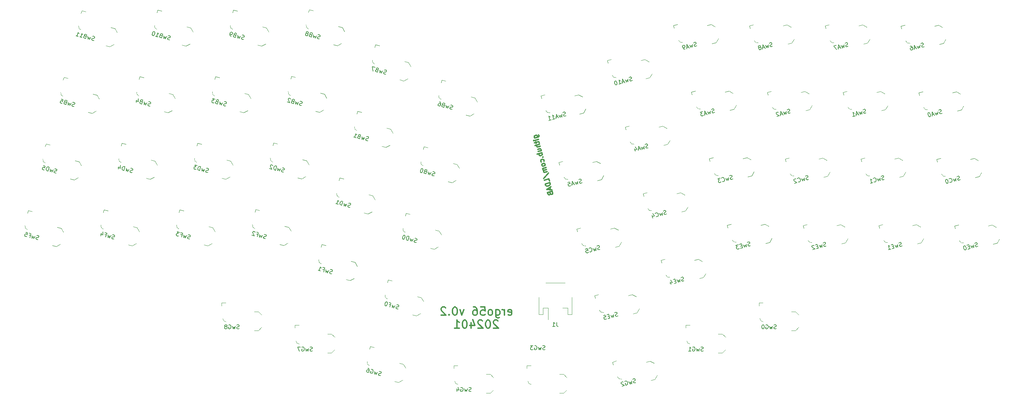
<source format=gbo>
G04 #@! TF.GenerationSoftware,KiCad,Pcbnew,7.0.10-7.0.10~ubuntu22.04.1*
G04 #@! TF.CreationDate,2024-01-04T14:14:22+01:00*
G04 #@! TF.ProjectId,ergo56,6572676f-3536-42e6-9b69-6361645f7063,0.2*
G04 #@! TF.SameCoordinates,Original*
G04 #@! TF.FileFunction,Legend,Bot*
G04 #@! TF.FilePolarity,Positive*
%FSLAX46Y46*%
G04 Gerber Fmt 4.6, Leading zero omitted, Abs format (unit mm)*
G04 Created by KiCad (PCBNEW 7.0.10-7.0.10~ubuntu22.04.1) date 2024-01-04 14:14:22*
%MOMM*%
%LPD*%
G01*
G04 APERTURE LIST*
%ADD10C,0.350000*%
%ADD11C,0.300000*%
%ADD12C,0.150000*%
%ADD13C,0.120000*%
%ADD14C,1.500000*%
%ADD15C,3.500000*%
%ADD16C,1.700000*%
%ADD17C,3.400000*%
%ADD18C,3.300000*%
G04 APERTURE END LIST*
D10*
X145274693Y-126759330D02*
X145465169Y-126854568D01*
X145465169Y-126854568D02*
X145846122Y-126854568D01*
X145846122Y-126854568D02*
X146036598Y-126759330D01*
X146036598Y-126759330D02*
X146131836Y-126568853D01*
X146131836Y-126568853D02*
X146131836Y-125806949D01*
X146131836Y-125806949D02*
X146036598Y-125616472D01*
X146036598Y-125616472D02*
X145846122Y-125521234D01*
X145846122Y-125521234D02*
X145465169Y-125521234D01*
X145465169Y-125521234D02*
X145274693Y-125616472D01*
X145274693Y-125616472D02*
X145179455Y-125806949D01*
X145179455Y-125806949D02*
X145179455Y-125997425D01*
X145179455Y-125997425D02*
X146131836Y-126187901D01*
X144322312Y-126854568D02*
X144322312Y-125521234D01*
X144322312Y-125902187D02*
X144227074Y-125711710D01*
X144227074Y-125711710D02*
X144131836Y-125616472D01*
X144131836Y-125616472D02*
X143941360Y-125521234D01*
X143941360Y-125521234D02*
X143750883Y-125521234D01*
X142227074Y-125521234D02*
X142227074Y-127140282D01*
X142227074Y-127140282D02*
X142322312Y-127330758D01*
X142322312Y-127330758D02*
X142417550Y-127425996D01*
X142417550Y-127425996D02*
X142608027Y-127521234D01*
X142608027Y-127521234D02*
X142893741Y-127521234D01*
X142893741Y-127521234D02*
X143084217Y-127425996D01*
X142227074Y-126759330D02*
X142417550Y-126854568D01*
X142417550Y-126854568D02*
X142798503Y-126854568D01*
X142798503Y-126854568D02*
X142988979Y-126759330D01*
X142988979Y-126759330D02*
X143084217Y-126664091D01*
X143084217Y-126664091D02*
X143179455Y-126473615D01*
X143179455Y-126473615D02*
X143179455Y-125902187D01*
X143179455Y-125902187D02*
X143084217Y-125711710D01*
X143084217Y-125711710D02*
X142988979Y-125616472D01*
X142988979Y-125616472D02*
X142798503Y-125521234D01*
X142798503Y-125521234D02*
X142417550Y-125521234D01*
X142417550Y-125521234D02*
X142227074Y-125616472D01*
X140988979Y-126854568D02*
X141179455Y-126759330D01*
X141179455Y-126759330D02*
X141274693Y-126664091D01*
X141274693Y-126664091D02*
X141369931Y-126473615D01*
X141369931Y-126473615D02*
X141369931Y-125902187D01*
X141369931Y-125902187D02*
X141274693Y-125711710D01*
X141274693Y-125711710D02*
X141179455Y-125616472D01*
X141179455Y-125616472D02*
X140988979Y-125521234D01*
X140988979Y-125521234D02*
X140703264Y-125521234D01*
X140703264Y-125521234D02*
X140512788Y-125616472D01*
X140512788Y-125616472D02*
X140417550Y-125711710D01*
X140417550Y-125711710D02*
X140322312Y-125902187D01*
X140322312Y-125902187D02*
X140322312Y-126473615D01*
X140322312Y-126473615D02*
X140417550Y-126664091D01*
X140417550Y-126664091D02*
X140512788Y-126759330D01*
X140512788Y-126759330D02*
X140703264Y-126854568D01*
X140703264Y-126854568D02*
X140988979Y-126854568D01*
X138512788Y-124854568D02*
X139465169Y-124854568D01*
X139465169Y-124854568D02*
X139560407Y-125806949D01*
X139560407Y-125806949D02*
X139465169Y-125711710D01*
X139465169Y-125711710D02*
X139274693Y-125616472D01*
X139274693Y-125616472D02*
X138798502Y-125616472D01*
X138798502Y-125616472D02*
X138608026Y-125711710D01*
X138608026Y-125711710D02*
X138512788Y-125806949D01*
X138512788Y-125806949D02*
X138417550Y-125997425D01*
X138417550Y-125997425D02*
X138417550Y-126473615D01*
X138417550Y-126473615D02*
X138512788Y-126664091D01*
X138512788Y-126664091D02*
X138608026Y-126759330D01*
X138608026Y-126759330D02*
X138798502Y-126854568D01*
X138798502Y-126854568D02*
X139274693Y-126854568D01*
X139274693Y-126854568D02*
X139465169Y-126759330D01*
X139465169Y-126759330D02*
X139560407Y-126664091D01*
X136703264Y-124854568D02*
X137084217Y-124854568D01*
X137084217Y-124854568D02*
X137274693Y-124949806D01*
X137274693Y-124949806D02*
X137369931Y-125045044D01*
X137369931Y-125045044D02*
X137560407Y-125330758D01*
X137560407Y-125330758D02*
X137655645Y-125711710D01*
X137655645Y-125711710D02*
X137655645Y-126473615D01*
X137655645Y-126473615D02*
X137560407Y-126664091D01*
X137560407Y-126664091D02*
X137465169Y-126759330D01*
X137465169Y-126759330D02*
X137274693Y-126854568D01*
X137274693Y-126854568D02*
X136893740Y-126854568D01*
X136893740Y-126854568D02*
X136703264Y-126759330D01*
X136703264Y-126759330D02*
X136608026Y-126664091D01*
X136608026Y-126664091D02*
X136512788Y-126473615D01*
X136512788Y-126473615D02*
X136512788Y-125997425D01*
X136512788Y-125997425D02*
X136608026Y-125806949D01*
X136608026Y-125806949D02*
X136703264Y-125711710D01*
X136703264Y-125711710D02*
X136893740Y-125616472D01*
X136893740Y-125616472D02*
X137274693Y-125616472D01*
X137274693Y-125616472D02*
X137465169Y-125711710D01*
X137465169Y-125711710D02*
X137560407Y-125806949D01*
X137560407Y-125806949D02*
X137655645Y-125997425D01*
X134322311Y-125521234D02*
X133846121Y-126854568D01*
X133846121Y-126854568D02*
X133369930Y-125521234D01*
X132227073Y-124854568D02*
X132036596Y-124854568D01*
X132036596Y-124854568D02*
X131846120Y-124949806D01*
X131846120Y-124949806D02*
X131750882Y-125045044D01*
X131750882Y-125045044D02*
X131655644Y-125235520D01*
X131655644Y-125235520D02*
X131560406Y-125616472D01*
X131560406Y-125616472D02*
X131560406Y-126092663D01*
X131560406Y-126092663D02*
X131655644Y-126473615D01*
X131655644Y-126473615D02*
X131750882Y-126664091D01*
X131750882Y-126664091D02*
X131846120Y-126759330D01*
X131846120Y-126759330D02*
X132036596Y-126854568D01*
X132036596Y-126854568D02*
X132227073Y-126854568D01*
X132227073Y-126854568D02*
X132417549Y-126759330D01*
X132417549Y-126759330D02*
X132512787Y-126664091D01*
X132512787Y-126664091D02*
X132608025Y-126473615D01*
X132608025Y-126473615D02*
X132703263Y-126092663D01*
X132703263Y-126092663D02*
X132703263Y-125616472D01*
X132703263Y-125616472D02*
X132608025Y-125235520D01*
X132608025Y-125235520D02*
X132512787Y-125045044D01*
X132512787Y-125045044D02*
X132417549Y-124949806D01*
X132417549Y-124949806D02*
X132227073Y-124854568D01*
X130703263Y-126664091D02*
X130608025Y-126759330D01*
X130608025Y-126759330D02*
X130703263Y-126854568D01*
X130703263Y-126854568D02*
X130798501Y-126759330D01*
X130798501Y-126759330D02*
X130703263Y-126664091D01*
X130703263Y-126664091D02*
X130703263Y-126854568D01*
X129846120Y-125045044D02*
X129750882Y-124949806D01*
X129750882Y-124949806D02*
X129560406Y-124854568D01*
X129560406Y-124854568D02*
X129084215Y-124854568D01*
X129084215Y-124854568D02*
X128893739Y-124949806D01*
X128893739Y-124949806D02*
X128798501Y-125045044D01*
X128798501Y-125045044D02*
X128703263Y-125235520D01*
X128703263Y-125235520D02*
X128703263Y-125425996D01*
X128703263Y-125425996D02*
X128798501Y-125711710D01*
X128798501Y-125711710D02*
X129941358Y-126854568D01*
X129941358Y-126854568D02*
X128703263Y-126854568D01*
X142750883Y-128265044D02*
X142655645Y-128169806D01*
X142655645Y-128169806D02*
X142465169Y-128074568D01*
X142465169Y-128074568D02*
X141988978Y-128074568D01*
X141988978Y-128074568D02*
X141798502Y-128169806D01*
X141798502Y-128169806D02*
X141703264Y-128265044D01*
X141703264Y-128265044D02*
X141608026Y-128455520D01*
X141608026Y-128455520D02*
X141608026Y-128645996D01*
X141608026Y-128645996D02*
X141703264Y-128931710D01*
X141703264Y-128931710D02*
X142846121Y-130074568D01*
X142846121Y-130074568D02*
X141608026Y-130074568D01*
X140369931Y-128074568D02*
X140179454Y-128074568D01*
X140179454Y-128074568D02*
X139988978Y-128169806D01*
X139988978Y-128169806D02*
X139893740Y-128265044D01*
X139893740Y-128265044D02*
X139798502Y-128455520D01*
X139798502Y-128455520D02*
X139703264Y-128836472D01*
X139703264Y-128836472D02*
X139703264Y-129312663D01*
X139703264Y-129312663D02*
X139798502Y-129693615D01*
X139798502Y-129693615D02*
X139893740Y-129884091D01*
X139893740Y-129884091D02*
X139988978Y-129979330D01*
X139988978Y-129979330D02*
X140179454Y-130074568D01*
X140179454Y-130074568D02*
X140369931Y-130074568D01*
X140369931Y-130074568D02*
X140560407Y-129979330D01*
X140560407Y-129979330D02*
X140655645Y-129884091D01*
X140655645Y-129884091D02*
X140750883Y-129693615D01*
X140750883Y-129693615D02*
X140846121Y-129312663D01*
X140846121Y-129312663D02*
X140846121Y-128836472D01*
X140846121Y-128836472D02*
X140750883Y-128455520D01*
X140750883Y-128455520D02*
X140655645Y-128265044D01*
X140655645Y-128265044D02*
X140560407Y-128169806D01*
X140560407Y-128169806D02*
X140369931Y-128074568D01*
X138941359Y-128265044D02*
X138846121Y-128169806D01*
X138846121Y-128169806D02*
X138655645Y-128074568D01*
X138655645Y-128074568D02*
X138179454Y-128074568D01*
X138179454Y-128074568D02*
X137988978Y-128169806D01*
X137988978Y-128169806D02*
X137893740Y-128265044D01*
X137893740Y-128265044D02*
X137798502Y-128455520D01*
X137798502Y-128455520D02*
X137798502Y-128645996D01*
X137798502Y-128645996D02*
X137893740Y-128931710D01*
X137893740Y-128931710D02*
X139036597Y-130074568D01*
X139036597Y-130074568D02*
X137798502Y-130074568D01*
X136084216Y-128741234D02*
X136084216Y-130074568D01*
X136560407Y-127979330D02*
X137036597Y-129407901D01*
X137036597Y-129407901D02*
X135798502Y-129407901D01*
X134655645Y-128074568D02*
X134465168Y-128074568D01*
X134465168Y-128074568D02*
X134274692Y-128169806D01*
X134274692Y-128169806D02*
X134179454Y-128265044D01*
X134179454Y-128265044D02*
X134084216Y-128455520D01*
X134084216Y-128455520D02*
X133988978Y-128836472D01*
X133988978Y-128836472D02*
X133988978Y-129312663D01*
X133988978Y-129312663D02*
X134084216Y-129693615D01*
X134084216Y-129693615D02*
X134179454Y-129884091D01*
X134179454Y-129884091D02*
X134274692Y-129979330D01*
X134274692Y-129979330D02*
X134465168Y-130074568D01*
X134465168Y-130074568D02*
X134655645Y-130074568D01*
X134655645Y-130074568D02*
X134846121Y-129979330D01*
X134846121Y-129979330D02*
X134941359Y-129884091D01*
X134941359Y-129884091D02*
X135036597Y-129693615D01*
X135036597Y-129693615D02*
X135131835Y-129312663D01*
X135131835Y-129312663D02*
X135131835Y-128836472D01*
X135131835Y-128836472D02*
X135036597Y-128455520D01*
X135036597Y-128455520D02*
X134941359Y-128265044D01*
X134941359Y-128265044D02*
X134846121Y-128169806D01*
X134846121Y-128169806D02*
X134655645Y-128074568D01*
X132084216Y-130074568D02*
X133227073Y-130074568D01*
X132655645Y-130074568D02*
X132655645Y-128074568D01*
X132655645Y-128074568D02*
X132846121Y-128360282D01*
X132846121Y-128360282D02*
X133036597Y-128550758D01*
X133036597Y-128550758D02*
X133227073Y-128645996D01*
D11*
X151744629Y-83172058D02*
X152682957Y-82920634D01*
X152682957Y-82920634D02*
X152778559Y-82835859D01*
X152778559Y-82835859D02*
X152818965Y-82765874D01*
X152818965Y-82765874D02*
X152844581Y-82640693D01*
X152844581Y-82640693D02*
X152800212Y-82475105D01*
X152800212Y-82475105D02*
X152715437Y-82379503D01*
X152462174Y-82979793D02*
X152487790Y-82854612D01*
X152487790Y-82854612D02*
X152428632Y-82633829D01*
X152428632Y-82633829D02*
X152343857Y-82538227D01*
X152343857Y-82538227D02*
X152273871Y-82497821D01*
X152273871Y-82497821D02*
X152148690Y-82472204D01*
X152148690Y-82472204D02*
X151817515Y-82560942D01*
X151817515Y-82560942D02*
X151721913Y-82645717D01*
X151721913Y-82645717D02*
X151681507Y-82715703D01*
X151681507Y-82715703D02*
X151655891Y-82840884D01*
X151655891Y-82840884D02*
X151715050Y-83061667D01*
X151715050Y-83061667D02*
X151799825Y-83157269D01*
X152665266Y-83516961D02*
X151892525Y-83724016D01*
X151506155Y-83827543D02*
X151546561Y-83757558D01*
X151546561Y-83757558D02*
X151616547Y-83797964D01*
X151616547Y-83797964D02*
X151576140Y-83867949D01*
X151576140Y-83867949D02*
X151506155Y-83827543D01*
X151506155Y-83827543D02*
X151616547Y-83797964D01*
X151996053Y-84110387D02*
X152114370Y-84551953D01*
X151654052Y-84379501D02*
X152647575Y-84113288D01*
X152647575Y-84113288D02*
X152772757Y-84138904D01*
X152772757Y-84138904D02*
X152857532Y-84234506D01*
X152857532Y-84234506D02*
X152887111Y-84344897D01*
X152990639Y-84731267D02*
X151831528Y-85041850D01*
X153123746Y-85228029D02*
X152516592Y-85390716D01*
X152516592Y-85390716D02*
X152391411Y-85365099D01*
X152391411Y-85365099D02*
X152306636Y-85269497D01*
X152306636Y-85269497D02*
X152262267Y-85103910D01*
X152262267Y-85103910D02*
X152287883Y-84978729D01*
X152287883Y-84978729D02*
X152328289Y-84908743D01*
X152632008Y-86483804D02*
X153404749Y-86276748D01*
X152498901Y-85987042D02*
X153106055Y-85824356D01*
X153106055Y-85824356D02*
X153231236Y-85849972D01*
X153231236Y-85849972D02*
X153316011Y-85945574D01*
X153316011Y-85945574D02*
X153360380Y-86111161D01*
X153360380Y-86111161D02*
X153334764Y-86236342D01*
X153334764Y-86236342D02*
X153294357Y-86306328D01*
X153552646Y-86828706D02*
X152393535Y-87139289D01*
X152835101Y-87020971D02*
X152809484Y-87146153D01*
X152809484Y-87146153D02*
X152868643Y-87366936D01*
X152868643Y-87366936D02*
X152953418Y-87462537D01*
X152953418Y-87462537D02*
X153023403Y-87502944D01*
X153023403Y-87502944D02*
X153148585Y-87528560D01*
X153148585Y-87528560D02*
X153479759Y-87439822D01*
X153479759Y-87439822D02*
X153575361Y-87355047D01*
X153575361Y-87355047D02*
X153615767Y-87285062D01*
X153615767Y-87285062D02*
X153641383Y-87159880D01*
X153641383Y-87159880D02*
X153582225Y-86939097D01*
X153582225Y-86939097D02*
X153497450Y-86843495D01*
X153723257Y-87907004D02*
X153793243Y-87947410D01*
X153793243Y-87947410D02*
X153833649Y-87877425D01*
X153833649Y-87877425D02*
X153763664Y-87837019D01*
X153763664Y-87837019D02*
X153723257Y-87907004D01*
X153723257Y-87907004D02*
X153833649Y-87877425D01*
X154059457Y-88940935D02*
X154085073Y-88815753D01*
X154085073Y-88815753D02*
X154025915Y-88594970D01*
X154025915Y-88594970D02*
X153941140Y-88499368D01*
X153941140Y-88499368D02*
X153871154Y-88458962D01*
X153871154Y-88458962D02*
X153745973Y-88433346D01*
X153745973Y-88433346D02*
X153414798Y-88522084D01*
X153414798Y-88522084D02*
X153319197Y-88606859D01*
X153319197Y-88606859D02*
X153278790Y-88676844D01*
X153278790Y-88676844D02*
X153253174Y-88802026D01*
X153253174Y-88802026D02*
X153312333Y-89022809D01*
X153312333Y-89022809D02*
X153397108Y-89118410D01*
X154292128Y-89588494D02*
X154207353Y-89492892D01*
X154207353Y-89492892D02*
X154137368Y-89452486D01*
X154137368Y-89452486D02*
X154012187Y-89426869D01*
X154012187Y-89426869D02*
X153681012Y-89515607D01*
X153681012Y-89515607D02*
X153585410Y-89600382D01*
X153585410Y-89600382D02*
X153545004Y-89670368D01*
X153545004Y-89670368D02*
X153519388Y-89795549D01*
X153519388Y-89795549D02*
X153563757Y-89961136D01*
X153563757Y-89961136D02*
X153648532Y-90056738D01*
X153648532Y-90056738D02*
X153718517Y-90097144D01*
X153718517Y-90097144D02*
X153843698Y-90122761D01*
X153843698Y-90122761D02*
X154174873Y-90034023D01*
X154174873Y-90034023D02*
X154270475Y-89949247D01*
X154270475Y-89949247D02*
X154310881Y-89879262D01*
X154310881Y-89879262D02*
X154336497Y-89754081D01*
X154336497Y-89754081D02*
X154292128Y-89588494D01*
X154528763Y-90471626D02*
X153756022Y-90678681D01*
X153866414Y-90649101D02*
X153826008Y-90719087D01*
X153826008Y-90719087D02*
X153800391Y-90844268D01*
X153800391Y-90844268D02*
X153844760Y-91009855D01*
X153844760Y-91009855D02*
X153929535Y-91105457D01*
X153929535Y-91105457D02*
X154054716Y-91131074D01*
X154054716Y-91131074D02*
X154661870Y-90968387D01*
X154054716Y-91131074D02*
X153959115Y-91215849D01*
X153959115Y-91215849D02*
X153933498Y-91341030D01*
X153933498Y-91341030D02*
X153977867Y-91506617D01*
X153977867Y-91506617D02*
X154062642Y-91602219D01*
X154062642Y-91602219D02*
X154187823Y-91627835D01*
X154187823Y-91627835D02*
X154794977Y-91465149D01*
X153950412Y-93170416D02*
X155174483Y-91777571D01*
X155416143Y-93783371D02*
X155268246Y-93231414D01*
X155268246Y-93231414D02*
X154109135Y-93541997D01*
X155519670Y-94169742D02*
X154360559Y-94480325D01*
X154360559Y-94480325D02*
X154434508Y-94756304D01*
X154434508Y-94756304D02*
X154534072Y-94907101D01*
X154534072Y-94907101D02*
X154674043Y-94987914D01*
X154674043Y-94987914D02*
X154799224Y-95013530D01*
X154799224Y-95013530D02*
X155034797Y-95009567D01*
X155034797Y-95009567D02*
X155200384Y-94965198D01*
X155200384Y-94965198D02*
X155406378Y-94850844D01*
X155406378Y-94850844D02*
X155501980Y-94766069D01*
X155501980Y-94766069D02*
X155582792Y-94626098D01*
X155582792Y-94626098D02*
X155593619Y-94445721D01*
X155593619Y-94445721D02*
X155519670Y-94169742D01*
X155484289Y-95362395D02*
X155632186Y-95914353D01*
X155785884Y-95163266D02*
X154730301Y-95860219D01*
X154730301Y-95860219D02*
X155992939Y-95936006D01*
X155592841Y-96871433D02*
X155692406Y-97022231D01*
X155692406Y-97022231D02*
X155762391Y-97062637D01*
X155762391Y-97062637D02*
X155887572Y-97088253D01*
X155887572Y-97088253D02*
X156053160Y-97043884D01*
X156053160Y-97043884D02*
X156148762Y-96959109D01*
X156148762Y-96959109D02*
X156189168Y-96889124D01*
X156189168Y-96889124D02*
X156214784Y-96763942D01*
X156214784Y-96763942D02*
X156096467Y-96322376D01*
X156096467Y-96322376D02*
X154937356Y-96632959D01*
X154937356Y-96632959D02*
X155040884Y-97019330D01*
X155040884Y-97019330D02*
X155125659Y-97114931D01*
X155125659Y-97114931D02*
X155195644Y-97155338D01*
X155195644Y-97155338D02*
X155320825Y-97180954D01*
X155320825Y-97180954D02*
X155431217Y-97151375D01*
X155431217Y-97151375D02*
X155526819Y-97066600D01*
X155526819Y-97066600D02*
X155567225Y-96996614D01*
X155567225Y-96996614D02*
X155592841Y-96871433D01*
X155592841Y-96871433D02*
X155489314Y-96485063D01*
D12*
X204858387Y-109665925D02*
X204732723Y-109748896D01*
X204732723Y-109748896D02*
X204502740Y-109810520D01*
X204502740Y-109810520D02*
X204398423Y-109789173D01*
X204398423Y-109789173D02*
X204340101Y-109755501D01*
X204340101Y-109755501D02*
X204269456Y-109675833D01*
X204269456Y-109675833D02*
X204244806Y-109583840D01*
X204244806Y-109583840D02*
X204266153Y-109479522D01*
X204266153Y-109479522D02*
X204299825Y-109421201D01*
X204299825Y-109421201D02*
X204379493Y-109350555D01*
X204379493Y-109350555D02*
X204551154Y-109255260D01*
X204551154Y-109255260D02*
X204630822Y-109184614D01*
X204630822Y-109184614D02*
X204664494Y-109126293D01*
X204664494Y-109126293D02*
X204685841Y-109021975D01*
X204685841Y-109021975D02*
X204661192Y-108929982D01*
X204661192Y-108929982D02*
X204590546Y-108850314D01*
X204590546Y-108850314D02*
X204532225Y-108816642D01*
X204532225Y-108816642D02*
X204427907Y-108795295D01*
X204427907Y-108795295D02*
X204197925Y-108856919D01*
X204197925Y-108856919D02*
X204072260Y-108939889D01*
X203824233Y-109302141D02*
X203812793Y-109995390D01*
X203812793Y-109995390D02*
X203505560Y-109584725D01*
X203505560Y-109584725D02*
X203444821Y-110093988D01*
X203444821Y-110093988D02*
X203088290Y-109499336D01*
X202757292Y-109735924D02*
X202435317Y-109822197D01*
X202432899Y-110365132D02*
X202892864Y-110241885D01*
X202892864Y-110241885D02*
X202634045Y-109275959D01*
X202634045Y-109275959D02*
X202174080Y-109399206D01*
X201852105Y-109485479D02*
X201254151Y-109645700D01*
X201254151Y-109645700D02*
X201674724Y-109927399D01*
X201674724Y-109927399D02*
X201536734Y-109964373D01*
X201536734Y-109964373D02*
X201457066Y-110035019D01*
X201457066Y-110035019D02*
X201423394Y-110093340D01*
X201423394Y-110093340D02*
X201402047Y-110197658D01*
X201402047Y-110197658D02*
X201463671Y-110427640D01*
X201463671Y-110427640D02*
X201534317Y-110507309D01*
X201534317Y-110507309D02*
X201592638Y-110540980D01*
X201592638Y-110540980D02*
X201696956Y-110562327D01*
X201696956Y-110562327D02*
X201972934Y-110488379D01*
X201972934Y-110488379D02*
X202052603Y-110417733D01*
X202052603Y-110417733D02*
X202086274Y-110359412D01*
X223519115Y-109762076D02*
X223393451Y-109845047D01*
X223393451Y-109845047D02*
X223163468Y-109906671D01*
X223163468Y-109906671D02*
X223059151Y-109885324D01*
X223059151Y-109885324D02*
X223000829Y-109851652D01*
X223000829Y-109851652D02*
X222930184Y-109771984D01*
X222930184Y-109771984D02*
X222905534Y-109679991D01*
X222905534Y-109679991D02*
X222926881Y-109575673D01*
X222926881Y-109575673D02*
X222960553Y-109517352D01*
X222960553Y-109517352D02*
X223040221Y-109446706D01*
X223040221Y-109446706D02*
X223211882Y-109351411D01*
X223211882Y-109351411D02*
X223291550Y-109280765D01*
X223291550Y-109280765D02*
X223325222Y-109222444D01*
X223325222Y-109222444D02*
X223346569Y-109118126D01*
X223346569Y-109118126D02*
X223321920Y-109026133D01*
X223321920Y-109026133D02*
X223251274Y-108946465D01*
X223251274Y-108946465D02*
X223192953Y-108912793D01*
X223192953Y-108912793D02*
X223088635Y-108891446D01*
X223088635Y-108891446D02*
X222858653Y-108953070D01*
X222858653Y-108953070D02*
X222732988Y-109036040D01*
X222484961Y-109398292D02*
X222473521Y-110091541D01*
X222473521Y-110091541D02*
X222166288Y-109680876D01*
X222166288Y-109680876D02*
X222105549Y-110190139D01*
X222105549Y-110190139D02*
X221749018Y-109595487D01*
X221418020Y-109832075D02*
X221096045Y-109918348D01*
X221093627Y-110461283D02*
X221553592Y-110338036D01*
X221553592Y-110338036D02*
X221294773Y-109372110D01*
X221294773Y-109372110D02*
X220834808Y-109495357D01*
X220491486Y-109685948D02*
X220433165Y-109652276D01*
X220433165Y-109652276D02*
X220328847Y-109630929D01*
X220328847Y-109630929D02*
X220098865Y-109692553D01*
X220098865Y-109692553D02*
X220019196Y-109763198D01*
X220019196Y-109763198D02*
X219985525Y-109821520D01*
X219985525Y-109821520D02*
X219964178Y-109925837D01*
X219964178Y-109925837D02*
X219988827Y-110017830D01*
X219988827Y-110017830D02*
X220071798Y-110143495D01*
X220071798Y-110143495D02*
X220771652Y-110547556D01*
X220771652Y-110547556D02*
X220173698Y-110707777D01*
X242155942Y-109768980D02*
X242030278Y-109851951D01*
X242030278Y-109851951D02*
X241800295Y-109913575D01*
X241800295Y-109913575D02*
X241695978Y-109892228D01*
X241695978Y-109892228D02*
X241637656Y-109858556D01*
X241637656Y-109858556D02*
X241567011Y-109778888D01*
X241567011Y-109778888D02*
X241542361Y-109686895D01*
X241542361Y-109686895D02*
X241563708Y-109582577D01*
X241563708Y-109582577D02*
X241597380Y-109524256D01*
X241597380Y-109524256D02*
X241677048Y-109453610D01*
X241677048Y-109453610D02*
X241848709Y-109358315D01*
X241848709Y-109358315D02*
X241928377Y-109287669D01*
X241928377Y-109287669D02*
X241962049Y-109229348D01*
X241962049Y-109229348D02*
X241983396Y-109125030D01*
X241983396Y-109125030D02*
X241958747Y-109033037D01*
X241958747Y-109033037D02*
X241888101Y-108953369D01*
X241888101Y-108953369D02*
X241829780Y-108919697D01*
X241829780Y-108919697D02*
X241725462Y-108898350D01*
X241725462Y-108898350D02*
X241495480Y-108959974D01*
X241495480Y-108959974D02*
X241369815Y-109042944D01*
X241121788Y-109405196D02*
X241110348Y-110098445D01*
X241110348Y-110098445D02*
X240803115Y-109687780D01*
X240803115Y-109687780D02*
X240742376Y-110197043D01*
X240742376Y-110197043D02*
X240385845Y-109602391D01*
X240054847Y-109838979D02*
X239732872Y-109925252D01*
X239730454Y-110468187D02*
X240190419Y-110344940D01*
X240190419Y-110344940D02*
X239931600Y-109379014D01*
X239931600Y-109379014D02*
X239471635Y-109502261D01*
X238810525Y-110714681D02*
X239362482Y-110566785D01*
X239086504Y-110640733D02*
X238827685Y-109674807D01*
X238827685Y-109674807D02*
X238956652Y-109788147D01*
X238956652Y-109788147D02*
X239073294Y-109855491D01*
X239073294Y-109855491D02*
X239177612Y-109876838D01*
X260816682Y-109865130D02*
X260691018Y-109948101D01*
X260691018Y-109948101D02*
X260461035Y-110009725D01*
X260461035Y-110009725D02*
X260356718Y-109988378D01*
X260356718Y-109988378D02*
X260298396Y-109954706D01*
X260298396Y-109954706D02*
X260227751Y-109875038D01*
X260227751Y-109875038D02*
X260203101Y-109783045D01*
X260203101Y-109783045D02*
X260224448Y-109678727D01*
X260224448Y-109678727D02*
X260258120Y-109620406D01*
X260258120Y-109620406D02*
X260337788Y-109549760D01*
X260337788Y-109549760D02*
X260509449Y-109454465D01*
X260509449Y-109454465D02*
X260589117Y-109383819D01*
X260589117Y-109383819D02*
X260622789Y-109325498D01*
X260622789Y-109325498D02*
X260644136Y-109221180D01*
X260644136Y-109221180D02*
X260619487Y-109129187D01*
X260619487Y-109129187D02*
X260548841Y-109049519D01*
X260548841Y-109049519D02*
X260490520Y-109015847D01*
X260490520Y-109015847D02*
X260386202Y-108994500D01*
X260386202Y-108994500D02*
X260156220Y-109056124D01*
X260156220Y-109056124D02*
X260030555Y-109139094D01*
X259782528Y-109501346D02*
X259771088Y-110194595D01*
X259771088Y-110194595D02*
X259463855Y-109783930D01*
X259463855Y-109783930D02*
X259403116Y-110293193D01*
X259403116Y-110293193D02*
X259046585Y-109698541D01*
X258715587Y-109935129D02*
X258393612Y-110021402D01*
X258391194Y-110564337D02*
X258851159Y-110441090D01*
X258851159Y-110441090D02*
X258592340Y-109475164D01*
X258592340Y-109475164D02*
X258132375Y-109598411D01*
X257534421Y-109758632D02*
X257442428Y-109783282D01*
X257442428Y-109783282D02*
X257362760Y-109853928D01*
X257362760Y-109853928D02*
X257329088Y-109912249D01*
X257329088Y-109912249D02*
X257307741Y-110016567D01*
X257307741Y-110016567D02*
X257311043Y-110212877D01*
X257311043Y-110212877D02*
X257372667Y-110442860D01*
X257372667Y-110442860D02*
X257467962Y-110614521D01*
X257467962Y-110614521D02*
X257538608Y-110694189D01*
X257538608Y-110694189D02*
X257596929Y-110727861D01*
X257596929Y-110727861D02*
X257701247Y-110749208D01*
X257701247Y-110749208D02*
X257793240Y-110724558D01*
X257793240Y-110724558D02*
X257872908Y-110653912D01*
X257872908Y-110653912D02*
X257906580Y-110595591D01*
X257906580Y-110595591D02*
X257927927Y-110491273D01*
X257927927Y-110491273D02*
X257924625Y-110294963D01*
X257924625Y-110294963D02*
X257863001Y-110064981D01*
X257863001Y-110064981D02*
X257767706Y-109893319D01*
X257767706Y-109893319D02*
X257697060Y-109813651D01*
X257697060Y-109813651D02*
X257638739Y-109779979D01*
X257638739Y-109779979D02*
X257534421Y-109758632D01*
X34017841Y-91809356D02*
X33867527Y-91818379D01*
X33867527Y-91818379D02*
X33637545Y-91756755D01*
X33637545Y-91756755D02*
X33557877Y-91686109D01*
X33557877Y-91686109D02*
X33524205Y-91627788D01*
X33524205Y-91627788D02*
X33502858Y-91523470D01*
X33502858Y-91523470D02*
X33527507Y-91431477D01*
X33527507Y-91431477D02*
X33598153Y-91351809D01*
X33598153Y-91351809D02*
X33656475Y-91318137D01*
X33656475Y-91318137D02*
X33760792Y-91296790D01*
X33760792Y-91296790D02*
X33957103Y-91300093D01*
X33957103Y-91300093D02*
X34061420Y-91278746D01*
X34061420Y-91278746D02*
X34119742Y-91245074D01*
X34119742Y-91245074D02*
X34190388Y-91165406D01*
X34190388Y-91165406D02*
X34215037Y-91073413D01*
X34215037Y-91073413D02*
X34193690Y-90969095D01*
X34193690Y-90969095D02*
X34160018Y-90910774D01*
X34160018Y-90910774D02*
X34080350Y-90840128D01*
X34080350Y-90840128D02*
X33850368Y-90778504D01*
X33850368Y-90778504D02*
X33700053Y-90787527D01*
X33304130Y-90977233D02*
X32947598Y-91571884D01*
X32947598Y-91571884D02*
X32886859Y-91062621D01*
X32886859Y-91062621D02*
X32579626Y-91473286D01*
X32579626Y-91473286D02*
X32568186Y-90780037D01*
X32027669Y-91325390D02*
X32286488Y-90359464D01*
X32286488Y-90359464D02*
X32056505Y-90297840D01*
X32056505Y-90297840D02*
X31906191Y-90306863D01*
X31906191Y-90306863D02*
X31789549Y-90374206D01*
X31789549Y-90374206D02*
X31718903Y-90453875D01*
X31718903Y-90453875D02*
X31623608Y-90625536D01*
X31623608Y-90625536D02*
X31586633Y-90763525D01*
X31586633Y-90763525D02*
X31583331Y-90959836D01*
X31583331Y-90959836D02*
X31604678Y-91064153D01*
X31604678Y-91064153D02*
X31672022Y-91180796D01*
X31672022Y-91180796D02*
X31797686Y-91263766D01*
X31797686Y-91263766D02*
X32027669Y-91325390D01*
X30860597Y-89977398D02*
X31320562Y-90100645D01*
X31320562Y-90100645D02*
X31243311Y-90572934D01*
X31243311Y-90572934D02*
X31209639Y-90514613D01*
X31209639Y-90514613D02*
X31129971Y-90443967D01*
X31129971Y-90443967D02*
X30899989Y-90382344D01*
X30899989Y-90382344D02*
X30795671Y-90403691D01*
X30795671Y-90403691D02*
X30737350Y-90437363D01*
X30737350Y-90437363D02*
X30666704Y-90517031D01*
X30666704Y-90517031D02*
X30605081Y-90747013D01*
X30605081Y-90747013D02*
X30626428Y-90851331D01*
X30626428Y-90851331D02*
X30660099Y-90909652D01*
X30660099Y-90909652D02*
X30739768Y-90980298D01*
X30739768Y-90980298D02*
X30969750Y-91041921D01*
X30969750Y-91041921D02*
X31074068Y-91020574D01*
X31074068Y-91020574D02*
X31132389Y-90986903D01*
X52689703Y-91671667D02*
X52539389Y-91680690D01*
X52539389Y-91680690D02*
X52309407Y-91619066D01*
X52309407Y-91619066D02*
X52229739Y-91548420D01*
X52229739Y-91548420D02*
X52196067Y-91490099D01*
X52196067Y-91490099D02*
X52174720Y-91385781D01*
X52174720Y-91385781D02*
X52199369Y-91293788D01*
X52199369Y-91293788D02*
X52270015Y-91214120D01*
X52270015Y-91214120D02*
X52328337Y-91180448D01*
X52328337Y-91180448D02*
X52432654Y-91159101D01*
X52432654Y-91159101D02*
X52628965Y-91162404D01*
X52628965Y-91162404D02*
X52733282Y-91141057D01*
X52733282Y-91141057D02*
X52791604Y-91107385D01*
X52791604Y-91107385D02*
X52862250Y-91027717D01*
X52862250Y-91027717D02*
X52886899Y-90935724D01*
X52886899Y-90935724D02*
X52865552Y-90831406D01*
X52865552Y-90831406D02*
X52831880Y-90773085D01*
X52831880Y-90773085D02*
X52752212Y-90702439D01*
X52752212Y-90702439D02*
X52522230Y-90640815D01*
X52522230Y-90640815D02*
X52371915Y-90649838D01*
X51975992Y-90839544D02*
X51619460Y-91434195D01*
X51619460Y-91434195D02*
X51558721Y-90924932D01*
X51558721Y-90924932D02*
X51251488Y-91335597D01*
X51251488Y-91335597D02*
X51240048Y-90642348D01*
X50699531Y-91187701D02*
X50958350Y-90221775D01*
X50958350Y-90221775D02*
X50728367Y-90160151D01*
X50728367Y-90160151D02*
X50578053Y-90169174D01*
X50578053Y-90169174D02*
X50461411Y-90236517D01*
X50461411Y-90236517D02*
X50390765Y-90316186D01*
X50390765Y-90316186D02*
X50295470Y-90487847D01*
X50295470Y-90487847D02*
X50258495Y-90625836D01*
X50258495Y-90625836D02*
X50255193Y-90822147D01*
X50255193Y-90822147D02*
X50276540Y-90926464D01*
X50276540Y-90926464D02*
X50343884Y-91043107D01*
X50343884Y-91043107D02*
X50469548Y-91126077D01*
X50469548Y-91126077D02*
X50699531Y-91187701D01*
X49492183Y-90174009D02*
X49319637Y-90817959D01*
X49820763Y-89867661D02*
X49865874Y-90619231D01*
X49865874Y-90619231D02*
X49267920Y-90459010D01*
X71326413Y-91665166D02*
X71176099Y-91674189D01*
X71176099Y-91674189D02*
X70946117Y-91612565D01*
X70946117Y-91612565D02*
X70866449Y-91541919D01*
X70866449Y-91541919D02*
X70832777Y-91483598D01*
X70832777Y-91483598D02*
X70811430Y-91379280D01*
X70811430Y-91379280D02*
X70836079Y-91287287D01*
X70836079Y-91287287D02*
X70906725Y-91207619D01*
X70906725Y-91207619D02*
X70965047Y-91173947D01*
X70965047Y-91173947D02*
X71069364Y-91152600D01*
X71069364Y-91152600D02*
X71265675Y-91155903D01*
X71265675Y-91155903D02*
X71369992Y-91134556D01*
X71369992Y-91134556D02*
X71428314Y-91100884D01*
X71428314Y-91100884D02*
X71498960Y-91021216D01*
X71498960Y-91021216D02*
X71523609Y-90929223D01*
X71523609Y-90929223D02*
X71502262Y-90824905D01*
X71502262Y-90824905D02*
X71468590Y-90766584D01*
X71468590Y-90766584D02*
X71388922Y-90695938D01*
X71388922Y-90695938D02*
X71158940Y-90634314D01*
X71158940Y-90634314D02*
X71008625Y-90643337D01*
X70612702Y-90833043D02*
X70256170Y-91427694D01*
X70256170Y-91427694D02*
X70195431Y-90918431D01*
X70195431Y-90918431D02*
X69888198Y-91329096D01*
X69888198Y-91329096D02*
X69876758Y-90635847D01*
X69336241Y-91181200D02*
X69595060Y-90215274D01*
X69595060Y-90215274D02*
X69365077Y-90153650D01*
X69365077Y-90153650D02*
X69214763Y-90162673D01*
X69214763Y-90162673D02*
X69098121Y-90230016D01*
X69098121Y-90230016D02*
X69027475Y-90309685D01*
X69027475Y-90309685D02*
X68932180Y-90481346D01*
X68932180Y-90481346D02*
X68895205Y-90619335D01*
X68895205Y-90619335D02*
X68891903Y-90815646D01*
X68891903Y-90815646D02*
X68913250Y-90919963D01*
X68913250Y-90919963D02*
X68980594Y-91036606D01*
X68980594Y-91036606D02*
X69106258Y-91119576D01*
X69106258Y-91119576D02*
X69336241Y-91181200D01*
X68721127Y-89981104D02*
X68123173Y-89820883D01*
X68123173Y-89820883D02*
X68346550Y-90275128D01*
X68346550Y-90275128D02*
X68208561Y-90238154D01*
X68208561Y-90238154D02*
X68104243Y-90259501D01*
X68104243Y-90259501D02*
X68045922Y-90293173D01*
X68045922Y-90293173D02*
X67975276Y-90372841D01*
X67975276Y-90372841D02*
X67913653Y-90602823D01*
X67913653Y-90602823D02*
X67935000Y-90707141D01*
X67935000Y-90707141D02*
X67968671Y-90765462D01*
X67968671Y-90765462D02*
X68048340Y-90836108D01*
X68048340Y-90836108D02*
X68324318Y-90910056D01*
X68324318Y-90910056D02*
X68428636Y-90888709D01*
X68428636Y-90888709D02*
X68486957Y-90855037D01*
X106298254Y-100241788D02*
X106147940Y-100250811D01*
X106147940Y-100250811D02*
X105917958Y-100189187D01*
X105917958Y-100189187D02*
X105838290Y-100118541D01*
X105838290Y-100118541D02*
X105804618Y-100060220D01*
X105804618Y-100060220D02*
X105783271Y-99955902D01*
X105783271Y-99955902D02*
X105807920Y-99863909D01*
X105807920Y-99863909D02*
X105878566Y-99784241D01*
X105878566Y-99784241D02*
X105936888Y-99750569D01*
X105936888Y-99750569D02*
X106041205Y-99729222D01*
X106041205Y-99729222D02*
X106237516Y-99732525D01*
X106237516Y-99732525D02*
X106341833Y-99711178D01*
X106341833Y-99711178D02*
X106400155Y-99677506D01*
X106400155Y-99677506D02*
X106470801Y-99597838D01*
X106470801Y-99597838D02*
X106495450Y-99505845D01*
X106495450Y-99505845D02*
X106474103Y-99401527D01*
X106474103Y-99401527D02*
X106440431Y-99343206D01*
X106440431Y-99343206D02*
X106360763Y-99272560D01*
X106360763Y-99272560D02*
X106130781Y-99210936D01*
X106130781Y-99210936D02*
X105980466Y-99219959D01*
X105584543Y-99409665D02*
X105228011Y-100004316D01*
X105228011Y-100004316D02*
X105167272Y-99495053D01*
X105167272Y-99495053D02*
X104860039Y-99905718D01*
X104860039Y-99905718D02*
X104848599Y-99212469D01*
X104308082Y-99757822D02*
X104566901Y-98791896D01*
X104566901Y-98791896D02*
X104336918Y-98730272D01*
X104336918Y-98730272D02*
X104186604Y-98739295D01*
X104186604Y-98739295D02*
X104069962Y-98806638D01*
X104069962Y-98806638D02*
X103999316Y-98886307D01*
X103999316Y-98886307D02*
X103904021Y-99057968D01*
X103904021Y-99057968D02*
X103867046Y-99195957D01*
X103867046Y-99195957D02*
X103863744Y-99392268D01*
X103863744Y-99392268D02*
X103885091Y-99496585D01*
X103885091Y-99496585D02*
X103952435Y-99613228D01*
X103952435Y-99613228D02*
X104078099Y-99696198D01*
X104078099Y-99696198D02*
X104308082Y-99757822D01*
X102836195Y-99363431D02*
X103388152Y-99511328D01*
X103112173Y-99437379D02*
X103370993Y-98471453D01*
X103370993Y-98471453D02*
X103426011Y-98634092D01*
X103426011Y-98634092D02*
X103493355Y-98750735D01*
X103493355Y-98750735D02*
X103573023Y-98821381D01*
X122609374Y-108914567D02*
X122459060Y-108923590D01*
X122459060Y-108923590D02*
X122229078Y-108861966D01*
X122229078Y-108861966D02*
X122149410Y-108791320D01*
X122149410Y-108791320D02*
X122115738Y-108732999D01*
X122115738Y-108732999D02*
X122094391Y-108628681D01*
X122094391Y-108628681D02*
X122119040Y-108536688D01*
X122119040Y-108536688D02*
X122189686Y-108457020D01*
X122189686Y-108457020D02*
X122248008Y-108423348D01*
X122248008Y-108423348D02*
X122352325Y-108402001D01*
X122352325Y-108402001D02*
X122548636Y-108405304D01*
X122548636Y-108405304D02*
X122652953Y-108383957D01*
X122652953Y-108383957D02*
X122711275Y-108350285D01*
X122711275Y-108350285D02*
X122781921Y-108270617D01*
X122781921Y-108270617D02*
X122806570Y-108178624D01*
X122806570Y-108178624D02*
X122785223Y-108074306D01*
X122785223Y-108074306D02*
X122751551Y-108015985D01*
X122751551Y-108015985D02*
X122671883Y-107945339D01*
X122671883Y-107945339D02*
X122441901Y-107883715D01*
X122441901Y-107883715D02*
X122291586Y-107892738D01*
X121895663Y-108082444D02*
X121539131Y-108677095D01*
X121539131Y-108677095D02*
X121478392Y-108167832D01*
X121478392Y-108167832D02*
X121171159Y-108578497D01*
X121171159Y-108578497D02*
X121159719Y-107885248D01*
X120619202Y-108430601D02*
X120878021Y-107464675D01*
X120878021Y-107464675D02*
X120648038Y-107403051D01*
X120648038Y-107403051D02*
X120497724Y-107412074D01*
X120497724Y-107412074D02*
X120381082Y-107479417D01*
X120381082Y-107479417D02*
X120310436Y-107559086D01*
X120310436Y-107559086D02*
X120215141Y-107730747D01*
X120215141Y-107730747D02*
X120178166Y-107868736D01*
X120178166Y-107868736D02*
X120174864Y-108065047D01*
X120174864Y-108065047D02*
X120196211Y-108169364D01*
X120196211Y-108169364D02*
X120263555Y-108286007D01*
X120263555Y-108286007D02*
X120389219Y-108368977D01*
X120389219Y-108368977D02*
X120619202Y-108430601D01*
X119728109Y-107156557D02*
X119636116Y-107131908D01*
X119636116Y-107131908D02*
X119531798Y-107153255D01*
X119531798Y-107153255D02*
X119473477Y-107186927D01*
X119473477Y-107186927D02*
X119402831Y-107266595D01*
X119402831Y-107266595D02*
X119307536Y-107438256D01*
X119307536Y-107438256D02*
X119245912Y-107668238D01*
X119245912Y-107668238D02*
X119242610Y-107864549D01*
X119242610Y-107864549D02*
X119263957Y-107968866D01*
X119263957Y-107968866D02*
X119297629Y-108027188D01*
X119297629Y-108027188D02*
X119377297Y-108097834D01*
X119377297Y-108097834D02*
X119469290Y-108122483D01*
X119469290Y-108122483D02*
X119573608Y-108101136D01*
X119573608Y-108101136D02*
X119631929Y-108067464D01*
X119631929Y-108067464D02*
X119702575Y-107987796D01*
X119702575Y-107987796D02*
X119797870Y-107816135D01*
X119797870Y-107816135D02*
X119859494Y-107586152D01*
X119859494Y-107586152D02*
X119862796Y-107389842D01*
X119862796Y-107389842D02*
X119841449Y-107285524D01*
X119841449Y-107285524D02*
X119807777Y-107227203D01*
X119807777Y-107227203D02*
X119728109Y-107156557D01*
X167882243Y-110578399D02*
X167756578Y-110661369D01*
X167756578Y-110661369D02*
X167526596Y-110722993D01*
X167526596Y-110722993D02*
X167422278Y-110701646D01*
X167422278Y-110701646D02*
X167363957Y-110667974D01*
X167363957Y-110667974D02*
X167293311Y-110588306D01*
X167293311Y-110588306D02*
X167268662Y-110496313D01*
X167268662Y-110496313D02*
X167290009Y-110391995D01*
X167290009Y-110391995D02*
X167323680Y-110333674D01*
X167323680Y-110333674D02*
X167403349Y-110263028D01*
X167403349Y-110263028D02*
X167575010Y-110167733D01*
X167575010Y-110167733D02*
X167654678Y-110097087D01*
X167654678Y-110097087D02*
X167688350Y-110038766D01*
X167688350Y-110038766D02*
X167709697Y-109934448D01*
X167709697Y-109934448D02*
X167685047Y-109842455D01*
X167685047Y-109842455D02*
X167614401Y-109762787D01*
X167614401Y-109762787D02*
X167556080Y-109729115D01*
X167556080Y-109729115D02*
X167451763Y-109707768D01*
X167451763Y-109707768D02*
X167221780Y-109769392D01*
X167221780Y-109769392D02*
X167096115Y-109852362D01*
X166848088Y-110214614D02*
X166836649Y-110907864D01*
X166836649Y-110907864D02*
X166529416Y-110497198D01*
X166529416Y-110497198D02*
X166468677Y-111006461D01*
X166468677Y-111006461D02*
X166112145Y-110411810D01*
X165340112Y-111210262D02*
X165398433Y-111243933D01*
X165398433Y-111243933D02*
X165548748Y-111252956D01*
X165548748Y-111252956D02*
X165640740Y-111228306D01*
X165640740Y-111228306D02*
X165766405Y-111145336D01*
X165766405Y-111145336D02*
X165833749Y-111028693D01*
X165833749Y-111028693D02*
X165855096Y-110924376D01*
X165855096Y-110924376D02*
X165851793Y-110728065D01*
X165851793Y-110728065D02*
X165814819Y-110590076D01*
X165814819Y-110590076D02*
X165719524Y-110418415D01*
X165719524Y-110418415D02*
X165648878Y-110338746D01*
X165648878Y-110338746D02*
X165532236Y-110271403D01*
X165532236Y-110271403D02*
X165381921Y-110262381D01*
X165381921Y-110262381D02*
X165289929Y-110287030D01*
X165289929Y-110287030D02*
X165164264Y-110370001D01*
X165164264Y-110370001D02*
X165130592Y-110428322D01*
X164232010Y-110570498D02*
X164691974Y-110447251D01*
X164691974Y-110447251D02*
X164861218Y-110894891D01*
X164861218Y-110894891D02*
X164802897Y-110861219D01*
X164802897Y-110861219D02*
X164698579Y-110839872D01*
X164698579Y-110839872D02*
X164468597Y-110901496D01*
X164468597Y-110901496D02*
X164388929Y-110972142D01*
X164388929Y-110972142D02*
X164355257Y-111030463D01*
X164355257Y-111030463D02*
X164333910Y-111134781D01*
X164333910Y-111134781D02*
X164395533Y-111364763D01*
X164395533Y-111364763D02*
X164466179Y-111444431D01*
X164466179Y-111444431D02*
X164524501Y-111478103D01*
X164524501Y-111478103D02*
X164628818Y-111499450D01*
X164628818Y-111499450D02*
X164858801Y-111437827D01*
X164858801Y-111437827D02*
X164938469Y-111367181D01*
X164938469Y-111367181D02*
X164972141Y-111308859D01*
X127009287Y-92493830D02*
X126858973Y-92502853D01*
X126858973Y-92502853D02*
X126628991Y-92441229D01*
X126628991Y-92441229D02*
X126549323Y-92370583D01*
X126549323Y-92370583D02*
X126515651Y-92312262D01*
X126515651Y-92312262D02*
X126494304Y-92207944D01*
X126494304Y-92207944D02*
X126518953Y-92115951D01*
X126518953Y-92115951D02*
X126589599Y-92036283D01*
X126589599Y-92036283D02*
X126647921Y-92002611D01*
X126647921Y-92002611D02*
X126752238Y-91981264D01*
X126752238Y-91981264D02*
X126948549Y-91984567D01*
X126948549Y-91984567D02*
X127052866Y-91963220D01*
X127052866Y-91963220D02*
X127111188Y-91929548D01*
X127111188Y-91929548D02*
X127181834Y-91849880D01*
X127181834Y-91849880D02*
X127206483Y-91757887D01*
X127206483Y-91757887D02*
X127185136Y-91653569D01*
X127185136Y-91653569D02*
X127151464Y-91595248D01*
X127151464Y-91595248D02*
X127071796Y-91524602D01*
X127071796Y-91524602D02*
X126841814Y-91462978D01*
X126841814Y-91462978D02*
X126691499Y-91472001D01*
X126295576Y-91661707D02*
X125939044Y-92256358D01*
X125939044Y-92256358D02*
X125878305Y-91747095D01*
X125878305Y-91747095D02*
X125571072Y-92157760D01*
X125571072Y-92157760D02*
X125559632Y-91464511D01*
X124832711Y-91417630D02*
X124682397Y-91426652D01*
X124682397Y-91426652D02*
X124624076Y-91460324D01*
X124624076Y-91460324D02*
X124553430Y-91539992D01*
X124553430Y-91539992D02*
X124516456Y-91677981D01*
X124516456Y-91677981D02*
X124537803Y-91782299D01*
X124537803Y-91782299D02*
X124571475Y-91840620D01*
X124571475Y-91840620D02*
X124651143Y-91911266D01*
X124651143Y-91911266D02*
X125019115Y-92009864D01*
X125019115Y-92009864D02*
X125277934Y-91043938D01*
X125277934Y-91043938D02*
X124955958Y-90957665D01*
X124955958Y-90957665D02*
X124851641Y-90979012D01*
X124851641Y-90979012D02*
X124793320Y-91012684D01*
X124793320Y-91012684D02*
X124722674Y-91092352D01*
X124722674Y-91092352D02*
X124698024Y-91184345D01*
X124698024Y-91184345D02*
X124719371Y-91288663D01*
X124719371Y-91288663D02*
X124753043Y-91346984D01*
X124753043Y-91346984D02*
X124832711Y-91417630D01*
X124832711Y-91417630D02*
X125154687Y-91503903D01*
X124128022Y-90735820D02*
X124036029Y-90711171D01*
X124036029Y-90711171D02*
X123931711Y-90732518D01*
X123931711Y-90732518D02*
X123873390Y-90766190D01*
X123873390Y-90766190D02*
X123802744Y-90845858D01*
X123802744Y-90845858D02*
X123707449Y-91017519D01*
X123707449Y-91017519D02*
X123645825Y-91247501D01*
X123645825Y-91247501D02*
X123642523Y-91443812D01*
X123642523Y-91443812D02*
X123663870Y-91548129D01*
X123663870Y-91548129D02*
X123697542Y-91606451D01*
X123697542Y-91606451D02*
X123777210Y-91677097D01*
X123777210Y-91677097D02*
X123869203Y-91701746D01*
X123869203Y-91701746D02*
X123973521Y-91680399D01*
X123973521Y-91680399D02*
X124031842Y-91646727D01*
X124031842Y-91646727D02*
X124102488Y-91567059D01*
X124102488Y-91567059D02*
X124197783Y-91395398D01*
X124197783Y-91395398D02*
X124259407Y-91165415D01*
X124259407Y-91165415D02*
X124262709Y-90969105D01*
X124262709Y-90969105D02*
X124241362Y-90864787D01*
X124241362Y-90864787D02*
X124207690Y-90806466D01*
X124207690Y-90806466D02*
X124128022Y-90735820D01*
X89987148Y-91569023D02*
X89836834Y-91578046D01*
X89836834Y-91578046D02*
X89606852Y-91516422D01*
X89606852Y-91516422D02*
X89527184Y-91445776D01*
X89527184Y-91445776D02*
X89493512Y-91387455D01*
X89493512Y-91387455D02*
X89472165Y-91283137D01*
X89472165Y-91283137D02*
X89496814Y-91191144D01*
X89496814Y-91191144D02*
X89567460Y-91111476D01*
X89567460Y-91111476D02*
X89625782Y-91077804D01*
X89625782Y-91077804D02*
X89730099Y-91056457D01*
X89730099Y-91056457D02*
X89926410Y-91059760D01*
X89926410Y-91059760D02*
X90030727Y-91038413D01*
X90030727Y-91038413D02*
X90089049Y-91004741D01*
X90089049Y-91004741D02*
X90159695Y-90925073D01*
X90159695Y-90925073D02*
X90184344Y-90833080D01*
X90184344Y-90833080D02*
X90162997Y-90728762D01*
X90162997Y-90728762D02*
X90129325Y-90670441D01*
X90129325Y-90670441D02*
X90049657Y-90599795D01*
X90049657Y-90599795D02*
X89819675Y-90538171D01*
X89819675Y-90538171D02*
X89669360Y-90547194D01*
X89273437Y-90736900D02*
X88916905Y-91331551D01*
X88916905Y-91331551D02*
X88856166Y-90822288D01*
X88856166Y-90822288D02*
X88548933Y-91232953D01*
X88548933Y-91232953D02*
X88537493Y-90539704D01*
X87996976Y-91085057D02*
X88255795Y-90119131D01*
X88255795Y-90119131D02*
X88025812Y-90057507D01*
X88025812Y-90057507D02*
X87875498Y-90066530D01*
X87875498Y-90066530D02*
X87758856Y-90133873D01*
X87758856Y-90133873D02*
X87688210Y-90213542D01*
X87688210Y-90213542D02*
X87592915Y-90385203D01*
X87592915Y-90385203D02*
X87555940Y-90523192D01*
X87555940Y-90523192D02*
X87552638Y-90719503D01*
X87552638Y-90719503D02*
X87573985Y-90823820D01*
X87573985Y-90823820D02*
X87641329Y-90940463D01*
X87641329Y-90940463D02*
X87766993Y-91023433D01*
X87766993Y-91023433D02*
X87996976Y-91085057D01*
X87311216Y-89964630D02*
X87277544Y-89906308D01*
X87277544Y-89906308D02*
X87197876Y-89835663D01*
X87197876Y-89835663D02*
X86967894Y-89774039D01*
X86967894Y-89774039D02*
X86863576Y-89795386D01*
X86863576Y-89795386D02*
X86805255Y-89829058D01*
X86805255Y-89829058D02*
X86734609Y-89908726D01*
X86734609Y-89908726D02*
X86709959Y-90000719D01*
X86709959Y-90000719D02*
X86718982Y-90151033D01*
X86718982Y-90151033D02*
X87123043Y-90850887D01*
X87123043Y-90850887D02*
X86525089Y-90690666D01*
X184193351Y-101905633D02*
X184067686Y-101988603D01*
X184067686Y-101988603D02*
X183837704Y-102050227D01*
X183837704Y-102050227D02*
X183733386Y-102028880D01*
X183733386Y-102028880D02*
X183675065Y-101995208D01*
X183675065Y-101995208D02*
X183604419Y-101915540D01*
X183604419Y-101915540D02*
X183579770Y-101823547D01*
X183579770Y-101823547D02*
X183601117Y-101719229D01*
X183601117Y-101719229D02*
X183634788Y-101660908D01*
X183634788Y-101660908D02*
X183714457Y-101590262D01*
X183714457Y-101590262D02*
X183886118Y-101494967D01*
X183886118Y-101494967D02*
X183965786Y-101424321D01*
X183965786Y-101424321D02*
X183999458Y-101366000D01*
X183999458Y-101366000D02*
X184020805Y-101261682D01*
X184020805Y-101261682D02*
X183996155Y-101169689D01*
X183996155Y-101169689D02*
X183925509Y-101090021D01*
X183925509Y-101090021D02*
X183867188Y-101056349D01*
X183867188Y-101056349D02*
X183762871Y-101035002D01*
X183762871Y-101035002D02*
X183532888Y-101096626D01*
X183532888Y-101096626D02*
X183407223Y-101179596D01*
X183159196Y-101541848D02*
X183147757Y-102235098D01*
X183147757Y-102235098D02*
X182840524Y-101824432D01*
X182840524Y-101824432D02*
X182779785Y-102333695D01*
X182779785Y-102333695D02*
X182423253Y-101739044D01*
X181651220Y-102537496D02*
X181709541Y-102571167D01*
X181709541Y-102571167D02*
X181859856Y-102580190D01*
X181859856Y-102580190D02*
X181951848Y-102555540D01*
X181951848Y-102555540D02*
X182077513Y-102472570D01*
X182077513Y-102472570D02*
X182144857Y-102355927D01*
X182144857Y-102355927D02*
X182166204Y-102251610D01*
X182166204Y-102251610D02*
X182162901Y-102055299D01*
X182162901Y-102055299D02*
X182125927Y-101917310D01*
X182125927Y-101917310D02*
X182030632Y-101745649D01*
X182030632Y-101745649D02*
X181959986Y-101665980D01*
X181959986Y-101665980D02*
X181843344Y-101598637D01*
X181843344Y-101598637D02*
X181693029Y-101589615D01*
X181693029Y-101589615D02*
X181601037Y-101614264D01*
X181601037Y-101614264D02*
X181475372Y-101697235D01*
X181475372Y-101697235D02*
X181441700Y-101755556D01*
X180675387Y-102207383D02*
X180847933Y-102851334D01*
X180806772Y-101777788D02*
X181221625Y-102406111D01*
X181221625Y-102406111D02*
X180623671Y-102566332D01*
X200504467Y-93232860D02*
X200378802Y-93315830D01*
X200378802Y-93315830D02*
X200148820Y-93377454D01*
X200148820Y-93377454D02*
X200044502Y-93356107D01*
X200044502Y-93356107D02*
X199986181Y-93322435D01*
X199986181Y-93322435D02*
X199915535Y-93242767D01*
X199915535Y-93242767D02*
X199890886Y-93150774D01*
X199890886Y-93150774D02*
X199912233Y-93046456D01*
X199912233Y-93046456D02*
X199945904Y-92988135D01*
X199945904Y-92988135D02*
X200025573Y-92917489D01*
X200025573Y-92917489D02*
X200197234Y-92822194D01*
X200197234Y-92822194D02*
X200276902Y-92751548D01*
X200276902Y-92751548D02*
X200310574Y-92693227D01*
X200310574Y-92693227D02*
X200331921Y-92588909D01*
X200331921Y-92588909D02*
X200307271Y-92496916D01*
X200307271Y-92496916D02*
X200236625Y-92417248D01*
X200236625Y-92417248D02*
X200178304Y-92383576D01*
X200178304Y-92383576D02*
X200073987Y-92362229D01*
X200073987Y-92362229D02*
X199844004Y-92423853D01*
X199844004Y-92423853D02*
X199718339Y-92506823D01*
X199470312Y-92869075D02*
X199458873Y-93562325D01*
X199458873Y-93562325D02*
X199151640Y-93151659D01*
X199151640Y-93151659D02*
X199090901Y-93660922D01*
X199090901Y-93660922D02*
X198734369Y-93066271D01*
X197962336Y-93864723D02*
X198020657Y-93898394D01*
X198020657Y-93898394D02*
X198170972Y-93907417D01*
X198170972Y-93907417D02*
X198262964Y-93882767D01*
X198262964Y-93882767D02*
X198388629Y-93799797D01*
X198388629Y-93799797D02*
X198455973Y-93683154D01*
X198455973Y-93683154D02*
X198477320Y-93578837D01*
X198477320Y-93578837D02*
X198474017Y-93382526D01*
X198474017Y-93382526D02*
X198437043Y-93244537D01*
X198437043Y-93244537D02*
X198341748Y-93072876D01*
X198341748Y-93072876D02*
X198271102Y-92993207D01*
X198271102Y-92993207D02*
X198154460Y-92925864D01*
X198154460Y-92925864D02*
X198004145Y-92916842D01*
X198004145Y-92916842D02*
X197912153Y-92941491D01*
X197912153Y-92941491D02*
X197786488Y-93024462D01*
X197786488Y-93024462D02*
X197752816Y-93082783D01*
X197406191Y-93077063D02*
X196808237Y-93237284D01*
X196808237Y-93237284D02*
X197228810Y-93518983D01*
X197228810Y-93518983D02*
X197090821Y-93555957D01*
X197090821Y-93555957D02*
X197011153Y-93626603D01*
X197011153Y-93626603D02*
X196977481Y-93684924D01*
X196977481Y-93684924D02*
X196956134Y-93789242D01*
X196956134Y-93789242D02*
X197017757Y-94019224D01*
X197017757Y-94019224D02*
X197088403Y-94098892D01*
X197088403Y-94098892D02*
X197146725Y-94132564D01*
X197146725Y-94132564D02*
X197251042Y-94153911D01*
X197251042Y-94153911D02*
X197527021Y-94079963D01*
X197527021Y-94079963D02*
X197606689Y-94009317D01*
X197606689Y-94009317D02*
X197640361Y-93950996D01*
X219165203Y-93329010D02*
X219039538Y-93411980D01*
X219039538Y-93411980D02*
X218809556Y-93473604D01*
X218809556Y-93473604D02*
X218705238Y-93452257D01*
X218705238Y-93452257D02*
X218646917Y-93418585D01*
X218646917Y-93418585D02*
X218576271Y-93338917D01*
X218576271Y-93338917D02*
X218551622Y-93246924D01*
X218551622Y-93246924D02*
X218572969Y-93142606D01*
X218572969Y-93142606D02*
X218606640Y-93084285D01*
X218606640Y-93084285D02*
X218686309Y-93013639D01*
X218686309Y-93013639D02*
X218857970Y-92918344D01*
X218857970Y-92918344D02*
X218937638Y-92847698D01*
X218937638Y-92847698D02*
X218971310Y-92789377D01*
X218971310Y-92789377D02*
X218992657Y-92685059D01*
X218992657Y-92685059D02*
X218968007Y-92593066D01*
X218968007Y-92593066D02*
X218897361Y-92513398D01*
X218897361Y-92513398D02*
X218839040Y-92479726D01*
X218839040Y-92479726D02*
X218734723Y-92458379D01*
X218734723Y-92458379D02*
X218504740Y-92520003D01*
X218504740Y-92520003D02*
X218379075Y-92602973D01*
X218131048Y-92965225D02*
X218119609Y-93658475D01*
X218119609Y-93658475D02*
X217812376Y-93247809D01*
X217812376Y-93247809D02*
X217751637Y-93757072D01*
X217751637Y-93757072D02*
X217395105Y-93162421D01*
X216623072Y-93960873D02*
X216681393Y-93994544D01*
X216681393Y-93994544D02*
X216831708Y-94003567D01*
X216831708Y-94003567D02*
X216923700Y-93978917D01*
X216923700Y-93978917D02*
X217049365Y-93895947D01*
X217049365Y-93895947D02*
X217116709Y-93779304D01*
X217116709Y-93779304D02*
X217138056Y-93674987D01*
X217138056Y-93674987D02*
X217134753Y-93478676D01*
X217134753Y-93478676D02*
X217097779Y-93340687D01*
X217097779Y-93340687D02*
X217002484Y-93169026D01*
X217002484Y-93169026D02*
X216931838Y-93089357D01*
X216931838Y-93089357D02*
X216815196Y-93022014D01*
X216815196Y-93022014D02*
X216664881Y-93012992D01*
X216664881Y-93012992D02*
X216572889Y-93037641D01*
X216572889Y-93037641D02*
X216447224Y-93120612D01*
X216447224Y-93120612D02*
X216413552Y-93178933D01*
X216045580Y-93277530D02*
X215987259Y-93243859D01*
X215987259Y-93243859D02*
X215882941Y-93222512D01*
X215882941Y-93222512D02*
X215652959Y-93284135D01*
X215652959Y-93284135D02*
X215573291Y-93354781D01*
X215573291Y-93354781D02*
X215539619Y-93413102D01*
X215539619Y-93413102D02*
X215518272Y-93517420D01*
X215518272Y-93517420D02*
X215542922Y-93609413D01*
X215542922Y-93609413D02*
X215625892Y-93735078D01*
X215625892Y-93735078D02*
X216325746Y-94139139D01*
X216325746Y-94139139D02*
X215727792Y-94299360D01*
X237802014Y-93335918D02*
X237676349Y-93418888D01*
X237676349Y-93418888D02*
X237446367Y-93480512D01*
X237446367Y-93480512D02*
X237342049Y-93459165D01*
X237342049Y-93459165D02*
X237283728Y-93425493D01*
X237283728Y-93425493D02*
X237213082Y-93345825D01*
X237213082Y-93345825D02*
X237188433Y-93253832D01*
X237188433Y-93253832D02*
X237209780Y-93149514D01*
X237209780Y-93149514D02*
X237243451Y-93091193D01*
X237243451Y-93091193D02*
X237323120Y-93020547D01*
X237323120Y-93020547D02*
X237494781Y-92925252D01*
X237494781Y-92925252D02*
X237574449Y-92854606D01*
X237574449Y-92854606D02*
X237608121Y-92796285D01*
X237608121Y-92796285D02*
X237629468Y-92691967D01*
X237629468Y-92691967D02*
X237604818Y-92599974D01*
X237604818Y-92599974D02*
X237534172Y-92520306D01*
X237534172Y-92520306D02*
X237475851Y-92486634D01*
X237475851Y-92486634D02*
X237371534Y-92465287D01*
X237371534Y-92465287D02*
X237141551Y-92526911D01*
X237141551Y-92526911D02*
X237015886Y-92609881D01*
X236767859Y-92972133D02*
X236756420Y-93665383D01*
X236756420Y-93665383D02*
X236449187Y-93254717D01*
X236449187Y-93254717D02*
X236388448Y-93763980D01*
X236388448Y-93763980D02*
X236031916Y-93169329D01*
X235259883Y-93967781D02*
X235318204Y-94001452D01*
X235318204Y-94001452D02*
X235468519Y-94010475D01*
X235468519Y-94010475D02*
X235560511Y-93985825D01*
X235560511Y-93985825D02*
X235686176Y-93902855D01*
X235686176Y-93902855D02*
X235753520Y-93786212D01*
X235753520Y-93786212D02*
X235774867Y-93681895D01*
X235774867Y-93681895D02*
X235771564Y-93485584D01*
X235771564Y-93485584D02*
X235734590Y-93347595D01*
X235734590Y-93347595D02*
X235639295Y-93175934D01*
X235639295Y-93175934D02*
X235568649Y-93096265D01*
X235568649Y-93096265D02*
X235452007Y-93028922D01*
X235452007Y-93028922D02*
X235301692Y-93019900D01*
X235301692Y-93019900D02*
X235209700Y-93044549D01*
X235209700Y-93044549D02*
X235084035Y-93127520D01*
X235084035Y-93127520D02*
X235050363Y-93185841D01*
X234364603Y-94306268D02*
X234916561Y-94158371D01*
X234640582Y-94232320D02*
X234381763Y-93266394D01*
X234381763Y-93266394D02*
X234510730Y-93379734D01*
X234510730Y-93379734D02*
X234627373Y-93447077D01*
X234627373Y-93447077D02*
X234731690Y-93468424D01*
X256462757Y-93432066D02*
X256337092Y-93515036D01*
X256337092Y-93515036D02*
X256107110Y-93576660D01*
X256107110Y-93576660D02*
X256002792Y-93555313D01*
X256002792Y-93555313D02*
X255944471Y-93521641D01*
X255944471Y-93521641D02*
X255873825Y-93441973D01*
X255873825Y-93441973D02*
X255849176Y-93349980D01*
X255849176Y-93349980D02*
X255870523Y-93245662D01*
X255870523Y-93245662D02*
X255904194Y-93187341D01*
X255904194Y-93187341D02*
X255983863Y-93116695D01*
X255983863Y-93116695D02*
X256155524Y-93021400D01*
X256155524Y-93021400D02*
X256235192Y-92950754D01*
X256235192Y-92950754D02*
X256268864Y-92892433D01*
X256268864Y-92892433D02*
X256290211Y-92788115D01*
X256290211Y-92788115D02*
X256265561Y-92696122D01*
X256265561Y-92696122D02*
X256194915Y-92616454D01*
X256194915Y-92616454D02*
X256136594Y-92582782D01*
X256136594Y-92582782D02*
X256032277Y-92561435D01*
X256032277Y-92561435D02*
X255802294Y-92623059D01*
X255802294Y-92623059D02*
X255676629Y-92706029D01*
X255428602Y-93068281D02*
X255417163Y-93761531D01*
X255417163Y-93761531D02*
X255109930Y-93350865D01*
X255109930Y-93350865D02*
X255049191Y-93860128D01*
X255049191Y-93860128D02*
X254692659Y-93265477D01*
X253920626Y-94063929D02*
X253978947Y-94097600D01*
X253978947Y-94097600D02*
X254129262Y-94106623D01*
X254129262Y-94106623D02*
X254221254Y-94081973D01*
X254221254Y-94081973D02*
X254346919Y-93999003D01*
X254346919Y-93999003D02*
X254414263Y-93882360D01*
X254414263Y-93882360D02*
X254435610Y-93778043D01*
X254435610Y-93778043D02*
X254432307Y-93581732D01*
X254432307Y-93581732D02*
X254395333Y-93443743D01*
X254395333Y-93443743D02*
X254300038Y-93272082D01*
X254300038Y-93272082D02*
X254229392Y-93192413D01*
X254229392Y-93192413D02*
X254112750Y-93125070D01*
X254112750Y-93125070D02*
X253962435Y-93116048D01*
X253962435Y-93116048D02*
X253870443Y-93140697D01*
X253870443Y-93140697D02*
X253744778Y-93223668D01*
X253744778Y-93223668D02*
X253711106Y-93281989D01*
X253088503Y-93350217D02*
X252996510Y-93374867D01*
X252996510Y-93374867D02*
X252916841Y-93445512D01*
X252916841Y-93445512D02*
X252883170Y-93503834D01*
X252883170Y-93503834D02*
X252861823Y-93608151D01*
X252861823Y-93608151D02*
X252865125Y-93804462D01*
X252865125Y-93804462D02*
X252926749Y-94034444D01*
X252926749Y-94034444D02*
X253022044Y-94206105D01*
X253022044Y-94206105D02*
X253092690Y-94285774D01*
X253092690Y-94285774D02*
X253151011Y-94319445D01*
X253151011Y-94319445D02*
X253255329Y-94340792D01*
X253255329Y-94340792D02*
X253347322Y-94316143D01*
X253347322Y-94316143D02*
X253426990Y-94245497D01*
X253426990Y-94245497D02*
X253460662Y-94187176D01*
X253460662Y-94187176D02*
X253482009Y-94082858D01*
X253482009Y-94082858D02*
X253478706Y-93886548D01*
X253478706Y-93886548D02*
X253417083Y-93656565D01*
X253417083Y-93656565D02*
X253321787Y-93484904D01*
X253321787Y-93484904D02*
X253251141Y-93405236D01*
X253251141Y-93405236D02*
X253192820Y-93371564D01*
X253192820Y-93371564D02*
X253088503Y-93350217D01*
X38417765Y-75388610D02*
X38267451Y-75397633D01*
X38267451Y-75397633D02*
X38037469Y-75336009D01*
X38037469Y-75336009D02*
X37957801Y-75265363D01*
X37957801Y-75265363D02*
X37924129Y-75207042D01*
X37924129Y-75207042D02*
X37902782Y-75102724D01*
X37902782Y-75102724D02*
X37927431Y-75010731D01*
X37927431Y-75010731D02*
X37998077Y-74931063D01*
X37998077Y-74931063D02*
X38056399Y-74897391D01*
X38056399Y-74897391D02*
X38160716Y-74876044D01*
X38160716Y-74876044D02*
X38357027Y-74879347D01*
X38357027Y-74879347D02*
X38461344Y-74858000D01*
X38461344Y-74858000D02*
X38519666Y-74824328D01*
X38519666Y-74824328D02*
X38590312Y-74744660D01*
X38590312Y-74744660D02*
X38614961Y-74652667D01*
X38614961Y-74652667D02*
X38593614Y-74548349D01*
X38593614Y-74548349D02*
X38559942Y-74490028D01*
X38559942Y-74490028D02*
X38480274Y-74419382D01*
X38480274Y-74419382D02*
X38250292Y-74357758D01*
X38250292Y-74357758D02*
X38099977Y-74366781D01*
X37704054Y-74556487D02*
X37347522Y-75151138D01*
X37347522Y-75151138D02*
X37286783Y-74641875D01*
X37286783Y-74641875D02*
X36979550Y-75052540D01*
X36979550Y-75052540D02*
X36968110Y-74359291D01*
X36241189Y-74312410D02*
X36090875Y-74321432D01*
X36090875Y-74321432D02*
X36032554Y-74355104D01*
X36032554Y-74355104D02*
X35961908Y-74434772D01*
X35961908Y-74434772D02*
X35924934Y-74572761D01*
X35924934Y-74572761D02*
X35946281Y-74677079D01*
X35946281Y-74677079D02*
X35979953Y-74735400D01*
X35979953Y-74735400D02*
X36059621Y-74806046D01*
X36059621Y-74806046D02*
X36427593Y-74904644D01*
X36427593Y-74904644D02*
X36686412Y-73938718D01*
X36686412Y-73938718D02*
X36364436Y-73852445D01*
X36364436Y-73852445D02*
X36260119Y-73873792D01*
X36260119Y-73873792D02*
X36201798Y-73907464D01*
X36201798Y-73907464D02*
X36131152Y-73987132D01*
X36131152Y-73987132D02*
X36106502Y-74079125D01*
X36106502Y-74079125D02*
X36127849Y-74183443D01*
X36127849Y-74183443D02*
X36161521Y-74241764D01*
X36161521Y-74241764D02*
X36241189Y-74312410D01*
X36241189Y-74312410D02*
X36563165Y-74398683D01*
X35260521Y-73556652D02*
X35720486Y-73679899D01*
X35720486Y-73679899D02*
X35643235Y-74152188D01*
X35643235Y-74152188D02*
X35609563Y-74093867D01*
X35609563Y-74093867D02*
X35529895Y-74023221D01*
X35529895Y-74023221D02*
X35299913Y-73961598D01*
X35299913Y-73961598D02*
X35195595Y-73982945D01*
X35195595Y-73982945D02*
X35137274Y-74016617D01*
X35137274Y-74016617D02*
X35066628Y-74096285D01*
X35066628Y-74096285D02*
X35005005Y-74326267D01*
X35005005Y-74326267D02*
X35026352Y-74430585D01*
X35026352Y-74430585D02*
X35060023Y-74488906D01*
X35060023Y-74488906D02*
X35139692Y-74559552D01*
X35139692Y-74559552D02*
X35369674Y-74621175D01*
X35369674Y-74621175D02*
X35473992Y-74599828D01*
X35473992Y-74599828D02*
X35532313Y-74566157D01*
X176682107Y-143419562D02*
X176556442Y-143502532D01*
X176556442Y-143502532D02*
X176326460Y-143564156D01*
X176326460Y-143564156D02*
X176222142Y-143542809D01*
X176222142Y-143542809D02*
X176163821Y-143509137D01*
X176163821Y-143509137D02*
X176093175Y-143429469D01*
X176093175Y-143429469D02*
X176068526Y-143337476D01*
X176068526Y-143337476D02*
X176089873Y-143233158D01*
X176089873Y-143233158D02*
X176123544Y-143174837D01*
X176123544Y-143174837D02*
X176203213Y-143104191D01*
X176203213Y-143104191D02*
X176374874Y-143008896D01*
X176374874Y-143008896D02*
X176454542Y-142938250D01*
X176454542Y-142938250D02*
X176488214Y-142879929D01*
X176488214Y-142879929D02*
X176509561Y-142775611D01*
X176509561Y-142775611D02*
X176484911Y-142683618D01*
X176484911Y-142683618D02*
X176414265Y-142603950D01*
X176414265Y-142603950D02*
X176355944Y-142570278D01*
X176355944Y-142570278D02*
X176251627Y-142548931D01*
X176251627Y-142548931D02*
X176021644Y-142610555D01*
X176021644Y-142610555D02*
X175895979Y-142693525D01*
X175647952Y-143055777D02*
X175636513Y-143749027D01*
X175636513Y-143749027D02*
X175329280Y-143338361D01*
X175329280Y-143338361D02*
X175268541Y-143847624D01*
X175268541Y-143847624D02*
X174912009Y-143252973D01*
X173964128Y-143211164D02*
X174043796Y-143140518D01*
X174043796Y-143140518D02*
X174181785Y-143103544D01*
X174181785Y-143103544D02*
X174332100Y-143112566D01*
X174332100Y-143112566D02*
X174448742Y-143179909D01*
X174448742Y-143179909D02*
X174519388Y-143259578D01*
X174519388Y-143259578D02*
X174614683Y-143431239D01*
X174614683Y-143431239D02*
X174651657Y-143569228D01*
X174651657Y-143569228D02*
X174654960Y-143765539D01*
X174654960Y-143765539D02*
X174633613Y-143869856D01*
X174633613Y-143869856D02*
X174566269Y-143986499D01*
X174566269Y-143986499D02*
X174440604Y-144069469D01*
X174440604Y-144069469D02*
X174348612Y-144094119D01*
X174348612Y-144094119D02*
X174198297Y-144085096D01*
X174198297Y-144085096D02*
X174139976Y-144051425D01*
X174139976Y-144051425D02*
X174053703Y-143729449D01*
X174053703Y-143729449D02*
X174237689Y-143680151D01*
X173562484Y-143368082D02*
X173504163Y-143334411D01*
X173504163Y-143334411D02*
X173399845Y-143313064D01*
X173399845Y-143313064D02*
X173169863Y-143374687D01*
X173169863Y-143374687D02*
X173090195Y-143445333D01*
X173090195Y-143445333D02*
X173056523Y-143503654D01*
X173056523Y-143503654D02*
X173035176Y-143607972D01*
X173035176Y-143607972D02*
X173059826Y-143699965D01*
X173059826Y-143699965D02*
X173142796Y-143825630D01*
X173142796Y-143825630D02*
X173842650Y-144229691D01*
X173842650Y-144229691D02*
X173244696Y-144389912D01*
X57089627Y-75250935D02*
X56939313Y-75259958D01*
X56939313Y-75259958D02*
X56709331Y-75198334D01*
X56709331Y-75198334D02*
X56629663Y-75127688D01*
X56629663Y-75127688D02*
X56595991Y-75069367D01*
X56595991Y-75069367D02*
X56574644Y-74965049D01*
X56574644Y-74965049D02*
X56599293Y-74873056D01*
X56599293Y-74873056D02*
X56669939Y-74793388D01*
X56669939Y-74793388D02*
X56728261Y-74759716D01*
X56728261Y-74759716D02*
X56832578Y-74738369D01*
X56832578Y-74738369D02*
X57028889Y-74741672D01*
X57028889Y-74741672D02*
X57133206Y-74720325D01*
X57133206Y-74720325D02*
X57191528Y-74686653D01*
X57191528Y-74686653D02*
X57262174Y-74606985D01*
X57262174Y-74606985D02*
X57286823Y-74514992D01*
X57286823Y-74514992D02*
X57265476Y-74410674D01*
X57265476Y-74410674D02*
X57231804Y-74352353D01*
X57231804Y-74352353D02*
X57152136Y-74281707D01*
X57152136Y-74281707D02*
X56922154Y-74220083D01*
X56922154Y-74220083D02*
X56771839Y-74229106D01*
X56375916Y-74418812D02*
X56019384Y-75013463D01*
X56019384Y-75013463D02*
X55958645Y-74504200D01*
X55958645Y-74504200D02*
X55651412Y-74914865D01*
X55651412Y-74914865D02*
X55639972Y-74221616D01*
X54913051Y-74174735D02*
X54762737Y-74183757D01*
X54762737Y-74183757D02*
X54704416Y-74217429D01*
X54704416Y-74217429D02*
X54633770Y-74297097D01*
X54633770Y-74297097D02*
X54596796Y-74435086D01*
X54596796Y-74435086D02*
X54618143Y-74539404D01*
X54618143Y-74539404D02*
X54651815Y-74597725D01*
X54651815Y-74597725D02*
X54731483Y-74668371D01*
X54731483Y-74668371D02*
X55099455Y-74766969D01*
X55099455Y-74766969D02*
X55358274Y-73801043D01*
X55358274Y-73801043D02*
X55036298Y-73714770D01*
X55036298Y-73714770D02*
X54931981Y-73736117D01*
X54931981Y-73736117D02*
X54873660Y-73769789D01*
X54873660Y-73769789D02*
X54803014Y-73849457D01*
X54803014Y-73849457D02*
X54778364Y-73941450D01*
X54778364Y-73941450D02*
X54799711Y-74045768D01*
X54799711Y-74045768D02*
X54833383Y-74104089D01*
X54833383Y-74104089D02*
X54913051Y-74174735D01*
X54913051Y-74174735D02*
X55235027Y-74261008D01*
X53892107Y-73753277D02*
X53719561Y-74397227D01*
X54220687Y-73446929D02*
X54265798Y-74198499D01*
X54265798Y-74198499D02*
X53667844Y-74038278D01*
X251993823Y-77029805D02*
X251868158Y-77112775D01*
X251868158Y-77112775D02*
X251638176Y-77174399D01*
X251638176Y-77174399D02*
X251533858Y-77153052D01*
X251533858Y-77153052D02*
X251475537Y-77119380D01*
X251475537Y-77119380D02*
X251404891Y-77039712D01*
X251404891Y-77039712D02*
X251380241Y-76947719D01*
X251380241Y-76947719D02*
X251401588Y-76843401D01*
X251401588Y-76843401D02*
X251435260Y-76785080D01*
X251435260Y-76785080D02*
X251514928Y-76714434D01*
X251514928Y-76714434D02*
X251686590Y-76619139D01*
X251686590Y-76619139D02*
X251766258Y-76548493D01*
X251766258Y-76548493D02*
X251799929Y-76490172D01*
X251799929Y-76490172D02*
X251821277Y-76385854D01*
X251821277Y-76385854D02*
X251796627Y-76293861D01*
X251796627Y-76293861D02*
X251725981Y-76214193D01*
X251725981Y-76214193D02*
X251667660Y-76180521D01*
X251667660Y-76180521D02*
X251563342Y-76159174D01*
X251563342Y-76159174D02*
X251333360Y-76220798D01*
X251333360Y-76220798D02*
X251207695Y-76303768D01*
X250959668Y-76666020D02*
X250948228Y-77359270D01*
X250948228Y-77359270D02*
X250640995Y-76948604D01*
X250640995Y-76948604D02*
X250580257Y-77457867D01*
X250580257Y-77457867D02*
X250223725Y-76863216D01*
X250000347Y-77317460D02*
X249540383Y-77440708D01*
X250166289Y-77568790D02*
X249585494Y-76689137D01*
X249585494Y-76689137D02*
X249522338Y-77741336D01*
X248757558Y-76910982D02*
X248665565Y-76935631D01*
X248665565Y-76935631D02*
X248585897Y-77006277D01*
X248585897Y-77006277D02*
X248552225Y-77064598D01*
X248552225Y-77064598D02*
X248530878Y-77168916D01*
X248530878Y-77168916D02*
X248534180Y-77365227D01*
X248534180Y-77365227D02*
X248595804Y-77595209D01*
X248595804Y-77595209D02*
X248691099Y-77766870D01*
X248691099Y-77766870D02*
X248761745Y-77846538D01*
X248761745Y-77846538D02*
X248820066Y-77880210D01*
X248820066Y-77880210D02*
X248924384Y-77901557D01*
X248924384Y-77901557D02*
X249016377Y-77876908D01*
X249016377Y-77876908D02*
X249096045Y-77806262D01*
X249096045Y-77806262D02*
X249129717Y-77747941D01*
X249129717Y-77747941D02*
X249151064Y-77643623D01*
X249151064Y-77643623D02*
X249147761Y-77447312D01*
X249147761Y-77447312D02*
X249086138Y-77217330D01*
X249086138Y-77217330D02*
X248990842Y-77045669D01*
X248990842Y-77045669D02*
X248920197Y-76966001D01*
X248920197Y-76966001D02*
X248861875Y-76932329D01*
X248861875Y-76932329D02*
X248757558Y-76910982D01*
X179724438Y-85503381D02*
X179598773Y-85586351D01*
X179598773Y-85586351D02*
X179368791Y-85647975D01*
X179368791Y-85647975D02*
X179264473Y-85626628D01*
X179264473Y-85626628D02*
X179206152Y-85592956D01*
X179206152Y-85592956D02*
X179135506Y-85513288D01*
X179135506Y-85513288D02*
X179110856Y-85421295D01*
X179110856Y-85421295D02*
X179132203Y-85316977D01*
X179132203Y-85316977D02*
X179165875Y-85258656D01*
X179165875Y-85258656D02*
X179245543Y-85188010D01*
X179245543Y-85188010D02*
X179417205Y-85092715D01*
X179417205Y-85092715D02*
X179496873Y-85022069D01*
X179496873Y-85022069D02*
X179530544Y-84963748D01*
X179530544Y-84963748D02*
X179551892Y-84859430D01*
X179551892Y-84859430D02*
X179527242Y-84767437D01*
X179527242Y-84767437D02*
X179456596Y-84687769D01*
X179456596Y-84687769D02*
X179398275Y-84654097D01*
X179398275Y-84654097D02*
X179293957Y-84632750D01*
X179293957Y-84632750D02*
X179063975Y-84694374D01*
X179063975Y-84694374D02*
X178938310Y-84777344D01*
X178690283Y-85139596D02*
X178678843Y-85832846D01*
X178678843Y-85832846D02*
X178371610Y-85422180D01*
X178371610Y-85422180D02*
X178310872Y-85931443D01*
X178310872Y-85931443D02*
X177954340Y-85336792D01*
X177730962Y-85791036D02*
X177270998Y-85914284D01*
X177896904Y-86042366D02*
X177316109Y-85162713D01*
X177316109Y-85162713D02*
X177252953Y-86214912D01*
X176344463Y-85768157D02*
X176517009Y-86412107D01*
X176475848Y-85338561D02*
X176890701Y-85966885D01*
X176890701Y-85966885D02*
X176292747Y-86127106D01*
X196035545Y-76830607D02*
X195909880Y-76913577D01*
X195909880Y-76913577D02*
X195679898Y-76975201D01*
X195679898Y-76975201D02*
X195575580Y-76953854D01*
X195575580Y-76953854D02*
X195517259Y-76920182D01*
X195517259Y-76920182D02*
X195446613Y-76840514D01*
X195446613Y-76840514D02*
X195421963Y-76748521D01*
X195421963Y-76748521D02*
X195443310Y-76644203D01*
X195443310Y-76644203D02*
X195476982Y-76585882D01*
X195476982Y-76585882D02*
X195556650Y-76515236D01*
X195556650Y-76515236D02*
X195728312Y-76419941D01*
X195728312Y-76419941D02*
X195807980Y-76349295D01*
X195807980Y-76349295D02*
X195841651Y-76290974D01*
X195841651Y-76290974D02*
X195862999Y-76186656D01*
X195862999Y-76186656D02*
X195838349Y-76094663D01*
X195838349Y-76094663D02*
X195767703Y-76014995D01*
X195767703Y-76014995D02*
X195709382Y-75981323D01*
X195709382Y-75981323D02*
X195605064Y-75959976D01*
X195605064Y-75959976D02*
X195375082Y-76021600D01*
X195375082Y-76021600D02*
X195249417Y-76104570D01*
X195001390Y-76466822D02*
X194989950Y-77160072D01*
X194989950Y-77160072D02*
X194682717Y-76749406D01*
X194682717Y-76749406D02*
X194621979Y-77258669D01*
X194621979Y-77258669D02*
X194265447Y-76664018D01*
X194042069Y-77118262D02*
X193582105Y-77241510D01*
X194208011Y-77369592D02*
X193627216Y-76489939D01*
X193627216Y-76489939D02*
X193564060Y-77542138D01*
X193075258Y-76637836D02*
X192477304Y-76798057D01*
X192477304Y-76798057D02*
X192897877Y-77079756D01*
X192897877Y-77079756D02*
X192759888Y-77116730D01*
X192759888Y-77116730D02*
X192680220Y-77187376D01*
X192680220Y-77187376D02*
X192646548Y-77245697D01*
X192646548Y-77245697D02*
X192625201Y-77350015D01*
X192625201Y-77350015D02*
X192686825Y-77579997D01*
X192686825Y-77579997D02*
X192757470Y-77659665D01*
X192757470Y-77659665D02*
X192815792Y-77693337D01*
X192815792Y-77693337D02*
X192920109Y-77714684D01*
X192920109Y-77714684D02*
X193196088Y-77640736D01*
X193196088Y-77640736D02*
X193275756Y-77570090D01*
X193275756Y-77570090D02*
X193309428Y-77511769D01*
X110698183Y-83821053D02*
X110547869Y-83830076D01*
X110547869Y-83830076D02*
X110317887Y-83768452D01*
X110317887Y-83768452D02*
X110238219Y-83697806D01*
X110238219Y-83697806D02*
X110204547Y-83639485D01*
X110204547Y-83639485D02*
X110183200Y-83535167D01*
X110183200Y-83535167D02*
X110207849Y-83443174D01*
X110207849Y-83443174D02*
X110278495Y-83363506D01*
X110278495Y-83363506D02*
X110336817Y-83329834D01*
X110336817Y-83329834D02*
X110441134Y-83308487D01*
X110441134Y-83308487D02*
X110637445Y-83311790D01*
X110637445Y-83311790D02*
X110741762Y-83290443D01*
X110741762Y-83290443D02*
X110800084Y-83256771D01*
X110800084Y-83256771D02*
X110870730Y-83177103D01*
X110870730Y-83177103D02*
X110895379Y-83085110D01*
X110895379Y-83085110D02*
X110874032Y-82980792D01*
X110874032Y-82980792D02*
X110840360Y-82922471D01*
X110840360Y-82922471D02*
X110760692Y-82851825D01*
X110760692Y-82851825D02*
X110530710Y-82790201D01*
X110530710Y-82790201D02*
X110380395Y-82799224D01*
X109984472Y-82988930D02*
X109627940Y-83583581D01*
X109627940Y-83583581D02*
X109567201Y-83074318D01*
X109567201Y-83074318D02*
X109259968Y-83484983D01*
X109259968Y-83484983D02*
X109248528Y-82791734D01*
X108521607Y-82744853D02*
X108371293Y-82753875D01*
X108371293Y-82753875D02*
X108312972Y-82787547D01*
X108312972Y-82787547D02*
X108242326Y-82867215D01*
X108242326Y-82867215D02*
X108205352Y-83005204D01*
X108205352Y-83005204D02*
X108226699Y-83109522D01*
X108226699Y-83109522D02*
X108260371Y-83167843D01*
X108260371Y-83167843D02*
X108340039Y-83238489D01*
X108340039Y-83238489D02*
X108708011Y-83337087D01*
X108708011Y-83337087D02*
X108966830Y-82371161D01*
X108966830Y-82371161D02*
X108644854Y-82284888D01*
X108644854Y-82284888D02*
X108540537Y-82306235D01*
X108540537Y-82306235D02*
X108482216Y-82339907D01*
X108482216Y-82339907D02*
X108411570Y-82419575D01*
X108411570Y-82419575D02*
X108386920Y-82511568D01*
X108386920Y-82511568D02*
X108408267Y-82615886D01*
X108408267Y-82615886D02*
X108441939Y-82674207D01*
X108441939Y-82674207D02*
X108521607Y-82744853D01*
X108521607Y-82744853D02*
X108843583Y-82831126D01*
X107236124Y-82942696D02*
X107788081Y-83090593D01*
X107512102Y-83016644D02*
X107770922Y-82050718D01*
X107770922Y-82050718D02*
X107825940Y-82213357D01*
X107825940Y-82213357D02*
X107893284Y-82330000D01*
X107893284Y-82330000D02*
X107972952Y-82400646D01*
X118140450Y-125316815D02*
X117990136Y-125325838D01*
X117990136Y-125325838D02*
X117760154Y-125264214D01*
X117760154Y-125264214D02*
X117680486Y-125193568D01*
X117680486Y-125193568D02*
X117646814Y-125135247D01*
X117646814Y-125135247D02*
X117625467Y-125030929D01*
X117625467Y-125030929D02*
X117650116Y-124938936D01*
X117650116Y-124938936D02*
X117720762Y-124859268D01*
X117720762Y-124859268D02*
X117779083Y-124825596D01*
X117779083Y-124825596D02*
X117883401Y-124804249D01*
X117883401Y-124804249D02*
X118079712Y-124807552D01*
X118079712Y-124807552D02*
X118184029Y-124786205D01*
X118184029Y-124786205D02*
X118242350Y-124752533D01*
X118242350Y-124752533D02*
X118312996Y-124672865D01*
X118312996Y-124672865D02*
X118337646Y-124580872D01*
X118337646Y-124580872D02*
X118316299Y-124476554D01*
X118316299Y-124476554D02*
X118282627Y-124418233D01*
X118282627Y-124418233D02*
X118202959Y-124347587D01*
X118202959Y-124347587D02*
X117972976Y-124285964D01*
X117972976Y-124285964D02*
X117822662Y-124294986D01*
X117426739Y-124484692D02*
X117070207Y-125079343D01*
X117070207Y-125079343D02*
X117009468Y-124570080D01*
X117009468Y-124570080D02*
X116702235Y-124980746D01*
X116702235Y-124980746D02*
X116690795Y-124287496D01*
X115963874Y-124240615D02*
X116285849Y-124326888D01*
X116150277Y-124832849D02*
X116409097Y-123866923D01*
X116409097Y-123866923D02*
X115949132Y-123743676D01*
X115397174Y-123595779D02*
X115305181Y-123571130D01*
X115305181Y-123571130D02*
X115200864Y-123592477D01*
X115200864Y-123592477D02*
X115142542Y-123626149D01*
X115142542Y-123626149D02*
X115071896Y-123705817D01*
X115071896Y-123705817D02*
X114976601Y-123877478D01*
X114976601Y-123877478D02*
X114914978Y-124107460D01*
X114914978Y-124107460D02*
X114911675Y-124303771D01*
X114911675Y-124303771D02*
X114933022Y-124408089D01*
X114933022Y-124408089D02*
X114966694Y-124466410D01*
X114966694Y-124466410D02*
X115046362Y-124537056D01*
X115046362Y-124537056D02*
X115138355Y-124561705D01*
X115138355Y-124561705D02*
X115242673Y-124540358D01*
X115242673Y-124540358D02*
X115300994Y-124506686D01*
X115300994Y-124506686D02*
X115371640Y-124427018D01*
X115371640Y-124427018D02*
X115466935Y-124255357D01*
X115466935Y-124255357D02*
X115528559Y-124025375D01*
X115528559Y-124025375D02*
X115531861Y-123829064D01*
X115531861Y-123829064D02*
X115510514Y-123724746D01*
X115510514Y-123724746D02*
X115476842Y-123666425D01*
X115476842Y-123666425D02*
X115397174Y-123595779D01*
X233333110Y-76933665D02*
X233207445Y-77016635D01*
X233207445Y-77016635D02*
X232977463Y-77078259D01*
X232977463Y-77078259D02*
X232873145Y-77056912D01*
X232873145Y-77056912D02*
X232814824Y-77023240D01*
X232814824Y-77023240D02*
X232744178Y-76943572D01*
X232744178Y-76943572D02*
X232719528Y-76851579D01*
X232719528Y-76851579D02*
X232740875Y-76747261D01*
X232740875Y-76747261D02*
X232774547Y-76688940D01*
X232774547Y-76688940D02*
X232854215Y-76618294D01*
X232854215Y-76618294D02*
X233025877Y-76522999D01*
X233025877Y-76522999D02*
X233105545Y-76452353D01*
X233105545Y-76452353D02*
X233139216Y-76394032D01*
X233139216Y-76394032D02*
X233160564Y-76289714D01*
X233160564Y-76289714D02*
X233135914Y-76197721D01*
X233135914Y-76197721D02*
X233065268Y-76118053D01*
X233065268Y-76118053D02*
X233006947Y-76084381D01*
X233006947Y-76084381D02*
X232902629Y-76063034D01*
X232902629Y-76063034D02*
X232672647Y-76124658D01*
X232672647Y-76124658D02*
X232546982Y-76207628D01*
X232298955Y-76569880D02*
X232287515Y-77263130D01*
X232287515Y-77263130D02*
X231980282Y-76852464D01*
X231980282Y-76852464D02*
X231919544Y-77361727D01*
X231919544Y-77361727D02*
X231563012Y-76767076D01*
X231339634Y-77221320D02*
X230879670Y-77344568D01*
X231505576Y-77472650D02*
X230924781Y-76592997D01*
X230924781Y-76592997D02*
X230861625Y-77645196D01*
X230033688Y-77867041D02*
X230585646Y-77719144D01*
X230309667Y-77793092D02*
X230050848Y-76827167D01*
X230050848Y-76827167D02*
X230179815Y-76940507D01*
X230179815Y-76940507D02*
X230296458Y-77007850D01*
X230296458Y-77007850D02*
X230400775Y-77029197D01*
X75726334Y-75244435D02*
X75576020Y-75253458D01*
X75576020Y-75253458D02*
X75346038Y-75191834D01*
X75346038Y-75191834D02*
X75266370Y-75121188D01*
X75266370Y-75121188D02*
X75232698Y-75062867D01*
X75232698Y-75062867D02*
X75211351Y-74958549D01*
X75211351Y-74958549D02*
X75236000Y-74866556D01*
X75236000Y-74866556D02*
X75306646Y-74786888D01*
X75306646Y-74786888D02*
X75364968Y-74753216D01*
X75364968Y-74753216D02*
X75469285Y-74731869D01*
X75469285Y-74731869D02*
X75665596Y-74735172D01*
X75665596Y-74735172D02*
X75769913Y-74713825D01*
X75769913Y-74713825D02*
X75828235Y-74680153D01*
X75828235Y-74680153D02*
X75898881Y-74600485D01*
X75898881Y-74600485D02*
X75923530Y-74508492D01*
X75923530Y-74508492D02*
X75902183Y-74404174D01*
X75902183Y-74404174D02*
X75868511Y-74345853D01*
X75868511Y-74345853D02*
X75788843Y-74275207D01*
X75788843Y-74275207D02*
X75558861Y-74213583D01*
X75558861Y-74213583D02*
X75408546Y-74222606D01*
X75012623Y-74412312D02*
X74656091Y-75006963D01*
X74656091Y-75006963D02*
X74595352Y-74497700D01*
X74595352Y-74497700D02*
X74288119Y-74908365D01*
X74288119Y-74908365D02*
X74276679Y-74215116D01*
X73549758Y-74168235D02*
X73399444Y-74177257D01*
X73399444Y-74177257D02*
X73341123Y-74210929D01*
X73341123Y-74210929D02*
X73270477Y-74290597D01*
X73270477Y-74290597D02*
X73233503Y-74428586D01*
X73233503Y-74428586D02*
X73254850Y-74532904D01*
X73254850Y-74532904D02*
X73288522Y-74591225D01*
X73288522Y-74591225D02*
X73368190Y-74661871D01*
X73368190Y-74661871D02*
X73736162Y-74760469D01*
X73736162Y-74760469D02*
X73994981Y-73794543D01*
X73994981Y-73794543D02*
X73673005Y-73708270D01*
X73673005Y-73708270D02*
X73568688Y-73729617D01*
X73568688Y-73729617D02*
X73510367Y-73763289D01*
X73510367Y-73763289D02*
X73439721Y-73842957D01*
X73439721Y-73842957D02*
X73415071Y-73934950D01*
X73415071Y-73934950D02*
X73436418Y-74039268D01*
X73436418Y-74039268D02*
X73470090Y-74097589D01*
X73470090Y-74097589D02*
X73549758Y-74168235D01*
X73549758Y-74168235D02*
X73871734Y-74254508D01*
X73121048Y-73560373D02*
X72523094Y-73400152D01*
X72523094Y-73400152D02*
X72746471Y-73854397D01*
X72746471Y-73854397D02*
X72608482Y-73817423D01*
X72608482Y-73817423D02*
X72504164Y-73838770D01*
X72504164Y-73838770D02*
X72445843Y-73872442D01*
X72445843Y-73872442D02*
X72375197Y-73952110D01*
X72375197Y-73952110D02*
X72313574Y-74182092D01*
X72313574Y-74182092D02*
X72334921Y-74286410D01*
X72334921Y-74286410D02*
X72368592Y-74344731D01*
X72368592Y-74344731D02*
X72448261Y-74415377D01*
X72448261Y-74415377D02*
X72724239Y-74489325D01*
X72724239Y-74489325D02*
X72828557Y-74467978D01*
X72828557Y-74467978D02*
X72886878Y-74434306D01*
X94387072Y-75148293D02*
X94236758Y-75157316D01*
X94236758Y-75157316D02*
X94006776Y-75095692D01*
X94006776Y-75095692D02*
X93927108Y-75025046D01*
X93927108Y-75025046D02*
X93893436Y-74966725D01*
X93893436Y-74966725D02*
X93872089Y-74862407D01*
X93872089Y-74862407D02*
X93896738Y-74770414D01*
X93896738Y-74770414D02*
X93967384Y-74690746D01*
X93967384Y-74690746D02*
X94025706Y-74657074D01*
X94025706Y-74657074D02*
X94130023Y-74635727D01*
X94130023Y-74635727D02*
X94326334Y-74639030D01*
X94326334Y-74639030D02*
X94430651Y-74617683D01*
X94430651Y-74617683D02*
X94488973Y-74584011D01*
X94488973Y-74584011D02*
X94559619Y-74504343D01*
X94559619Y-74504343D02*
X94584268Y-74412350D01*
X94584268Y-74412350D02*
X94562921Y-74308032D01*
X94562921Y-74308032D02*
X94529249Y-74249711D01*
X94529249Y-74249711D02*
X94449581Y-74179065D01*
X94449581Y-74179065D02*
X94219599Y-74117441D01*
X94219599Y-74117441D02*
X94069284Y-74126464D01*
X93673361Y-74316170D02*
X93316829Y-74910821D01*
X93316829Y-74910821D02*
X93256090Y-74401558D01*
X93256090Y-74401558D02*
X92948857Y-74812223D01*
X92948857Y-74812223D02*
X92937417Y-74118974D01*
X92210496Y-74072093D02*
X92060182Y-74081115D01*
X92060182Y-74081115D02*
X92001861Y-74114787D01*
X92001861Y-74114787D02*
X91931215Y-74194455D01*
X91931215Y-74194455D02*
X91894241Y-74332444D01*
X91894241Y-74332444D02*
X91915588Y-74436762D01*
X91915588Y-74436762D02*
X91949260Y-74495083D01*
X91949260Y-74495083D02*
X92028928Y-74565729D01*
X92028928Y-74565729D02*
X92396900Y-74664327D01*
X92396900Y-74664327D02*
X92655719Y-73698401D01*
X92655719Y-73698401D02*
X92333743Y-73612128D01*
X92333743Y-73612128D02*
X92229426Y-73633475D01*
X92229426Y-73633475D02*
X92171105Y-73667147D01*
X92171105Y-73667147D02*
X92100459Y-73746815D01*
X92100459Y-73746815D02*
X92075809Y-73838808D01*
X92075809Y-73838808D02*
X92097156Y-73943126D01*
X92097156Y-73943126D02*
X92130828Y-74001447D01*
X92130828Y-74001447D02*
X92210496Y-74072093D01*
X92210496Y-74072093D02*
X92532472Y-74158366D01*
X91711140Y-73543900D02*
X91677468Y-73485578D01*
X91677468Y-73485578D02*
X91597800Y-73414933D01*
X91597800Y-73414933D02*
X91367818Y-73353309D01*
X91367818Y-73353309D02*
X91263500Y-73374656D01*
X91263500Y-73374656D02*
X91205179Y-73408328D01*
X91205179Y-73408328D02*
X91134533Y-73487996D01*
X91134533Y-73487996D02*
X91109883Y-73579989D01*
X91109883Y-73579989D02*
X91118906Y-73730303D01*
X91118906Y-73730303D02*
X91522967Y-74430157D01*
X91522967Y-74430157D02*
X90925013Y-74269936D01*
X29548915Y-108211612D02*
X29398601Y-108220635D01*
X29398601Y-108220635D02*
X29168619Y-108159011D01*
X29168619Y-108159011D02*
X29088951Y-108088365D01*
X29088951Y-108088365D02*
X29055279Y-108030044D01*
X29055279Y-108030044D02*
X29033932Y-107925726D01*
X29033932Y-107925726D02*
X29058581Y-107833733D01*
X29058581Y-107833733D02*
X29129227Y-107754065D01*
X29129227Y-107754065D02*
X29187548Y-107720393D01*
X29187548Y-107720393D02*
X29291866Y-107699046D01*
X29291866Y-107699046D02*
X29488177Y-107702349D01*
X29488177Y-107702349D02*
X29592494Y-107681002D01*
X29592494Y-107681002D02*
X29650815Y-107647330D01*
X29650815Y-107647330D02*
X29721461Y-107567662D01*
X29721461Y-107567662D02*
X29746111Y-107475669D01*
X29746111Y-107475669D02*
X29724764Y-107371351D01*
X29724764Y-107371351D02*
X29691092Y-107313030D01*
X29691092Y-107313030D02*
X29611424Y-107242384D01*
X29611424Y-107242384D02*
X29381441Y-107180761D01*
X29381441Y-107180761D02*
X29231127Y-107189783D01*
X28835204Y-107379489D02*
X28478672Y-107974140D01*
X28478672Y-107974140D02*
X28417933Y-107464877D01*
X28417933Y-107464877D02*
X28110700Y-107875543D01*
X28110700Y-107875543D02*
X28099260Y-107182293D01*
X27372339Y-107135412D02*
X27694314Y-107221685D01*
X27558742Y-107727646D02*
X27817562Y-106761720D01*
X27817562Y-106761720D02*
X27357597Y-106638473D01*
X26529660Y-106416628D02*
X26989625Y-106539875D01*
X26989625Y-106539875D02*
X26912374Y-107012165D01*
X26912374Y-107012165D02*
X26878703Y-106953843D01*
X26878703Y-106953843D02*
X26799034Y-106883198D01*
X26799034Y-106883198D02*
X26569052Y-106821574D01*
X26569052Y-106821574D02*
X26464734Y-106842921D01*
X26464734Y-106842921D02*
X26406413Y-106876593D01*
X26406413Y-106876593D02*
X26335767Y-106956261D01*
X26335767Y-106956261D02*
X26274144Y-107186243D01*
X26274144Y-107186243D02*
X26295491Y-107290561D01*
X26295491Y-107290561D02*
X26329162Y-107348882D01*
X26329162Y-107348882D02*
X26408831Y-107419528D01*
X26408831Y-107419528D02*
X26638813Y-107481152D01*
X26638813Y-107481152D02*
X26743131Y-107459805D01*
X26743131Y-107459805D02*
X26801452Y-107426133D01*
X48220775Y-108073919D02*
X48070461Y-108082942D01*
X48070461Y-108082942D02*
X47840479Y-108021318D01*
X47840479Y-108021318D02*
X47760811Y-107950672D01*
X47760811Y-107950672D02*
X47727139Y-107892351D01*
X47727139Y-107892351D02*
X47705792Y-107788033D01*
X47705792Y-107788033D02*
X47730441Y-107696040D01*
X47730441Y-107696040D02*
X47801087Y-107616372D01*
X47801087Y-107616372D02*
X47859408Y-107582700D01*
X47859408Y-107582700D02*
X47963726Y-107561353D01*
X47963726Y-107561353D02*
X48160037Y-107564656D01*
X48160037Y-107564656D02*
X48264354Y-107543309D01*
X48264354Y-107543309D02*
X48322675Y-107509637D01*
X48322675Y-107509637D02*
X48393321Y-107429969D01*
X48393321Y-107429969D02*
X48417971Y-107337976D01*
X48417971Y-107337976D02*
X48396624Y-107233658D01*
X48396624Y-107233658D02*
X48362952Y-107175337D01*
X48362952Y-107175337D02*
X48283284Y-107104691D01*
X48283284Y-107104691D02*
X48053301Y-107043068D01*
X48053301Y-107043068D02*
X47902987Y-107052090D01*
X47507064Y-107241796D02*
X47150532Y-107836447D01*
X47150532Y-107836447D02*
X47089793Y-107327184D01*
X47089793Y-107327184D02*
X46782560Y-107737850D01*
X46782560Y-107737850D02*
X46771120Y-107044600D01*
X46044199Y-106997719D02*
X46366174Y-107083992D01*
X46230602Y-107589953D02*
X46489422Y-106624027D01*
X46489422Y-106624027D02*
X46029457Y-106500780D01*
X45161244Y-106613235D02*
X44988698Y-107257186D01*
X45489824Y-106306887D02*
X45534935Y-107058457D01*
X45534935Y-107058457D02*
X44936981Y-106898236D01*
X66857500Y-108067429D02*
X66707186Y-108076452D01*
X66707186Y-108076452D02*
X66477204Y-108014828D01*
X66477204Y-108014828D02*
X66397536Y-107944182D01*
X66397536Y-107944182D02*
X66363864Y-107885861D01*
X66363864Y-107885861D02*
X66342517Y-107781543D01*
X66342517Y-107781543D02*
X66367166Y-107689550D01*
X66367166Y-107689550D02*
X66437812Y-107609882D01*
X66437812Y-107609882D02*
X66496133Y-107576210D01*
X66496133Y-107576210D02*
X66600451Y-107554863D01*
X66600451Y-107554863D02*
X66796762Y-107558166D01*
X66796762Y-107558166D02*
X66901079Y-107536819D01*
X66901079Y-107536819D02*
X66959400Y-107503147D01*
X66959400Y-107503147D02*
X67030046Y-107423479D01*
X67030046Y-107423479D02*
X67054696Y-107331486D01*
X67054696Y-107331486D02*
X67033349Y-107227168D01*
X67033349Y-107227168D02*
X66999677Y-107168847D01*
X66999677Y-107168847D02*
X66920009Y-107098201D01*
X66920009Y-107098201D02*
X66690026Y-107036578D01*
X66690026Y-107036578D02*
X66539712Y-107045600D01*
X66143789Y-107235306D02*
X65787257Y-107829957D01*
X65787257Y-107829957D02*
X65726518Y-107320694D01*
X65726518Y-107320694D02*
X65419285Y-107731360D01*
X65419285Y-107731360D02*
X65407845Y-107038110D01*
X64680924Y-106991229D02*
X65002899Y-107077502D01*
X64867327Y-107583463D02*
X65126147Y-106617537D01*
X65126147Y-106617537D02*
X64666182Y-106494290D01*
X64390203Y-106420342D02*
X63792249Y-106260120D01*
X63792249Y-106260120D02*
X64015626Y-106714365D01*
X64015626Y-106714365D02*
X63877637Y-106677391D01*
X63877637Y-106677391D02*
X63773319Y-106698738D01*
X63773319Y-106698738D02*
X63714998Y-106732410D01*
X63714998Y-106732410D02*
X63644352Y-106812078D01*
X63644352Y-106812078D02*
X63582729Y-107042060D01*
X63582729Y-107042060D02*
X63604076Y-107146378D01*
X63604076Y-107146378D02*
X63637747Y-107204699D01*
X63637747Y-107204699D02*
X63717416Y-107275345D01*
X63717416Y-107275345D02*
X63993394Y-107349293D01*
X63993394Y-107349293D02*
X64097712Y-107327946D01*
X64097712Y-107327946D02*
X64156033Y-107294275D01*
X85518235Y-107971287D02*
X85367921Y-107980310D01*
X85367921Y-107980310D02*
X85137939Y-107918686D01*
X85137939Y-107918686D02*
X85058271Y-107848040D01*
X85058271Y-107848040D02*
X85024599Y-107789719D01*
X85024599Y-107789719D02*
X85003252Y-107685401D01*
X85003252Y-107685401D02*
X85027901Y-107593408D01*
X85027901Y-107593408D02*
X85098547Y-107513740D01*
X85098547Y-107513740D02*
X85156868Y-107480068D01*
X85156868Y-107480068D02*
X85261186Y-107458721D01*
X85261186Y-107458721D02*
X85457497Y-107462024D01*
X85457497Y-107462024D02*
X85561814Y-107440677D01*
X85561814Y-107440677D02*
X85620135Y-107407005D01*
X85620135Y-107407005D02*
X85690781Y-107327337D01*
X85690781Y-107327337D02*
X85715431Y-107235344D01*
X85715431Y-107235344D02*
X85694084Y-107131026D01*
X85694084Y-107131026D02*
X85660412Y-107072705D01*
X85660412Y-107072705D02*
X85580744Y-107002059D01*
X85580744Y-107002059D02*
X85350761Y-106940436D01*
X85350761Y-106940436D02*
X85200447Y-106949458D01*
X84804524Y-107139164D02*
X84447992Y-107733815D01*
X84447992Y-107733815D02*
X84387253Y-107224552D01*
X84387253Y-107224552D02*
X84080020Y-107635218D01*
X84080020Y-107635218D02*
X84068580Y-106941968D01*
X83341659Y-106895087D02*
X83663634Y-106981360D01*
X83528062Y-107487321D02*
X83786882Y-106521395D01*
X83786882Y-106521395D02*
X83326917Y-106398148D01*
X82980292Y-106403868D02*
X82946620Y-106345547D01*
X82946620Y-106345547D02*
X82866952Y-106274901D01*
X82866952Y-106274901D02*
X82636970Y-106213277D01*
X82636970Y-106213277D02*
X82532652Y-106234624D01*
X82532652Y-106234624D02*
X82474331Y-106268296D01*
X82474331Y-106268296D02*
X82403685Y-106347964D01*
X82403685Y-106347964D02*
X82379036Y-106439957D01*
X82379036Y-106439957D02*
X82388058Y-106590271D01*
X82388058Y-106590271D02*
X82792119Y-107290125D01*
X82792119Y-107290125D02*
X82194165Y-107129904D01*
X101829345Y-116644038D02*
X101679031Y-116653061D01*
X101679031Y-116653061D02*
X101449049Y-116591437D01*
X101449049Y-116591437D02*
X101369381Y-116520791D01*
X101369381Y-116520791D02*
X101335709Y-116462470D01*
X101335709Y-116462470D02*
X101314362Y-116358152D01*
X101314362Y-116358152D02*
X101339011Y-116266159D01*
X101339011Y-116266159D02*
X101409657Y-116186491D01*
X101409657Y-116186491D02*
X101467978Y-116152819D01*
X101467978Y-116152819D02*
X101572296Y-116131472D01*
X101572296Y-116131472D02*
X101768607Y-116134775D01*
X101768607Y-116134775D02*
X101872924Y-116113428D01*
X101872924Y-116113428D02*
X101931245Y-116079756D01*
X101931245Y-116079756D02*
X102001891Y-116000088D01*
X102001891Y-116000088D02*
X102026541Y-115908095D01*
X102026541Y-115908095D02*
X102005194Y-115803777D01*
X102005194Y-115803777D02*
X101971522Y-115745456D01*
X101971522Y-115745456D02*
X101891854Y-115674810D01*
X101891854Y-115674810D02*
X101661871Y-115613187D01*
X101661871Y-115613187D02*
X101511557Y-115622209D01*
X101115634Y-115811915D02*
X100759102Y-116406566D01*
X100759102Y-116406566D02*
X100698363Y-115897303D01*
X100698363Y-115897303D02*
X100391130Y-116307969D01*
X100391130Y-116307969D02*
X100379690Y-115614719D01*
X99652769Y-115567838D02*
X99974744Y-115654111D01*
X99839172Y-116160072D02*
X100097992Y-115194146D01*
X100097992Y-115194146D02*
X99638027Y-115070899D01*
X98505275Y-115802655D02*
X99057232Y-115950552D01*
X98781254Y-115876603D02*
X99040073Y-114910678D01*
X99040073Y-114910678D02*
X99095091Y-115073316D01*
X99095091Y-115073316D02*
X99162435Y-115189959D01*
X99162435Y-115189959D02*
X99242103Y-115260605D01*
X172236180Y-127011472D02*
X172110516Y-127094443D01*
X172110516Y-127094443D02*
X171880533Y-127156067D01*
X171880533Y-127156067D02*
X171776216Y-127134720D01*
X171776216Y-127134720D02*
X171717894Y-127101048D01*
X171717894Y-127101048D02*
X171647249Y-127021380D01*
X171647249Y-127021380D02*
X171622599Y-126929387D01*
X171622599Y-126929387D02*
X171643946Y-126825069D01*
X171643946Y-126825069D02*
X171677618Y-126766748D01*
X171677618Y-126766748D02*
X171757286Y-126696102D01*
X171757286Y-126696102D02*
X171928947Y-126600807D01*
X171928947Y-126600807D02*
X172008615Y-126530161D01*
X172008615Y-126530161D02*
X172042287Y-126471840D01*
X172042287Y-126471840D02*
X172063634Y-126367522D01*
X172063634Y-126367522D02*
X172038985Y-126275529D01*
X172038985Y-126275529D02*
X171968339Y-126195861D01*
X171968339Y-126195861D02*
X171910018Y-126162189D01*
X171910018Y-126162189D02*
X171805700Y-126140842D01*
X171805700Y-126140842D02*
X171575718Y-126202466D01*
X171575718Y-126202466D02*
X171450053Y-126285436D01*
X171202026Y-126647688D02*
X171190586Y-127340937D01*
X171190586Y-127340937D02*
X170883353Y-126930272D01*
X170883353Y-126930272D02*
X170822614Y-127439535D01*
X170822614Y-127439535D02*
X170466083Y-126844883D01*
X170135085Y-127081471D02*
X169813110Y-127167744D01*
X169810692Y-127710679D02*
X170270657Y-127587432D01*
X170270657Y-127587432D02*
X170011838Y-126621506D01*
X170011838Y-126621506D02*
X169551873Y-126744753D01*
X168677940Y-126978923D02*
X169137905Y-126855676D01*
X169137905Y-126855676D02*
X169307148Y-127303316D01*
X169307148Y-127303316D02*
X169248827Y-127269644D01*
X169248827Y-127269644D02*
X169144510Y-127248297D01*
X169144510Y-127248297D02*
X168914527Y-127309920D01*
X168914527Y-127309920D02*
X168834859Y-127380566D01*
X168834859Y-127380566D02*
X168801187Y-127438887D01*
X168801187Y-127438887D02*
X168779840Y-127543205D01*
X168779840Y-127543205D02*
X168841464Y-127773187D01*
X168841464Y-127773187D02*
X168912110Y-127852856D01*
X168912110Y-127852856D02*
X168970431Y-127886527D01*
X168970431Y-127886527D02*
X169074749Y-127907874D01*
X169074749Y-127907874D02*
X169304731Y-127846251D01*
X169304731Y-127846251D02*
X169384399Y-127775605D01*
X169384399Y-127775605D02*
X169418071Y-127717284D01*
X188547283Y-118338696D02*
X188421619Y-118421667D01*
X188421619Y-118421667D02*
X188191636Y-118483291D01*
X188191636Y-118483291D02*
X188087319Y-118461944D01*
X188087319Y-118461944D02*
X188028997Y-118428272D01*
X188028997Y-118428272D02*
X187958352Y-118348604D01*
X187958352Y-118348604D02*
X187933702Y-118256611D01*
X187933702Y-118256611D02*
X187955049Y-118152293D01*
X187955049Y-118152293D02*
X187988721Y-118093972D01*
X187988721Y-118093972D02*
X188068389Y-118023326D01*
X188068389Y-118023326D02*
X188240050Y-117928031D01*
X188240050Y-117928031D02*
X188319718Y-117857385D01*
X188319718Y-117857385D02*
X188353390Y-117799064D01*
X188353390Y-117799064D02*
X188374737Y-117694746D01*
X188374737Y-117694746D02*
X188350088Y-117602753D01*
X188350088Y-117602753D02*
X188279442Y-117523085D01*
X188279442Y-117523085D02*
X188221121Y-117489413D01*
X188221121Y-117489413D02*
X188116803Y-117468066D01*
X188116803Y-117468066D02*
X187886821Y-117529690D01*
X187886821Y-117529690D02*
X187761156Y-117612660D01*
X187513129Y-117974912D02*
X187501689Y-118668161D01*
X187501689Y-118668161D02*
X187194456Y-118257496D01*
X187194456Y-118257496D02*
X187133717Y-118766759D01*
X187133717Y-118766759D02*
X186777186Y-118172107D01*
X186446188Y-118408695D02*
X186124213Y-118494968D01*
X186121795Y-119037903D02*
X186581760Y-118914656D01*
X186581760Y-118914656D02*
X186322941Y-117948730D01*
X186322941Y-117948730D02*
X185862976Y-118071977D01*
X185121313Y-118615797D02*
X185293859Y-119259748D01*
X185252697Y-118186202D02*
X185667550Y-118814525D01*
X185667550Y-118814525D02*
X185069596Y-118974747D01*
X214696278Y-76926764D02*
X214570613Y-77009734D01*
X214570613Y-77009734D02*
X214340631Y-77071358D01*
X214340631Y-77071358D02*
X214236313Y-77050011D01*
X214236313Y-77050011D02*
X214177992Y-77016339D01*
X214177992Y-77016339D02*
X214107346Y-76936671D01*
X214107346Y-76936671D02*
X214082696Y-76844678D01*
X214082696Y-76844678D02*
X214104043Y-76740360D01*
X214104043Y-76740360D02*
X214137715Y-76682039D01*
X214137715Y-76682039D02*
X214217383Y-76611393D01*
X214217383Y-76611393D02*
X214389045Y-76516098D01*
X214389045Y-76516098D02*
X214468713Y-76445452D01*
X214468713Y-76445452D02*
X214502384Y-76387131D01*
X214502384Y-76387131D02*
X214523732Y-76282813D01*
X214523732Y-76282813D02*
X214499082Y-76190820D01*
X214499082Y-76190820D02*
X214428436Y-76111152D01*
X214428436Y-76111152D02*
X214370115Y-76077480D01*
X214370115Y-76077480D02*
X214265797Y-76056133D01*
X214265797Y-76056133D02*
X214035815Y-76117757D01*
X214035815Y-76117757D02*
X213910150Y-76200727D01*
X213662123Y-76562979D02*
X213650683Y-77256229D01*
X213650683Y-77256229D02*
X213343450Y-76845563D01*
X213343450Y-76845563D02*
X213282712Y-77354826D01*
X213282712Y-77354826D02*
X212926180Y-76760175D01*
X212702802Y-77214419D02*
X212242838Y-77337667D01*
X212868744Y-77465749D02*
X212287949Y-76586096D01*
X212287949Y-76586096D02*
X212224793Y-77638295D01*
X211714644Y-76838310D02*
X211656323Y-76804639D01*
X211656323Y-76804639D02*
X211552006Y-76783291D01*
X211552006Y-76783291D02*
X211322023Y-76844915D01*
X211322023Y-76844915D02*
X211242355Y-76915561D01*
X211242355Y-76915561D02*
X211208683Y-76973882D01*
X211208683Y-76973882D02*
X211187336Y-77078200D01*
X211187336Y-77078200D02*
X211211986Y-77170193D01*
X211211986Y-77170193D02*
X211294956Y-77295857D01*
X211294956Y-77295857D02*
X211994811Y-77699918D01*
X211994811Y-77699918D02*
X211396856Y-77860140D01*
X163413332Y-94176150D02*
X163287667Y-94259120D01*
X163287667Y-94259120D02*
X163057685Y-94320744D01*
X163057685Y-94320744D02*
X162953367Y-94299397D01*
X162953367Y-94299397D02*
X162895046Y-94265725D01*
X162895046Y-94265725D02*
X162824400Y-94186057D01*
X162824400Y-94186057D02*
X162799750Y-94094064D01*
X162799750Y-94094064D02*
X162821097Y-93989746D01*
X162821097Y-93989746D02*
X162854769Y-93931425D01*
X162854769Y-93931425D02*
X162934437Y-93860779D01*
X162934437Y-93860779D02*
X163106099Y-93765484D01*
X163106099Y-93765484D02*
X163185767Y-93694838D01*
X163185767Y-93694838D02*
X163219438Y-93636517D01*
X163219438Y-93636517D02*
X163240786Y-93532199D01*
X163240786Y-93532199D02*
X163216136Y-93440206D01*
X163216136Y-93440206D02*
X163145490Y-93360538D01*
X163145490Y-93360538D02*
X163087169Y-93326866D01*
X163087169Y-93326866D02*
X162982851Y-93305519D01*
X162982851Y-93305519D02*
X162752869Y-93367143D01*
X162752869Y-93367143D02*
X162627204Y-93450113D01*
X162379177Y-93812365D02*
X162367737Y-94505615D01*
X162367737Y-94505615D02*
X162060504Y-94094949D01*
X162060504Y-94094949D02*
X161999766Y-94604212D01*
X161999766Y-94604212D02*
X161643234Y-94009561D01*
X161419856Y-94463805D02*
X160959892Y-94587053D01*
X161585798Y-94715135D02*
X161005003Y-93835482D01*
X161005003Y-93835482D02*
X160941847Y-94887681D01*
X159901088Y-94131275D02*
X160361053Y-94008028D01*
X160361053Y-94008028D02*
X160530296Y-94455668D01*
X160530296Y-94455668D02*
X160471975Y-94421996D01*
X160471975Y-94421996D02*
X160367657Y-94400649D01*
X160367657Y-94400649D02*
X160137675Y-94462273D01*
X160137675Y-94462273D02*
X160058007Y-94532919D01*
X160058007Y-94532919D02*
X160024335Y-94591240D01*
X160024335Y-94591240D02*
X160002988Y-94695558D01*
X160002988Y-94695558D02*
X160064612Y-94925540D01*
X160064612Y-94925540D02*
X160135257Y-95005208D01*
X160135257Y-95005208D02*
X160193579Y-95038880D01*
X160193579Y-95038880D02*
X160297896Y-95060227D01*
X160297896Y-95060227D02*
X160527879Y-94998603D01*
X160527879Y-94998603D02*
X160607547Y-94927957D01*
X160607547Y-94927957D02*
X160641219Y-94869636D01*
X193222529Y-135657872D02*
X193079672Y-135705491D01*
X193079672Y-135705491D02*
X192841577Y-135705491D01*
X192841577Y-135705491D02*
X192746339Y-135657872D01*
X192746339Y-135657872D02*
X192698720Y-135610252D01*
X192698720Y-135610252D02*
X192651101Y-135515014D01*
X192651101Y-135515014D02*
X192651101Y-135419776D01*
X192651101Y-135419776D02*
X192698720Y-135324538D01*
X192698720Y-135324538D02*
X192746339Y-135276919D01*
X192746339Y-135276919D02*
X192841577Y-135229300D01*
X192841577Y-135229300D02*
X193032053Y-135181681D01*
X193032053Y-135181681D02*
X193127291Y-135134062D01*
X193127291Y-135134062D02*
X193174910Y-135086443D01*
X193174910Y-135086443D02*
X193222529Y-134991205D01*
X193222529Y-134991205D02*
X193222529Y-134895967D01*
X193222529Y-134895967D02*
X193174910Y-134800729D01*
X193174910Y-134800729D02*
X193127291Y-134753110D01*
X193127291Y-134753110D02*
X193032053Y-134705491D01*
X193032053Y-134705491D02*
X192793958Y-134705491D01*
X192793958Y-134705491D02*
X192651101Y-134753110D01*
X192317767Y-135038824D02*
X192127291Y-135705491D01*
X192127291Y-135705491D02*
X191936815Y-135229300D01*
X191936815Y-135229300D02*
X191746339Y-135705491D01*
X191746339Y-135705491D02*
X191555863Y-135038824D01*
X190651101Y-134753110D02*
X190746339Y-134705491D01*
X190746339Y-134705491D02*
X190889196Y-134705491D01*
X190889196Y-134705491D02*
X191032053Y-134753110D01*
X191032053Y-134753110D02*
X191127291Y-134848348D01*
X191127291Y-134848348D02*
X191174910Y-134943586D01*
X191174910Y-134943586D02*
X191222529Y-135134062D01*
X191222529Y-135134062D02*
X191222529Y-135276919D01*
X191222529Y-135276919D02*
X191174910Y-135467395D01*
X191174910Y-135467395D02*
X191127291Y-135562633D01*
X191127291Y-135562633D02*
X191032053Y-135657872D01*
X191032053Y-135657872D02*
X190889196Y-135705491D01*
X190889196Y-135705491D02*
X190793958Y-135705491D01*
X190793958Y-135705491D02*
X190651101Y-135657872D01*
X190651101Y-135657872D02*
X190603482Y-135610252D01*
X190603482Y-135610252D02*
X190603482Y-135276919D01*
X190603482Y-135276919D02*
X190793958Y-135276919D01*
X189651101Y-135705491D02*
X190222529Y-135705491D01*
X189936815Y-135705491D02*
X189936815Y-134705491D01*
X189936815Y-134705491D02*
X190032053Y-134848348D01*
X190032053Y-134848348D02*
X190127291Y-134943586D01*
X190127291Y-134943586D02*
X190222529Y-134991205D01*
X113809522Y-141756042D02*
X113659208Y-141765065D01*
X113659208Y-141765065D02*
X113429226Y-141703441D01*
X113429226Y-141703441D02*
X113349558Y-141632795D01*
X113349558Y-141632795D02*
X113315886Y-141574474D01*
X113315886Y-141574474D02*
X113294539Y-141470156D01*
X113294539Y-141470156D02*
X113319188Y-141378163D01*
X113319188Y-141378163D02*
X113389834Y-141298495D01*
X113389834Y-141298495D02*
X113448156Y-141264823D01*
X113448156Y-141264823D02*
X113552473Y-141243476D01*
X113552473Y-141243476D02*
X113748784Y-141246779D01*
X113748784Y-141246779D02*
X113853101Y-141225432D01*
X113853101Y-141225432D02*
X113911423Y-141191760D01*
X113911423Y-141191760D02*
X113982069Y-141112092D01*
X113982069Y-141112092D02*
X114006718Y-141020099D01*
X114006718Y-141020099D02*
X113985371Y-140915781D01*
X113985371Y-140915781D02*
X113951699Y-140857460D01*
X113951699Y-140857460D02*
X113872031Y-140786814D01*
X113872031Y-140786814D02*
X113642049Y-140725190D01*
X113642049Y-140725190D02*
X113491734Y-140734213D01*
X113095811Y-140923919D02*
X112739279Y-141518570D01*
X112739279Y-141518570D02*
X112678540Y-141009307D01*
X112678540Y-141009307D02*
X112371307Y-141419972D01*
X112371307Y-141419972D02*
X112359867Y-140726723D01*
X111559883Y-140216575D02*
X111664200Y-140195228D01*
X111664200Y-140195228D02*
X111802190Y-140232202D01*
X111802190Y-140232202D02*
X111927855Y-140315172D01*
X111927855Y-140315172D02*
X111995198Y-140431815D01*
X111995198Y-140431815D02*
X112016545Y-140536132D01*
X112016545Y-140536132D02*
X112013243Y-140732443D01*
X112013243Y-140732443D02*
X111976269Y-140870432D01*
X111976269Y-140870432D02*
X111880973Y-141042094D01*
X111880973Y-141042094D02*
X111810327Y-141121762D01*
X111810327Y-141121762D02*
X111693685Y-141189105D01*
X111693685Y-141189105D02*
X111543371Y-141198128D01*
X111543371Y-141198128D02*
X111451378Y-141173478D01*
X111451378Y-141173478D02*
X111325713Y-141090508D01*
X111325713Y-141090508D02*
X111292041Y-141032186D01*
X111292041Y-141032186D02*
X111378314Y-140710211D01*
X111378314Y-140710211D02*
X111562300Y-140759510D01*
X110698275Y-139936409D02*
X110882261Y-139985707D01*
X110882261Y-139985707D02*
X110961929Y-140056353D01*
X110961929Y-140056353D02*
X110995600Y-140114675D01*
X110995600Y-140114675D02*
X111050619Y-140277313D01*
X111050619Y-140277313D02*
X111047317Y-140473624D01*
X111047317Y-140473624D02*
X110948719Y-140841596D01*
X110948719Y-140841596D02*
X110878073Y-140921264D01*
X110878073Y-140921264D02*
X110819752Y-140954936D01*
X110819752Y-140954936D02*
X110715434Y-140976283D01*
X110715434Y-140976283D02*
X110531449Y-140926984D01*
X110531449Y-140926984D02*
X110451780Y-140856338D01*
X110451780Y-140856338D02*
X110418109Y-140798017D01*
X110418109Y-140798017D02*
X110396762Y-140693699D01*
X110396762Y-140693699D02*
X110458385Y-140463717D01*
X110458385Y-140463717D02*
X110529031Y-140384049D01*
X110529031Y-140384049D02*
X110587352Y-140350377D01*
X110587352Y-140350377D02*
X110691670Y-140329030D01*
X110691670Y-140329030D02*
X110875656Y-140378329D01*
X110875656Y-140378329D02*
X110955324Y-140448975D01*
X110955324Y-140448975D02*
X110988996Y-140507296D01*
X110988996Y-140507296D02*
X111010343Y-140611613D01*
X97050286Y-135658199D02*
X96907429Y-135705818D01*
X96907429Y-135705818D02*
X96669334Y-135705818D01*
X96669334Y-135705818D02*
X96574096Y-135658199D01*
X96574096Y-135658199D02*
X96526477Y-135610579D01*
X96526477Y-135610579D02*
X96478858Y-135515341D01*
X96478858Y-135515341D02*
X96478858Y-135420103D01*
X96478858Y-135420103D02*
X96526477Y-135324865D01*
X96526477Y-135324865D02*
X96574096Y-135277246D01*
X96574096Y-135277246D02*
X96669334Y-135229627D01*
X96669334Y-135229627D02*
X96859810Y-135182008D01*
X96859810Y-135182008D02*
X96955048Y-135134389D01*
X96955048Y-135134389D02*
X97002667Y-135086770D01*
X97002667Y-135086770D02*
X97050286Y-134991532D01*
X97050286Y-134991532D02*
X97050286Y-134896294D01*
X97050286Y-134896294D02*
X97002667Y-134801056D01*
X97002667Y-134801056D02*
X96955048Y-134753437D01*
X96955048Y-134753437D02*
X96859810Y-134705818D01*
X96859810Y-134705818D02*
X96621715Y-134705818D01*
X96621715Y-134705818D02*
X96478858Y-134753437D01*
X96145524Y-135039151D02*
X95955048Y-135705818D01*
X95955048Y-135705818D02*
X95764572Y-135229627D01*
X95764572Y-135229627D02*
X95574096Y-135705818D01*
X95574096Y-135705818D02*
X95383620Y-135039151D01*
X94478858Y-134753437D02*
X94574096Y-134705818D01*
X94574096Y-134705818D02*
X94716953Y-134705818D01*
X94716953Y-134705818D02*
X94859810Y-134753437D01*
X94859810Y-134753437D02*
X94955048Y-134848675D01*
X94955048Y-134848675D02*
X95002667Y-134943913D01*
X95002667Y-134943913D02*
X95050286Y-135134389D01*
X95050286Y-135134389D02*
X95050286Y-135277246D01*
X95050286Y-135277246D02*
X95002667Y-135467722D01*
X95002667Y-135467722D02*
X94955048Y-135562960D01*
X94955048Y-135562960D02*
X94859810Y-135658199D01*
X94859810Y-135658199D02*
X94716953Y-135705818D01*
X94716953Y-135705818D02*
X94621715Y-135705818D01*
X94621715Y-135705818D02*
X94478858Y-135658199D01*
X94478858Y-135658199D02*
X94431239Y-135610579D01*
X94431239Y-135610579D02*
X94431239Y-135277246D01*
X94431239Y-135277246D02*
X94621715Y-135277246D01*
X94097905Y-134705818D02*
X93431239Y-134705818D01*
X93431239Y-134705818D02*
X93859810Y-135705818D01*
X136136277Y-145631728D02*
X135993420Y-145679347D01*
X135993420Y-145679347D02*
X135755325Y-145679347D01*
X135755325Y-145679347D02*
X135660087Y-145631728D01*
X135660087Y-145631728D02*
X135612468Y-145584108D01*
X135612468Y-145584108D02*
X135564849Y-145488870D01*
X135564849Y-145488870D02*
X135564849Y-145393632D01*
X135564849Y-145393632D02*
X135612468Y-145298394D01*
X135612468Y-145298394D02*
X135660087Y-145250775D01*
X135660087Y-145250775D02*
X135755325Y-145203156D01*
X135755325Y-145203156D02*
X135945801Y-145155537D01*
X135945801Y-145155537D02*
X136041039Y-145107918D01*
X136041039Y-145107918D02*
X136088658Y-145060299D01*
X136088658Y-145060299D02*
X136136277Y-144965061D01*
X136136277Y-144965061D02*
X136136277Y-144869823D01*
X136136277Y-144869823D02*
X136088658Y-144774585D01*
X136088658Y-144774585D02*
X136041039Y-144726966D01*
X136041039Y-144726966D02*
X135945801Y-144679347D01*
X135945801Y-144679347D02*
X135707706Y-144679347D01*
X135707706Y-144679347D02*
X135564849Y-144726966D01*
X135231515Y-145012680D02*
X135041039Y-145679347D01*
X135041039Y-145679347D02*
X134850563Y-145203156D01*
X134850563Y-145203156D02*
X134660087Y-145679347D01*
X134660087Y-145679347D02*
X134469611Y-145012680D01*
X133564849Y-144726966D02*
X133660087Y-144679347D01*
X133660087Y-144679347D02*
X133802944Y-144679347D01*
X133802944Y-144679347D02*
X133945801Y-144726966D01*
X133945801Y-144726966D02*
X134041039Y-144822204D01*
X134041039Y-144822204D02*
X134088658Y-144917442D01*
X134088658Y-144917442D02*
X134136277Y-145107918D01*
X134136277Y-145107918D02*
X134136277Y-145250775D01*
X134136277Y-145250775D02*
X134088658Y-145441251D01*
X134088658Y-145441251D02*
X134041039Y-145536489D01*
X134041039Y-145536489D02*
X133945801Y-145631728D01*
X133945801Y-145631728D02*
X133802944Y-145679347D01*
X133802944Y-145679347D02*
X133707706Y-145679347D01*
X133707706Y-145679347D02*
X133564849Y-145631728D01*
X133564849Y-145631728D02*
X133517230Y-145584108D01*
X133517230Y-145584108D02*
X133517230Y-145250775D01*
X133517230Y-145250775D02*
X133707706Y-145250775D01*
X132660087Y-145012680D02*
X132660087Y-145679347D01*
X132898182Y-144631728D02*
X133136277Y-145346013D01*
X133136277Y-145346013D02*
X132517230Y-145346013D01*
X211222878Y-130175697D02*
X211080021Y-130223316D01*
X211080021Y-130223316D02*
X210841926Y-130223316D01*
X210841926Y-130223316D02*
X210746688Y-130175697D01*
X210746688Y-130175697D02*
X210699069Y-130128077D01*
X210699069Y-130128077D02*
X210651450Y-130032839D01*
X210651450Y-130032839D02*
X210651450Y-129937601D01*
X210651450Y-129937601D02*
X210699069Y-129842363D01*
X210699069Y-129842363D02*
X210746688Y-129794744D01*
X210746688Y-129794744D02*
X210841926Y-129747125D01*
X210841926Y-129747125D02*
X211032402Y-129699506D01*
X211032402Y-129699506D02*
X211127640Y-129651887D01*
X211127640Y-129651887D02*
X211175259Y-129604268D01*
X211175259Y-129604268D02*
X211222878Y-129509030D01*
X211222878Y-129509030D02*
X211222878Y-129413792D01*
X211222878Y-129413792D02*
X211175259Y-129318554D01*
X211175259Y-129318554D02*
X211127640Y-129270935D01*
X211127640Y-129270935D02*
X211032402Y-129223316D01*
X211032402Y-129223316D02*
X210794307Y-129223316D01*
X210794307Y-129223316D02*
X210651450Y-129270935D01*
X210318116Y-129556649D02*
X210127640Y-130223316D01*
X210127640Y-130223316D02*
X209937164Y-129747125D01*
X209937164Y-129747125D02*
X209746688Y-130223316D01*
X209746688Y-130223316D02*
X209556212Y-129556649D01*
X208651450Y-129270935D02*
X208746688Y-129223316D01*
X208746688Y-129223316D02*
X208889545Y-129223316D01*
X208889545Y-129223316D02*
X209032402Y-129270935D01*
X209032402Y-129270935D02*
X209127640Y-129366173D01*
X209127640Y-129366173D02*
X209175259Y-129461411D01*
X209175259Y-129461411D02*
X209222878Y-129651887D01*
X209222878Y-129651887D02*
X209222878Y-129794744D01*
X209222878Y-129794744D02*
X209175259Y-129985220D01*
X209175259Y-129985220D02*
X209127640Y-130080458D01*
X209127640Y-130080458D02*
X209032402Y-130175697D01*
X209032402Y-130175697D02*
X208889545Y-130223316D01*
X208889545Y-130223316D02*
X208794307Y-130223316D01*
X208794307Y-130223316D02*
X208651450Y-130175697D01*
X208651450Y-130175697D02*
X208603831Y-130128077D01*
X208603831Y-130128077D02*
X208603831Y-129794744D01*
X208603831Y-129794744D02*
X208794307Y-129794744D01*
X207984783Y-129223316D02*
X207889545Y-129223316D01*
X207889545Y-129223316D02*
X207794307Y-129270935D01*
X207794307Y-129270935D02*
X207746688Y-129318554D01*
X207746688Y-129318554D02*
X207699069Y-129413792D01*
X207699069Y-129413792D02*
X207651450Y-129604268D01*
X207651450Y-129604268D02*
X207651450Y-129842363D01*
X207651450Y-129842363D02*
X207699069Y-130032839D01*
X207699069Y-130032839D02*
X207746688Y-130128077D01*
X207746688Y-130128077D02*
X207794307Y-130175697D01*
X207794307Y-130175697D02*
X207889545Y-130223316D01*
X207889545Y-130223316D02*
X207984783Y-130223316D01*
X207984783Y-130223316D02*
X208080021Y-130175697D01*
X208080021Y-130175697D02*
X208127640Y-130128077D01*
X208127640Y-130128077D02*
X208175259Y-130032839D01*
X208175259Y-130032839D02*
X208222878Y-129842363D01*
X208222878Y-129842363D02*
X208222878Y-129604268D01*
X208222878Y-129604268D02*
X208175259Y-129413792D01*
X208175259Y-129413792D02*
X208127640Y-129318554D01*
X208127640Y-129318554D02*
X208080021Y-129270935D01*
X208080021Y-129270935D02*
X207984783Y-129223316D01*
X228933174Y-60512908D02*
X228807509Y-60595878D01*
X228807509Y-60595878D02*
X228577527Y-60657502D01*
X228577527Y-60657502D02*
X228473209Y-60636155D01*
X228473209Y-60636155D02*
X228414888Y-60602483D01*
X228414888Y-60602483D02*
X228344242Y-60522815D01*
X228344242Y-60522815D02*
X228319592Y-60430822D01*
X228319592Y-60430822D02*
X228340939Y-60326504D01*
X228340939Y-60326504D02*
X228374611Y-60268183D01*
X228374611Y-60268183D02*
X228454279Y-60197537D01*
X228454279Y-60197537D02*
X228625941Y-60102242D01*
X228625941Y-60102242D02*
X228705609Y-60031596D01*
X228705609Y-60031596D02*
X228739280Y-59973275D01*
X228739280Y-59973275D02*
X228760628Y-59868957D01*
X228760628Y-59868957D02*
X228735978Y-59776964D01*
X228735978Y-59776964D02*
X228665332Y-59697296D01*
X228665332Y-59697296D02*
X228607011Y-59663624D01*
X228607011Y-59663624D02*
X228502693Y-59642277D01*
X228502693Y-59642277D02*
X228272711Y-59703901D01*
X228272711Y-59703901D02*
X228147046Y-59786871D01*
X227899019Y-60149123D02*
X227887579Y-60842373D01*
X227887579Y-60842373D02*
X227580346Y-60431707D01*
X227580346Y-60431707D02*
X227519608Y-60940970D01*
X227519608Y-60940970D02*
X227163076Y-60346319D01*
X226939698Y-60800563D02*
X226479734Y-60923811D01*
X227105640Y-61051893D02*
X226524845Y-60172240D01*
X226524845Y-60172240D02*
X226461689Y-61224439D01*
X225972887Y-60320137D02*
X225328937Y-60492683D01*
X225328937Y-60492683D02*
X226001724Y-61347686D01*
X247593940Y-60609058D02*
X247468275Y-60692028D01*
X247468275Y-60692028D02*
X247238293Y-60753652D01*
X247238293Y-60753652D02*
X247133975Y-60732305D01*
X247133975Y-60732305D02*
X247075654Y-60698633D01*
X247075654Y-60698633D02*
X247005008Y-60618965D01*
X247005008Y-60618965D02*
X246980358Y-60526972D01*
X246980358Y-60526972D02*
X247001705Y-60422654D01*
X247001705Y-60422654D02*
X247035377Y-60364333D01*
X247035377Y-60364333D02*
X247115045Y-60293687D01*
X247115045Y-60293687D02*
X247286707Y-60198392D01*
X247286707Y-60198392D02*
X247366375Y-60127746D01*
X247366375Y-60127746D02*
X247400046Y-60069425D01*
X247400046Y-60069425D02*
X247421394Y-59965107D01*
X247421394Y-59965107D02*
X247396744Y-59873114D01*
X247396744Y-59873114D02*
X247326098Y-59793446D01*
X247326098Y-59793446D02*
X247267777Y-59759774D01*
X247267777Y-59759774D02*
X247163459Y-59738427D01*
X247163459Y-59738427D02*
X246933477Y-59800051D01*
X246933477Y-59800051D02*
X246807812Y-59883021D01*
X246559785Y-60245273D02*
X246548345Y-60938523D01*
X246548345Y-60938523D02*
X246241112Y-60527857D01*
X246241112Y-60527857D02*
X246180374Y-61037120D01*
X246180374Y-61037120D02*
X245823842Y-60442469D01*
X245600464Y-60896713D02*
X245140500Y-61019961D01*
X245766406Y-61148043D02*
X245185611Y-60268390D01*
X245185611Y-60268390D02*
X245122455Y-61320589D01*
X244127692Y-60551859D02*
X244311678Y-60502560D01*
X244311678Y-60502560D02*
X244415996Y-60523907D01*
X244415996Y-60523907D02*
X244474317Y-60557578D01*
X244474317Y-60557578D02*
X244603284Y-60670918D01*
X244603284Y-60670918D02*
X244698579Y-60842580D01*
X244698579Y-60842580D02*
X244797177Y-61210551D01*
X244797177Y-61210551D02*
X244775830Y-61314869D01*
X244775830Y-61314869D02*
X244742158Y-61373190D01*
X244742158Y-61373190D02*
X244662490Y-61443836D01*
X244662490Y-61443836D02*
X244478504Y-61493135D01*
X244478504Y-61493135D02*
X244374187Y-61471788D01*
X244374187Y-61471788D02*
X244315865Y-61438116D01*
X244315865Y-61438116D02*
X244245220Y-61358448D01*
X244245220Y-61358448D02*
X244183596Y-61128466D01*
X244183596Y-61128466D02*
X244204943Y-61024148D01*
X244204943Y-61024148D02*
X244238615Y-60965827D01*
X244238615Y-60965827D02*
X244318283Y-60895181D01*
X244318283Y-60895181D02*
X244502269Y-60845882D01*
X244502269Y-60845882D02*
X244606587Y-60867229D01*
X244606587Y-60867229D02*
X244664908Y-60900901D01*
X244664908Y-60900901D02*
X244735554Y-60980569D01*
X80126266Y-58823660D02*
X79975952Y-58832683D01*
X79975952Y-58832683D02*
X79745970Y-58771059D01*
X79745970Y-58771059D02*
X79666302Y-58700413D01*
X79666302Y-58700413D02*
X79632630Y-58642092D01*
X79632630Y-58642092D02*
X79611283Y-58537774D01*
X79611283Y-58537774D02*
X79635932Y-58445781D01*
X79635932Y-58445781D02*
X79706578Y-58366113D01*
X79706578Y-58366113D02*
X79764900Y-58332441D01*
X79764900Y-58332441D02*
X79869217Y-58311094D01*
X79869217Y-58311094D02*
X80065528Y-58314397D01*
X80065528Y-58314397D02*
X80169845Y-58293050D01*
X80169845Y-58293050D02*
X80228167Y-58259378D01*
X80228167Y-58259378D02*
X80298813Y-58179710D01*
X80298813Y-58179710D02*
X80323462Y-58087717D01*
X80323462Y-58087717D02*
X80302115Y-57983399D01*
X80302115Y-57983399D02*
X80268443Y-57925078D01*
X80268443Y-57925078D02*
X80188775Y-57854432D01*
X80188775Y-57854432D02*
X79958793Y-57792808D01*
X79958793Y-57792808D02*
X79808478Y-57801831D01*
X79412555Y-57991537D02*
X79056023Y-58586188D01*
X79056023Y-58586188D02*
X78995284Y-58076925D01*
X78995284Y-58076925D02*
X78688051Y-58487590D01*
X78688051Y-58487590D02*
X78676611Y-57794341D01*
X77949690Y-57747460D02*
X77799376Y-57756482D01*
X77799376Y-57756482D02*
X77741055Y-57790154D01*
X77741055Y-57790154D02*
X77670409Y-57869822D01*
X77670409Y-57869822D02*
X77633435Y-58007811D01*
X77633435Y-58007811D02*
X77654782Y-58112129D01*
X77654782Y-58112129D02*
X77688454Y-58170450D01*
X77688454Y-58170450D02*
X77768122Y-58241096D01*
X77768122Y-58241096D02*
X78136094Y-58339694D01*
X78136094Y-58339694D02*
X78394913Y-57373768D01*
X78394913Y-57373768D02*
X78072937Y-57287495D01*
X78072937Y-57287495D02*
X77968620Y-57308842D01*
X77968620Y-57308842D02*
X77910299Y-57342514D01*
X77910299Y-57342514D02*
X77839653Y-57422182D01*
X77839653Y-57422182D02*
X77815003Y-57514175D01*
X77815003Y-57514175D02*
X77836350Y-57618493D01*
X77836350Y-57618493D02*
X77870022Y-57676814D01*
X77870022Y-57676814D02*
X77949690Y-57747460D01*
X77949690Y-57747460D02*
X78271666Y-57833733D01*
X77124171Y-58068550D02*
X76940185Y-58019251D01*
X76940185Y-58019251D02*
X76860517Y-57948605D01*
X76860517Y-57948605D02*
X76826845Y-57890284D01*
X76826845Y-57890284D02*
X76771827Y-57727645D01*
X76771827Y-57727645D02*
X76775129Y-57531335D01*
X76775129Y-57531335D02*
X76873727Y-57163363D01*
X76873727Y-57163363D02*
X76944373Y-57083695D01*
X76944373Y-57083695D02*
X77002694Y-57050023D01*
X77002694Y-57050023D02*
X77107012Y-57028676D01*
X77107012Y-57028676D02*
X77290997Y-57077975D01*
X77290997Y-57077975D02*
X77370666Y-57148621D01*
X77370666Y-57148621D02*
X77404337Y-57206942D01*
X77404337Y-57206942D02*
X77425684Y-57311260D01*
X77425684Y-57311260D02*
X77364061Y-57541242D01*
X77364061Y-57541242D02*
X77293415Y-57620910D01*
X77293415Y-57620910D02*
X77235094Y-57654582D01*
X77235094Y-57654582D02*
X77130776Y-57675929D01*
X77130776Y-57675929D02*
X76946790Y-57626630D01*
X76946790Y-57626630D02*
X76867122Y-57555984D01*
X76867122Y-57555984D02*
X76833450Y-57497663D01*
X76833450Y-57497663D02*
X76812103Y-57393345D01*
X79050286Y-130176196D02*
X78907429Y-130223815D01*
X78907429Y-130223815D02*
X78669334Y-130223815D01*
X78669334Y-130223815D02*
X78574096Y-130176196D01*
X78574096Y-130176196D02*
X78526477Y-130128576D01*
X78526477Y-130128576D02*
X78478858Y-130033338D01*
X78478858Y-130033338D02*
X78478858Y-129938100D01*
X78478858Y-129938100D02*
X78526477Y-129842862D01*
X78526477Y-129842862D02*
X78574096Y-129795243D01*
X78574096Y-129795243D02*
X78669334Y-129747624D01*
X78669334Y-129747624D02*
X78859810Y-129700005D01*
X78859810Y-129700005D02*
X78955048Y-129652386D01*
X78955048Y-129652386D02*
X79002667Y-129604767D01*
X79002667Y-129604767D02*
X79050286Y-129509529D01*
X79050286Y-129509529D02*
X79050286Y-129414291D01*
X79050286Y-129414291D02*
X79002667Y-129319053D01*
X79002667Y-129319053D02*
X78955048Y-129271434D01*
X78955048Y-129271434D02*
X78859810Y-129223815D01*
X78859810Y-129223815D02*
X78621715Y-129223815D01*
X78621715Y-129223815D02*
X78478858Y-129271434D01*
X78145524Y-129557148D02*
X77955048Y-130223815D01*
X77955048Y-130223815D02*
X77764572Y-129747624D01*
X77764572Y-129747624D02*
X77574096Y-130223815D01*
X77574096Y-130223815D02*
X77383620Y-129557148D01*
X76478858Y-129271434D02*
X76574096Y-129223815D01*
X76574096Y-129223815D02*
X76716953Y-129223815D01*
X76716953Y-129223815D02*
X76859810Y-129271434D01*
X76859810Y-129271434D02*
X76955048Y-129366672D01*
X76955048Y-129366672D02*
X77002667Y-129461910D01*
X77002667Y-129461910D02*
X77050286Y-129652386D01*
X77050286Y-129652386D02*
X77050286Y-129795243D01*
X77050286Y-129795243D02*
X77002667Y-129985719D01*
X77002667Y-129985719D02*
X76955048Y-130080957D01*
X76955048Y-130080957D02*
X76859810Y-130176196D01*
X76859810Y-130176196D02*
X76716953Y-130223815D01*
X76716953Y-130223815D02*
X76621715Y-130223815D01*
X76621715Y-130223815D02*
X76478858Y-130176196D01*
X76478858Y-130176196D02*
X76431239Y-130128576D01*
X76431239Y-130128576D02*
X76431239Y-129795243D01*
X76431239Y-129795243D02*
X76621715Y-129795243D01*
X75859810Y-129652386D02*
X75955048Y-129604767D01*
X75955048Y-129604767D02*
X76002667Y-129557148D01*
X76002667Y-129557148D02*
X76050286Y-129461910D01*
X76050286Y-129461910D02*
X76050286Y-129414291D01*
X76050286Y-129414291D02*
X76002667Y-129319053D01*
X76002667Y-129319053D02*
X75955048Y-129271434D01*
X75955048Y-129271434D02*
X75859810Y-129223815D01*
X75859810Y-129223815D02*
X75669334Y-129223815D01*
X75669334Y-129223815D02*
X75574096Y-129271434D01*
X75574096Y-129271434D02*
X75526477Y-129319053D01*
X75526477Y-129319053D02*
X75478858Y-129414291D01*
X75478858Y-129414291D02*
X75478858Y-129461910D01*
X75478858Y-129461910D02*
X75526477Y-129557148D01*
X75526477Y-129557148D02*
X75574096Y-129604767D01*
X75574096Y-129604767D02*
X75669334Y-129652386D01*
X75669334Y-129652386D02*
X75859810Y-129652386D01*
X75859810Y-129652386D02*
X75955048Y-129700005D01*
X75955048Y-129700005D02*
X76002667Y-129747624D01*
X76002667Y-129747624D02*
X76050286Y-129842862D01*
X76050286Y-129842862D02*
X76050286Y-130033338D01*
X76050286Y-130033338D02*
X76002667Y-130128576D01*
X76002667Y-130128576D02*
X75955048Y-130176196D01*
X75955048Y-130176196D02*
X75859810Y-130223815D01*
X75859810Y-130223815D02*
X75669334Y-130223815D01*
X75669334Y-130223815D02*
X75574096Y-130176196D01*
X75574096Y-130176196D02*
X75526477Y-130128576D01*
X75526477Y-130128576D02*
X75478858Y-130033338D01*
X75478858Y-130033338D02*
X75478858Y-129842862D01*
X75478858Y-129842862D02*
X75526477Y-129747624D01*
X75526477Y-129747624D02*
X75574096Y-129700005D01*
X75574096Y-129700005D02*
X75669334Y-129652386D01*
X43277694Y-59091073D02*
X43127380Y-59100095D01*
X43127380Y-59100095D02*
X42897397Y-59038471D01*
X42897397Y-59038471D02*
X42817729Y-58967825D01*
X42817729Y-58967825D02*
X42784057Y-58909504D01*
X42784057Y-58909504D02*
X42762710Y-58805187D01*
X42762710Y-58805187D02*
X42787360Y-58713194D01*
X42787360Y-58713194D02*
X42858006Y-58633525D01*
X42858006Y-58633525D02*
X42916327Y-58599854D01*
X42916327Y-58599854D02*
X43020644Y-58578507D01*
X43020644Y-58578507D02*
X43216955Y-58581809D01*
X43216955Y-58581809D02*
X43321273Y-58560462D01*
X43321273Y-58560462D02*
X43379594Y-58526790D01*
X43379594Y-58526790D02*
X43450240Y-58447122D01*
X43450240Y-58447122D02*
X43474889Y-58355129D01*
X43474889Y-58355129D02*
X43453542Y-58250811D01*
X43453542Y-58250811D02*
X43419870Y-58192490D01*
X43419870Y-58192490D02*
X43340202Y-58121844D01*
X43340202Y-58121844D02*
X43110220Y-58060221D01*
X43110220Y-58060221D02*
X42959906Y-58069243D01*
X42563982Y-58258949D02*
X42207450Y-58853601D01*
X42207450Y-58853601D02*
X42146711Y-58344337D01*
X42146711Y-58344337D02*
X41839478Y-58755003D01*
X41839478Y-58755003D02*
X41828039Y-58061753D01*
X41101117Y-58014872D02*
X40950803Y-58023894D01*
X40950803Y-58023894D02*
X40892482Y-58057566D01*
X40892482Y-58057566D02*
X40821836Y-58137234D01*
X40821836Y-58137234D02*
X40784862Y-58275224D01*
X40784862Y-58275224D02*
X40806209Y-58379541D01*
X40806209Y-58379541D02*
X40839881Y-58437863D01*
X40839881Y-58437863D02*
X40919549Y-58508508D01*
X40919549Y-58508508D02*
X41287521Y-58607106D01*
X41287521Y-58607106D02*
X41546340Y-57641180D01*
X41546340Y-57641180D02*
X41224365Y-57554907D01*
X41224365Y-57554907D02*
X41120047Y-57576254D01*
X41120047Y-57576254D02*
X41061726Y-57609926D01*
X41061726Y-57609926D02*
X40991080Y-57689594D01*
X40991080Y-57689594D02*
X40966430Y-57781587D01*
X40966430Y-57781587D02*
X40987777Y-57885905D01*
X40987777Y-57885905D02*
X41021449Y-57944226D01*
X41021449Y-57944226D02*
X41101117Y-58014872D01*
X41101117Y-58014872D02*
X41423093Y-58101145D01*
X39815634Y-58212715D02*
X40367591Y-58360612D01*
X40091613Y-58286664D02*
X40350432Y-57320738D01*
X40350432Y-57320738D02*
X40405450Y-57483377D01*
X40405450Y-57483377D02*
X40472794Y-57600019D01*
X40472794Y-57600019D02*
X40552462Y-57670665D01*
X38895704Y-57966221D02*
X39447662Y-58114118D01*
X39171683Y-58040169D02*
X39430502Y-57074243D01*
X39430502Y-57074243D02*
X39485521Y-57236882D01*
X39485521Y-57236882D02*
X39552865Y-57353525D01*
X39552865Y-57353525D02*
X39632533Y-57424171D01*
X191635669Y-60409844D02*
X191510004Y-60492814D01*
X191510004Y-60492814D02*
X191280022Y-60554438D01*
X191280022Y-60554438D02*
X191175704Y-60533091D01*
X191175704Y-60533091D02*
X191117383Y-60499419D01*
X191117383Y-60499419D02*
X191046737Y-60419751D01*
X191046737Y-60419751D02*
X191022087Y-60327758D01*
X191022087Y-60327758D02*
X191043434Y-60223440D01*
X191043434Y-60223440D02*
X191077106Y-60165119D01*
X191077106Y-60165119D02*
X191156774Y-60094473D01*
X191156774Y-60094473D02*
X191328436Y-59999178D01*
X191328436Y-59999178D02*
X191408104Y-59928532D01*
X191408104Y-59928532D02*
X191441775Y-59870211D01*
X191441775Y-59870211D02*
X191463123Y-59765893D01*
X191463123Y-59765893D02*
X191438473Y-59673900D01*
X191438473Y-59673900D02*
X191367827Y-59594232D01*
X191367827Y-59594232D02*
X191309506Y-59560560D01*
X191309506Y-59560560D02*
X191205188Y-59539213D01*
X191205188Y-59539213D02*
X190975206Y-59600837D01*
X190975206Y-59600837D02*
X190849541Y-59683807D01*
X190601514Y-60046059D02*
X190590074Y-60739309D01*
X190590074Y-60739309D02*
X190282841Y-60328643D01*
X190282841Y-60328643D02*
X190222103Y-60837906D01*
X190222103Y-60837906D02*
X189865571Y-60243255D01*
X189642193Y-60697499D02*
X189182229Y-60820747D01*
X189808135Y-60948829D02*
X189227340Y-60069176D01*
X189227340Y-60069176D02*
X189164184Y-61121375D01*
X188796212Y-61219973D02*
X188612226Y-61269271D01*
X188612226Y-61269271D02*
X188507909Y-61247924D01*
X188507909Y-61247924D02*
X188449587Y-61214253D01*
X188449587Y-61214253D02*
X188320620Y-61100913D01*
X188320620Y-61100913D02*
X188225325Y-60929252D01*
X188225325Y-60929252D02*
X188126727Y-60561280D01*
X188126727Y-60561280D02*
X188148074Y-60456962D01*
X188148074Y-60456962D02*
X188181746Y-60398641D01*
X188181746Y-60398641D02*
X188261414Y-60327995D01*
X188261414Y-60327995D02*
X188445400Y-60278696D01*
X188445400Y-60278696D02*
X188549718Y-60300043D01*
X188549718Y-60300043D02*
X188608039Y-60333715D01*
X188608039Y-60333715D02*
X188678685Y-60413383D01*
X188678685Y-60413383D02*
X188740308Y-60643366D01*
X188740308Y-60643366D02*
X188718961Y-60747683D01*
X188718961Y-60747683D02*
X188685290Y-60806004D01*
X188685290Y-60806004D02*
X188605621Y-60876650D01*
X188605621Y-60876650D02*
X188421636Y-60925949D01*
X188421636Y-60925949D02*
X188317318Y-60904602D01*
X188317318Y-60904602D02*
X188258997Y-60870930D01*
X188258997Y-60870930D02*
X188188351Y-60791262D01*
X159473410Y-77632166D02*
X159347745Y-77715136D01*
X159347745Y-77715136D02*
X159117763Y-77776760D01*
X159117763Y-77776760D02*
X159013445Y-77755413D01*
X159013445Y-77755413D02*
X158955124Y-77721741D01*
X158955124Y-77721741D02*
X158884478Y-77642073D01*
X158884478Y-77642073D02*
X158859829Y-77550080D01*
X158859829Y-77550080D02*
X158881176Y-77445762D01*
X158881176Y-77445762D02*
X158914847Y-77387441D01*
X158914847Y-77387441D02*
X158994516Y-77316795D01*
X158994516Y-77316795D02*
X159166177Y-77221500D01*
X159166177Y-77221500D02*
X159245845Y-77150854D01*
X159245845Y-77150854D02*
X159279517Y-77092533D01*
X159279517Y-77092533D02*
X159300864Y-76988215D01*
X159300864Y-76988215D02*
X159276214Y-76896222D01*
X159276214Y-76896222D02*
X159205568Y-76816554D01*
X159205568Y-76816554D02*
X159147247Y-76782882D01*
X159147247Y-76782882D02*
X159042930Y-76761535D01*
X159042930Y-76761535D02*
X158812947Y-76823159D01*
X158812947Y-76823159D02*
X158687283Y-76906129D01*
X158439256Y-77268381D02*
X158427816Y-77961631D01*
X158427816Y-77961631D02*
X158120583Y-77550965D01*
X158120583Y-77550965D02*
X158059844Y-78060228D01*
X158059844Y-78060228D02*
X157703312Y-77465577D01*
X157479935Y-77919821D02*
X157019970Y-78043069D01*
X157645876Y-78171151D02*
X157065081Y-77291498D01*
X157065081Y-77291498D02*
X157001925Y-78343697D01*
X156173989Y-78565542D02*
X156725946Y-78417645D01*
X156449967Y-78491593D02*
X156191148Y-77525668D01*
X156191148Y-77525668D02*
X156320116Y-77639008D01*
X156320116Y-77639008D02*
X156436758Y-77706351D01*
X156436758Y-77706351D02*
X156541076Y-77727698D01*
X155254059Y-78812036D02*
X155806017Y-78664139D01*
X155530038Y-78738088D02*
X155271219Y-77772162D01*
X155271219Y-77772162D02*
X155400186Y-77885502D01*
X155400186Y-77885502D02*
X155516828Y-77952845D01*
X155516828Y-77952845D02*
X155621146Y-77974192D01*
X115098094Y-67400335D02*
X114947780Y-67409358D01*
X114947780Y-67409358D02*
X114717798Y-67347734D01*
X114717798Y-67347734D02*
X114638130Y-67277088D01*
X114638130Y-67277088D02*
X114604458Y-67218767D01*
X114604458Y-67218767D02*
X114583111Y-67114449D01*
X114583111Y-67114449D02*
X114607760Y-67022456D01*
X114607760Y-67022456D02*
X114678406Y-66942788D01*
X114678406Y-66942788D02*
X114736728Y-66909116D01*
X114736728Y-66909116D02*
X114841045Y-66887769D01*
X114841045Y-66887769D02*
X115037356Y-66891072D01*
X115037356Y-66891072D02*
X115141673Y-66869725D01*
X115141673Y-66869725D02*
X115199995Y-66836053D01*
X115199995Y-66836053D02*
X115270641Y-66756385D01*
X115270641Y-66756385D02*
X115295290Y-66664392D01*
X115295290Y-66664392D02*
X115273943Y-66560074D01*
X115273943Y-66560074D02*
X115240271Y-66501753D01*
X115240271Y-66501753D02*
X115160603Y-66431107D01*
X115160603Y-66431107D02*
X114930621Y-66369483D01*
X114930621Y-66369483D02*
X114780306Y-66378506D01*
X114384383Y-66568212D02*
X114027851Y-67162863D01*
X114027851Y-67162863D02*
X113967112Y-66653600D01*
X113967112Y-66653600D02*
X113659879Y-67064265D01*
X113659879Y-67064265D02*
X113648439Y-66371016D01*
X112921518Y-66324135D02*
X112771204Y-66333157D01*
X112771204Y-66333157D02*
X112712883Y-66366829D01*
X112712883Y-66366829D02*
X112642237Y-66446497D01*
X112642237Y-66446497D02*
X112605263Y-66584486D01*
X112605263Y-66584486D02*
X112626610Y-66688804D01*
X112626610Y-66688804D02*
X112660282Y-66747125D01*
X112660282Y-66747125D02*
X112739950Y-66817771D01*
X112739950Y-66817771D02*
X113107922Y-66916369D01*
X113107922Y-66916369D02*
X113366741Y-65950443D01*
X113366741Y-65950443D02*
X113044765Y-65864170D01*
X113044765Y-65864170D02*
X112940448Y-65885517D01*
X112940448Y-65885517D02*
X112882127Y-65919189D01*
X112882127Y-65919189D02*
X112811481Y-65998857D01*
X112811481Y-65998857D02*
X112786831Y-66090850D01*
X112786831Y-66090850D02*
X112808178Y-66195168D01*
X112808178Y-66195168D02*
X112841850Y-66253489D01*
X112841850Y-66253489D02*
X112921518Y-66324135D01*
X112921518Y-66324135D02*
X113243494Y-66410408D01*
X112492808Y-65716273D02*
X111848857Y-65543727D01*
X111848857Y-65543727D02*
X112004006Y-66620576D01*
X61949506Y-58953396D02*
X61799192Y-58962418D01*
X61799192Y-58962418D02*
X61569209Y-58900794D01*
X61569209Y-58900794D02*
X61489541Y-58830148D01*
X61489541Y-58830148D02*
X61455869Y-58771827D01*
X61455869Y-58771827D02*
X61434522Y-58667510D01*
X61434522Y-58667510D02*
X61459172Y-58575517D01*
X61459172Y-58575517D02*
X61529818Y-58495848D01*
X61529818Y-58495848D02*
X61588139Y-58462177D01*
X61588139Y-58462177D02*
X61692456Y-58440830D01*
X61692456Y-58440830D02*
X61888767Y-58444132D01*
X61888767Y-58444132D02*
X61993085Y-58422785D01*
X61993085Y-58422785D02*
X62051406Y-58389113D01*
X62051406Y-58389113D02*
X62122052Y-58309445D01*
X62122052Y-58309445D02*
X62146701Y-58217452D01*
X62146701Y-58217452D02*
X62125354Y-58113134D01*
X62125354Y-58113134D02*
X62091682Y-58054813D01*
X62091682Y-58054813D02*
X62012014Y-57984167D01*
X62012014Y-57984167D02*
X61782032Y-57922544D01*
X61782032Y-57922544D02*
X61631718Y-57931566D01*
X61235794Y-58121272D02*
X60879262Y-58715924D01*
X60879262Y-58715924D02*
X60818523Y-58206660D01*
X60818523Y-58206660D02*
X60511290Y-58617326D01*
X60511290Y-58617326D02*
X60499851Y-57924076D01*
X59772929Y-57877195D02*
X59622615Y-57886217D01*
X59622615Y-57886217D02*
X59564294Y-57919889D01*
X59564294Y-57919889D02*
X59493648Y-57999557D01*
X59493648Y-57999557D02*
X59456674Y-58137547D01*
X59456674Y-58137547D02*
X59478021Y-58241864D01*
X59478021Y-58241864D02*
X59511693Y-58300186D01*
X59511693Y-58300186D02*
X59591361Y-58370831D01*
X59591361Y-58370831D02*
X59959333Y-58469429D01*
X59959333Y-58469429D02*
X60218152Y-57503503D01*
X60218152Y-57503503D02*
X59896177Y-57417230D01*
X59896177Y-57417230D02*
X59791859Y-57438577D01*
X59791859Y-57438577D02*
X59733538Y-57472249D01*
X59733538Y-57472249D02*
X59662892Y-57551917D01*
X59662892Y-57551917D02*
X59638242Y-57643910D01*
X59638242Y-57643910D02*
X59659589Y-57748228D01*
X59659589Y-57748228D02*
X59693261Y-57806549D01*
X59693261Y-57806549D02*
X59772929Y-57877195D01*
X59772929Y-57877195D02*
X60094905Y-57963468D01*
X58487446Y-58075038D02*
X59039403Y-58222935D01*
X58763425Y-58148987D02*
X59022244Y-57183061D01*
X59022244Y-57183061D02*
X59077262Y-57345700D01*
X59077262Y-57345700D02*
X59144606Y-57462342D01*
X59144606Y-57462342D02*
X59224274Y-57532988D01*
X58148311Y-56948891D02*
X58056318Y-56924242D01*
X58056318Y-56924242D02*
X57952000Y-56945589D01*
X57952000Y-56945589D02*
X57893679Y-56979260D01*
X57893679Y-56979260D02*
X57823033Y-57058929D01*
X57823033Y-57058929D02*
X57727738Y-57230590D01*
X57727738Y-57230590D02*
X57666114Y-57460572D01*
X57666114Y-57460572D02*
X57662812Y-57656883D01*
X57662812Y-57656883D02*
X57684159Y-57761200D01*
X57684159Y-57761200D02*
X57717831Y-57819522D01*
X57717831Y-57819522D02*
X57797499Y-57890168D01*
X57797499Y-57890168D02*
X57889492Y-57914817D01*
X57889492Y-57914817D02*
X57993809Y-57893470D01*
X57993809Y-57893470D02*
X58052131Y-57859798D01*
X58052131Y-57859798D02*
X58122776Y-57780130D01*
X58122776Y-57780130D02*
X58218072Y-57608469D01*
X58218072Y-57608469D02*
X58279695Y-57378486D01*
X58279695Y-57378486D02*
X58282998Y-57182176D01*
X58282998Y-57182176D02*
X58261651Y-57077858D01*
X58261651Y-57077858D02*
X58227979Y-57019537D01*
X58227979Y-57019537D02*
X58148311Y-56948891D01*
X98787024Y-58727510D02*
X98636710Y-58736533D01*
X98636710Y-58736533D02*
X98406728Y-58674909D01*
X98406728Y-58674909D02*
X98327060Y-58604263D01*
X98327060Y-58604263D02*
X98293388Y-58545942D01*
X98293388Y-58545942D02*
X98272041Y-58441624D01*
X98272041Y-58441624D02*
X98296690Y-58349631D01*
X98296690Y-58349631D02*
X98367336Y-58269963D01*
X98367336Y-58269963D02*
X98425658Y-58236291D01*
X98425658Y-58236291D02*
X98529975Y-58214944D01*
X98529975Y-58214944D02*
X98726286Y-58218247D01*
X98726286Y-58218247D02*
X98830603Y-58196900D01*
X98830603Y-58196900D02*
X98888925Y-58163228D01*
X98888925Y-58163228D02*
X98959571Y-58083560D01*
X98959571Y-58083560D02*
X98984220Y-57991567D01*
X98984220Y-57991567D02*
X98962873Y-57887249D01*
X98962873Y-57887249D02*
X98929201Y-57828928D01*
X98929201Y-57828928D02*
X98849533Y-57758282D01*
X98849533Y-57758282D02*
X98619551Y-57696658D01*
X98619551Y-57696658D02*
X98469236Y-57705681D01*
X98073313Y-57895387D02*
X97716781Y-58490038D01*
X97716781Y-58490038D02*
X97656042Y-57980775D01*
X97656042Y-57980775D02*
X97348809Y-58391440D01*
X97348809Y-58391440D02*
X97337369Y-57698191D01*
X96610448Y-57651310D02*
X96460134Y-57660332D01*
X96460134Y-57660332D02*
X96401813Y-57694004D01*
X96401813Y-57694004D02*
X96331167Y-57773672D01*
X96331167Y-57773672D02*
X96294193Y-57911661D01*
X96294193Y-57911661D02*
X96315540Y-58015979D01*
X96315540Y-58015979D02*
X96349212Y-58074300D01*
X96349212Y-58074300D02*
X96428880Y-58144946D01*
X96428880Y-58144946D02*
X96796852Y-58243544D01*
X96796852Y-58243544D02*
X97055671Y-57277618D01*
X97055671Y-57277618D02*
X96733695Y-57191345D01*
X96733695Y-57191345D02*
X96629378Y-57212692D01*
X96629378Y-57212692D02*
X96571057Y-57246364D01*
X96571057Y-57246364D02*
X96500411Y-57326032D01*
X96500411Y-57326032D02*
X96475761Y-57418025D01*
X96475761Y-57418025D02*
X96497108Y-57522343D01*
X96497108Y-57522343D02*
X96530780Y-57580664D01*
X96530780Y-57580664D02*
X96610448Y-57651310D01*
X96610448Y-57651310D02*
X96932424Y-57737583D01*
X95840833Y-57395793D02*
X95945151Y-57374446D01*
X95945151Y-57374446D02*
X96003472Y-57340774D01*
X96003472Y-57340774D02*
X96074118Y-57261106D01*
X96074118Y-57261106D02*
X96086442Y-57215110D01*
X96086442Y-57215110D02*
X96065095Y-57110792D01*
X96065095Y-57110792D02*
X96031424Y-57052471D01*
X96031424Y-57052471D02*
X95951755Y-56981825D01*
X95951755Y-56981825D02*
X95767770Y-56932526D01*
X95767770Y-56932526D02*
X95663452Y-56953873D01*
X95663452Y-56953873D02*
X95605131Y-56987545D01*
X95605131Y-56987545D02*
X95534485Y-57067213D01*
X95534485Y-57067213D02*
X95522160Y-57113209D01*
X95522160Y-57113209D02*
X95543507Y-57217527D01*
X95543507Y-57217527D02*
X95577179Y-57275848D01*
X95577179Y-57275848D02*
X95656847Y-57346494D01*
X95656847Y-57346494D02*
X95840833Y-57395793D01*
X95840833Y-57395793D02*
X95920501Y-57466439D01*
X95920501Y-57466439D02*
X95954173Y-57524760D01*
X95954173Y-57524760D02*
X95975520Y-57629078D01*
X95975520Y-57629078D02*
X95926221Y-57813064D01*
X95926221Y-57813064D02*
X95855575Y-57892732D01*
X95855575Y-57892732D02*
X95797254Y-57926404D01*
X95797254Y-57926404D02*
X95692936Y-57947751D01*
X95692936Y-57947751D02*
X95508951Y-57898452D01*
X95508951Y-57898452D02*
X95429282Y-57827806D01*
X95429282Y-57827806D02*
X95395611Y-57769485D01*
X95395611Y-57769485D02*
X95374264Y-57665167D01*
X95374264Y-57665167D02*
X95423562Y-57481181D01*
X95423562Y-57481181D02*
X95494208Y-57401513D01*
X95494208Y-57401513D02*
X95552529Y-57367841D01*
X95552529Y-57367841D02*
X95656847Y-57346494D01*
X210296328Y-60506002D02*
X210170663Y-60588972D01*
X210170663Y-60588972D02*
X209940681Y-60650596D01*
X209940681Y-60650596D02*
X209836363Y-60629249D01*
X209836363Y-60629249D02*
X209778042Y-60595577D01*
X209778042Y-60595577D02*
X209707396Y-60515909D01*
X209707396Y-60515909D02*
X209682746Y-60423916D01*
X209682746Y-60423916D02*
X209704093Y-60319598D01*
X209704093Y-60319598D02*
X209737765Y-60261277D01*
X209737765Y-60261277D02*
X209817433Y-60190631D01*
X209817433Y-60190631D02*
X209989095Y-60095336D01*
X209989095Y-60095336D02*
X210068763Y-60024690D01*
X210068763Y-60024690D02*
X210102434Y-59966369D01*
X210102434Y-59966369D02*
X210123782Y-59862051D01*
X210123782Y-59862051D02*
X210099132Y-59770058D01*
X210099132Y-59770058D02*
X210028486Y-59690390D01*
X210028486Y-59690390D02*
X209970165Y-59656718D01*
X209970165Y-59656718D02*
X209865847Y-59635371D01*
X209865847Y-59635371D02*
X209635865Y-59696995D01*
X209635865Y-59696995D02*
X209510200Y-59779965D01*
X209262173Y-60142217D02*
X209250733Y-60835467D01*
X209250733Y-60835467D02*
X208943500Y-60424801D01*
X208943500Y-60424801D02*
X208882762Y-60934064D01*
X208882762Y-60934064D02*
X208526230Y-60339413D01*
X208302852Y-60793657D02*
X207842888Y-60916905D01*
X208468794Y-61044987D02*
X207887999Y-60165334D01*
X207887999Y-60165334D02*
X207824843Y-61217533D01*
X207216982Y-60788822D02*
X207296650Y-60718177D01*
X207296650Y-60718177D02*
X207330322Y-60659855D01*
X207330322Y-60659855D02*
X207351669Y-60555538D01*
X207351669Y-60555538D02*
X207339344Y-60509541D01*
X207339344Y-60509541D02*
X207268698Y-60429873D01*
X207268698Y-60429873D02*
X207210377Y-60396201D01*
X207210377Y-60396201D02*
X207106059Y-60374854D01*
X207106059Y-60374854D02*
X206922073Y-60424153D01*
X206922073Y-60424153D02*
X206842405Y-60494799D01*
X206842405Y-60494799D02*
X206808733Y-60553120D01*
X206808733Y-60553120D02*
X206787386Y-60657438D01*
X206787386Y-60657438D02*
X206799711Y-60703434D01*
X206799711Y-60703434D02*
X206870357Y-60783103D01*
X206870357Y-60783103D02*
X206928678Y-60816774D01*
X206928678Y-60816774D02*
X207032996Y-60838121D01*
X207032996Y-60838121D02*
X207216982Y-60788822D01*
X207216982Y-60788822D02*
X207321299Y-60810169D01*
X207321299Y-60810169D02*
X207379620Y-60843841D01*
X207379620Y-60843841D02*
X207450266Y-60923509D01*
X207450266Y-60923509D02*
X207499565Y-61107495D01*
X207499565Y-61107495D02*
X207478218Y-61211813D01*
X207478218Y-61211813D02*
X207444546Y-61270134D01*
X207444546Y-61270134D02*
X207364878Y-61340780D01*
X207364878Y-61340780D02*
X207180892Y-61390079D01*
X207180892Y-61390079D02*
X207076575Y-61368732D01*
X207076575Y-61368732D02*
X207018253Y-61335060D01*
X207018253Y-61335060D02*
X206947608Y-61255392D01*
X206947608Y-61255392D02*
X206898309Y-61071406D01*
X206898309Y-61071406D02*
X206919656Y-60967088D01*
X206919656Y-60967088D02*
X206953327Y-60908767D01*
X206953327Y-60908767D02*
X207032996Y-60838121D01*
X175784468Y-68959434D02*
X175658803Y-69042404D01*
X175658803Y-69042404D02*
X175428821Y-69104028D01*
X175428821Y-69104028D02*
X175324503Y-69082681D01*
X175324503Y-69082681D02*
X175266182Y-69049009D01*
X175266182Y-69049009D02*
X175195536Y-68969341D01*
X175195536Y-68969341D02*
X175170887Y-68877348D01*
X175170887Y-68877348D02*
X175192234Y-68773030D01*
X175192234Y-68773030D02*
X175225905Y-68714709D01*
X175225905Y-68714709D02*
X175305574Y-68644063D01*
X175305574Y-68644063D02*
X175477235Y-68548768D01*
X175477235Y-68548768D02*
X175556903Y-68478122D01*
X175556903Y-68478122D02*
X175590575Y-68419801D01*
X175590575Y-68419801D02*
X175611922Y-68315483D01*
X175611922Y-68315483D02*
X175587272Y-68223490D01*
X175587272Y-68223490D02*
X175516626Y-68143822D01*
X175516626Y-68143822D02*
X175458305Y-68110150D01*
X175458305Y-68110150D02*
X175353988Y-68088803D01*
X175353988Y-68088803D02*
X175124005Y-68150427D01*
X175124005Y-68150427D02*
X174998341Y-68233397D01*
X174750314Y-68595649D02*
X174738874Y-69288899D01*
X174738874Y-69288899D02*
X174431641Y-68878233D01*
X174431641Y-68878233D02*
X174370902Y-69387496D01*
X174370902Y-69387496D02*
X174014370Y-68792845D01*
X173790993Y-69247089D02*
X173331028Y-69370337D01*
X173956934Y-69498419D02*
X173376139Y-68618766D01*
X173376139Y-68618766D02*
X173312983Y-69670965D01*
X172485047Y-69892810D02*
X173037004Y-69744913D01*
X172761025Y-69818861D02*
X172502206Y-68852936D01*
X172502206Y-68852936D02*
X172631174Y-68966276D01*
X172631174Y-68966276D02*
X172747816Y-69033619D01*
X172747816Y-69033619D02*
X172852134Y-69054966D01*
X171628273Y-69087105D02*
X171536281Y-69111755D01*
X171536281Y-69111755D02*
X171456612Y-69182401D01*
X171456612Y-69182401D02*
X171422941Y-69240722D01*
X171422941Y-69240722D02*
X171401594Y-69345039D01*
X171401594Y-69345039D02*
X171404896Y-69541350D01*
X171404896Y-69541350D02*
X171466520Y-69771332D01*
X171466520Y-69771332D02*
X171561815Y-69942993D01*
X171561815Y-69942993D02*
X171632461Y-70022662D01*
X171632461Y-70022662D02*
X171690782Y-70056333D01*
X171690782Y-70056333D02*
X171795100Y-70077680D01*
X171795100Y-70077680D02*
X171887093Y-70053031D01*
X171887093Y-70053031D02*
X171966761Y-69982385D01*
X171966761Y-69982385D02*
X172000433Y-69924064D01*
X172000433Y-69924064D02*
X172021780Y-69819746D01*
X172021780Y-69819746D02*
X172018477Y-69623436D01*
X172018477Y-69623436D02*
X171956854Y-69393453D01*
X171956854Y-69393453D02*
X171861558Y-69221792D01*
X171861558Y-69221792D02*
X171790912Y-69142124D01*
X171790912Y-69142124D02*
X171732591Y-69108452D01*
X171732591Y-69108452D02*
X171628273Y-69087105D01*
X154316263Y-135330730D02*
X154173406Y-135378349D01*
X154173406Y-135378349D02*
X153935311Y-135378349D01*
X153935311Y-135378349D02*
X153840073Y-135330730D01*
X153840073Y-135330730D02*
X153792454Y-135283110D01*
X153792454Y-135283110D02*
X153744835Y-135187872D01*
X153744835Y-135187872D02*
X153744835Y-135092634D01*
X153744835Y-135092634D02*
X153792454Y-134997396D01*
X153792454Y-134997396D02*
X153840073Y-134949777D01*
X153840073Y-134949777D02*
X153935311Y-134902158D01*
X153935311Y-134902158D02*
X154125787Y-134854539D01*
X154125787Y-134854539D02*
X154221025Y-134806920D01*
X154221025Y-134806920D02*
X154268644Y-134759301D01*
X154268644Y-134759301D02*
X154316263Y-134664063D01*
X154316263Y-134664063D02*
X154316263Y-134568825D01*
X154316263Y-134568825D02*
X154268644Y-134473587D01*
X154268644Y-134473587D02*
X154221025Y-134425968D01*
X154221025Y-134425968D02*
X154125787Y-134378349D01*
X154125787Y-134378349D02*
X153887692Y-134378349D01*
X153887692Y-134378349D02*
X153744835Y-134425968D01*
X153411501Y-134711682D02*
X153221025Y-135378349D01*
X153221025Y-135378349D02*
X153030549Y-134902158D01*
X153030549Y-134902158D02*
X152840073Y-135378349D01*
X152840073Y-135378349D02*
X152649597Y-134711682D01*
X151744835Y-134425968D02*
X151840073Y-134378349D01*
X151840073Y-134378349D02*
X151982930Y-134378349D01*
X151982930Y-134378349D02*
X152125787Y-134425968D01*
X152125787Y-134425968D02*
X152221025Y-134521206D01*
X152221025Y-134521206D02*
X152268644Y-134616444D01*
X152268644Y-134616444D02*
X152316263Y-134806920D01*
X152316263Y-134806920D02*
X152316263Y-134949777D01*
X152316263Y-134949777D02*
X152268644Y-135140253D01*
X152268644Y-135140253D02*
X152221025Y-135235491D01*
X152221025Y-135235491D02*
X152125787Y-135330730D01*
X152125787Y-135330730D02*
X151982930Y-135378349D01*
X151982930Y-135378349D02*
X151887692Y-135378349D01*
X151887692Y-135378349D02*
X151744835Y-135330730D01*
X151744835Y-135330730D02*
X151697216Y-135283110D01*
X151697216Y-135283110D02*
X151697216Y-134949777D01*
X151697216Y-134949777D02*
X151887692Y-134949777D01*
X151363882Y-134378349D02*
X150744835Y-134378349D01*
X150744835Y-134378349D02*
X151078168Y-134759301D01*
X151078168Y-134759301D02*
X150935311Y-134759301D01*
X150935311Y-134759301D02*
X150840073Y-134806920D01*
X150840073Y-134806920D02*
X150792454Y-134854539D01*
X150792454Y-134854539D02*
X150744835Y-134949777D01*
X150744835Y-134949777D02*
X150744835Y-135187872D01*
X150744835Y-135187872D02*
X150792454Y-135283110D01*
X150792454Y-135283110D02*
X150840073Y-135330730D01*
X150840073Y-135330730D02*
X150935311Y-135378349D01*
X150935311Y-135378349D02*
X151221025Y-135378349D01*
X151221025Y-135378349D02*
X151316263Y-135330730D01*
X151316263Y-135330730D02*
X151363882Y-135283110D01*
X131409249Y-76073073D02*
X131258935Y-76082096D01*
X131258935Y-76082096D02*
X131028953Y-76020472D01*
X131028953Y-76020472D02*
X130949285Y-75949826D01*
X130949285Y-75949826D02*
X130915613Y-75891505D01*
X130915613Y-75891505D02*
X130894266Y-75787187D01*
X130894266Y-75787187D02*
X130918915Y-75695194D01*
X130918915Y-75695194D02*
X130989561Y-75615526D01*
X130989561Y-75615526D02*
X131047883Y-75581854D01*
X131047883Y-75581854D02*
X131152200Y-75560507D01*
X131152200Y-75560507D02*
X131348511Y-75563810D01*
X131348511Y-75563810D02*
X131452828Y-75542463D01*
X131452828Y-75542463D02*
X131511150Y-75508791D01*
X131511150Y-75508791D02*
X131581796Y-75429123D01*
X131581796Y-75429123D02*
X131606445Y-75337130D01*
X131606445Y-75337130D02*
X131585098Y-75232812D01*
X131585098Y-75232812D02*
X131551426Y-75174491D01*
X131551426Y-75174491D02*
X131471758Y-75103845D01*
X131471758Y-75103845D02*
X131241776Y-75042221D01*
X131241776Y-75042221D02*
X131091461Y-75051244D01*
X130695538Y-75240950D02*
X130339006Y-75835601D01*
X130339006Y-75835601D02*
X130278267Y-75326338D01*
X130278267Y-75326338D02*
X129971034Y-75737003D01*
X129971034Y-75737003D02*
X129959594Y-75043754D01*
X129232673Y-74996873D02*
X129082359Y-75005895D01*
X129082359Y-75005895D02*
X129024038Y-75039567D01*
X129024038Y-75039567D02*
X128953392Y-75119235D01*
X128953392Y-75119235D02*
X128916418Y-75257224D01*
X128916418Y-75257224D02*
X128937765Y-75361542D01*
X128937765Y-75361542D02*
X128971437Y-75419863D01*
X128971437Y-75419863D02*
X129051105Y-75490509D01*
X129051105Y-75490509D02*
X129419077Y-75589107D01*
X129419077Y-75589107D02*
X129677896Y-74623181D01*
X129677896Y-74623181D02*
X129355920Y-74536908D01*
X129355920Y-74536908D02*
X129251603Y-74558255D01*
X129251603Y-74558255D02*
X129193282Y-74591927D01*
X129193282Y-74591927D02*
X129122636Y-74671595D01*
X129122636Y-74671595D02*
X129097986Y-74763588D01*
X129097986Y-74763588D02*
X129119333Y-74867906D01*
X129119333Y-74867906D02*
X129153005Y-74926227D01*
X129153005Y-74926227D02*
X129232673Y-74996873D01*
X129232673Y-74996873D02*
X129554649Y-75083146D01*
X128298002Y-74253440D02*
X128481988Y-74302738D01*
X128481988Y-74302738D02*
X128561656Y-74373384D01*
X128561656Y-74373384D02*
X128595327Y-74431706D01*
X128595327Y-74431706D02*
X128650346Y-74594344D01*
X128650346Y-74594344D02*
X128647044Y-74790655D01*
X128647044Y-74790655D02*
X128548446Y-75158627D01*
X128548446Y-75158627D02*
X128477800Y-75238295D01*
X128477800Y-75238295D02*
X128419479Y-75271967D01*
X128419479Y-75271967D02*
X128315161Y-75293314D01*
X128315161Y-75293314D02*
X128131176Y-75244015D01*
X128131176Y-75244015D02*
X128051507Y-75173369D01*
X128051507Y-75173369D02*
X128017836Y-75115048D01*
X128017836Y-75115048D02*
X127996489Y-75010730D01*
X127996489Y-75010730D02*
X128058112Y-74780748D01*
X128058112Y-74780748D02*
X128128758Y-74701080D01*
X128128758Y-74701080D02*
X128187079Y-74667408D01*
X128187079Y-74667408D02*
X128291397Y-74646061D01*
X128291397Y-74646061D02*
X128475383Y-74695360D01*
X128475383Y-74695360D02*
X128555051Y-74766006D01*
X128555051Y-74766006D02*
X128588723Y-74824327D01*
X128588723Y-74824327D02*
X128610070Y-74928644D01*
X157181883Y-128621349D02*
X157181883Y-129335634D01*
X157181883Y-129335634D02*
X157229502Y-129478491D01*
X157229502Y-129478491D02*
X157324740Y-129573730D01*
X157324740Y-129573730D02*
X157467597Y-129621349D01*
X157467597Y-129621349D02*
X157562835Y-129621349D01*
X156181883Y-129621349D02*
X156753311Y-129621349D01*
X156467597Y-129621349D02*
X156467597Y-128621349D01*
X156467597Y-128621349D02*
X156562835Y-128764206D01*
X156562835Y-128764206D02*
X156658073Y-128859444D01*
X156658073Y-128859444D02*
X156753311Y-128907063D01*
D13*
X210144796Y-107905519D02*
X209579110Y-108885315D01*
X209579110Y-108885315D02*
X208613185Y-109144134D01*
X208375602Y-104393760D02*
X209355398Y-104959445D01*
X208375602Y-104393760D02*
X207409676Y-104652579D01*
X199121945Y-104647426D02*
X200087871Y-104388607D01*
X199121945Y-104647426D02*
X199303118Y-105323574D01*
X200363743Y-108300500D02*
G75*
G03*
X201343539Y-108866186I772741J207055D01*
G01*
X228805524Y-108001670D02*
X228239838Y-108981466D01*
X228239838Y-108981466D02*
X227273913Y-109240285D01*
X227036330Y-104489911D02*
X228016126Y-105055596D01*
X227036330Y-104489911D02*
X226070404Y-104748730D01*
X217782673Y-104743577D02*
X218748599Y-104484758D01*
X217782673Y-104743577D02*
X217963846Y-105419725D01*
X219024471Y-108396651D02*
G75*
G03*
X220004267Y-108962337I772741J207055D01*
G01*
X247442351Y-108008574D02*
X246876665Y-108988370D01*
X246876665Y-108988370D02*
X245910740Y-109247189D01*
X245673157Y-104496815D02*
X246652953Y-105062500D01*
X245673157Y-104496815D02*
X244707231Y-104755634D01*
X236419500Y-104750481D02*
X237385426Y-104491662D01*
X236419500Y-104750481D02*
X236600673Y-105426629D01*
X237661298Y-108403555D02*
G75*
G03*
X238641094Y-108969241I772741J207055D01*
G01*
X266103091Y-108104724D02*
X265537405Y-109084520D01*
X265537405Y-109084520D02*
X264571480Y-109343339D01*
X264333897Y-104592965D02*
X265313693Y-105158650D01*
X264333897Y-104592965D02*
X263367971Y-104851784D01*
X255080240Y-104846631D02*
X256046166Y-104587812D01*
X255080240Y-104846631D02*
X255261413Y-105522779D01*
X256322038Y-108499705D02*
G75*
G03*
X257301834Y-109065391I772741J207055D01*
G01*
X39430213Y-92915678D02*
X38450417Y-93481364D01*
X38450417Y-93481364D02*
X37484491Y-93222545D01*
X39653926Y-88989809D02*
X40219611Y-89969605D01*
X39653926Y-88989809D02*
X38688000Y-88730990D01*
X31513191Y-84582661D02*
X32479116Y-84841481D01*
X31513191Y-84582661D02*
X31332017Y-85258810D01*
X30762082Y-88367216D02*
G75*
G03*
X31327768Y-89347012I772741J-207055D01*
G01*
X58102075Y-92777989D02*
X57122279Y-93343675D01*
X57122279Y-93343675D02*
X56156353Y-93084856D01*
X58325788Y-88852120D02*
X58891473Y-89831916D01*
X58325788Y-88852120D02*
X57359862Y-88593301D01*
X50185053Y-84444972D02*
X51150978Y-84703792D01*
X50185053Y-84444972D02*
X50003879Y-85121121D01*
X49433944Y-88229527D02*
G75*
G03*
X49999630Y-89209323I772741J-207055D01*
G01*
X76738785Y-92771488D02*
X75758989Y-93337174D01*
X75758989Y-93337174D02*
X74793063Y-93078355D01*
X76962498Y-88845619D02*
X77528183Y-89825415D01*
X76962498Y-88845619D02*
X75996572Y-88586800D01*
X68821763Y-84438471D02*
X69787688Y-84697291D01*
X68821763Y-84438471D02*
X68640589Y-85114620D01*
X68070654Y-88223026D02*
G75*
G03*
X68636340Y-89202822I772741J-207055D01*
G01*
X111710626Y-101348110D02*
X110730830Y-101913796D01*
X110730830Y-101913796D02*
X109764904Y-101654977D01*
X111934339Y-97422241D02*
X112500024Y-98402037D01*
X111934339Y-97422241D02*
X110968413Y-97163422D01*
X103793604Y-93015093D02*
X104759529Y-93273913D01*
X103793604Y-93015093D02*
X103612430Y-93691242D01*
X103042495Y-96799648D02*
G75*
G03*
X103608181Y-97779444I772741J-207055D01*
G01*
X128021746Y-110020889D02*
X127041950Y-110586575D01*
X127041950Y-110586575D02*
X126076024Y-110327756D01*
X128245459Y-106095020D02*
X128811144Y-107074816D01*
X128245459Y-106095020D02*
X127279533Y-105836201D01*
X120104724Y-101687872D02*
X121070649Y-101946692D01*
X120104724Y-101687872D02*
X119923550Y-102364021D01*
X119353615Y-105472427D02*
G75*
G03*
X119919301Y-106452223I772741J-207055D01*
G01*
X173122655Y-108830317D02*
X172556969Y-109810113D01*
X172556969Y-109810113D02*
X171591044Y-110068932D01*
X171353461Y-105318558D02*
X172333257Y-105884243D01*
X171353461Y-105318558D02*
X170387535Y-105577377D01*
X162099804Y-105572224D02*
X163065730Y-105313405D01*
X162099804Y-105572224D02*
X162280977Y-106248372D01*
X163341602Y-109225298D02*
G75*
G03*
X164321398Y-109790984I772741J207055D01*
G01*
X132421659Y-93600152D02*
X131441863Y-94165838D01*
X131441863Y-94165838D02*
X130475937Y-93907019D01*
X132645372Y-89674283D02*
X133211057Y-90654079D01*
X132645372Y-89674283D02*
X131679446Y-89415464D01*
X124504637Y-85267135D02*
X125470562Y-85525955D01*
X124504637Y-85267135D02*
X124323463Y-85943284D01*
X123753528Y-89051690D02*
G75*
G03*
X124319214Y-90031486I772741J-207055D01*
G01*
X95399520Y-92675345D02*
X94419724Y-93241031D01*
X94419724Y-93241031D02*
X93453798Y-92982212D01*
X95623233Y-88749476D02*
X96188918Y-89729272D01*
X95623233Y-88749476D02*
X94657307Y-88490657D01*
X87482498Y-84342328D02*
X88448423Y-84601148D01*
X87482498Y-84342328D02*
X87301324Y-85018477D01*
X86731389Y-88126883D02*
G75*
G03*
X87297075Y-89106679I772741J-207055D01*
G01*
X189433763Y-100157551D02*
X188868077Y-101137347D01*
X188868077Y-101137347D02*
X187902152Y-101396166D01*
X187664569Y-96645792D02*
X188644365Y-97211477D01*
X187664569Y-96645792D02*
X186698643Y-96904611D01*
X178410912Y-96899458D02*
X179376838Y-96640639D01*
X178410912Y-96899458D02*
X178592085Y-97575606D01*
X179652710Y-100552532D02*
G75*
G03*
X180632506Y-101118218I772741J207055D01*
G01*
X205744879Y-91484778D02*
X205179193Y-92464574D01*
X205179193Y-92464574D02*
X204213268Y-92723393D01*
X203975685Y-87973019D02*
X204955481Y-88538704D01*
X203975685Y-87973019D02*
X203009759Y-88231838D01*
X194722028Y-88226685D02*
X195687954Y-87967866D01*
X194722028Y-88226685D02*
X194903201Y-88902833D01*
X195963826Y-91879759D02*
G75*
G03*
X196943622Y-92445445I772741J207055D01*
G01*
X224405615Y-91580928D02*
X223839929Y-92560724D01*
X223839929Y-92560724D02*
X222874004Y-92819543D01*
X222636421Y-88069169D02*
X223616217Y-88634854D01*
X222636421Y-88069169D02*
X221670495Y-88327988D01*
X213382764Y-88322835D02*
X214348690Y-88064016D01*
X213382764Y-88322835D02*
X213563937Y-88998983D01*
X214624562Y-91975909D02*
G75*
G03*
X215604358Y-92541595I772741J207055D01*
G01*
X243042426Y-91587836D02*
X242476740Y-92567632D01*
X242476740Y-92567632D02*
X241510815Y-92826451D01*
X241273232Y-88076077D02*
X242253028Y-88641762D01*
X241273232Y-88076077D02*
X240307306Y-88334896D01*
X232019575Y-88329743D02*
X232985501Y-88070924D01*
X232019575Y-88329743D02*
X232200748Y-89005891D01*
X233261373Y-91982817D02*
G75*
G03*
X234241169Y-92548503I772741J207055D01*
G01*
X261703169Y-91683984D02*
X261137483Y-92663780D01*
X261137483Y-92663780D02*
X260171558Y-92922599D01*
X259933975Y-88172225D02*
X260913771Y-88737910D01*
X259933975Y-88172225D02*
X258968049Y-88431044D01*
X250680318Y-88425891D02*
X251646244Y-88167072D01*
X250680318Y-88425891D02*
X250861491Y-89102039D01*
X251922116Y-92078965D02*
G75*
G03*
X252901912Y-92644651I772741J207055D01*
G01*
X43830137Y-76494932D02*
X42850341Y-77060618D01*
X42850341Y-77060618D02*
X41884415Y-76801799D01*
X44053850Y-72569063D02*
X44619535Y-73548859D01*
X44053850Y-72569063D02*
X43087924Y-72310244D01*
X35913115Y-68161915D02*
X36879040Y-68420735D01*
X35913115Y-68161915D02*
X35731941Y-68838064D01*
X35162006Y-71946470D02*
G75*
G03*
X35727692Y-72926266I772741J-207055D01*
G01*
X181922519Y-141671480D02*
X181356833Y-142651276D01*
X181356833Y-142651276D02*
X180390908Y-142910095D01*
X180153325Y-138159721D02*
X181133121Y-138725406D01*
X180153325Y-138159721D02*
X179187399Y-138418540D01*
X170899668Y-138413387D02*
X171865594Y-138154568D01*
X170899668Y-138413387D02*
X171080841Y-139089535D01*
X172141466Y-142066461D02*
G75*
G03*
X173121262Y-142632147I772741J207055D01*
G01*
X62501999Y-76357257D02*
X61522203Y-76922943D01*
X61522203Y-76922943D02*
X60556277Y-76664124D01*
X62725712Y-72431388D02*
X63291397Y-73411184D01*
X62725712Y-72431388D02*
X61759786Y-72172569D01*
X54584977Y-68024240D02*
X55550902Y-68283060D01*
X54584977Y-68024240D02*
X54403803Y-68700389D01*
X53833868Y-71808795D02*
G75*
G03*
X54399554Y-72788591I772741J-207055D01*
G01*
X257303229Y-75263236D02*
X256737543Y-76243032D01*
X256737543Y-76243032D02*
X255771618Y-76501851D01*
X255534035Y-71751477D02*
X256513831Y-72317162D01*
X255534035Y-71751477D02*
X254568109Y-72010296D01*
X246280378Y-72005143D02*
X247246304Y-71746324D01*
X246280378Y-72005143D02*
X246461551Y-72681291D01*
X247522176Y-75658217D02*
G75*
G03*
X248501972Y-76223903I772741J207055D01*
G01*
X185033844Y-83736812D02*
X184468158Y-84716608D01*
X184468158Y-84716608D02*
X183502233Y-84975427D01*
X183264650Y-80225053D02*
X184244446Y-80790738D01*
X183264650Y-80225053D02*
X182298724Y-80483872D01*
X174010993Y-80478719D02*
X174976919Y-80219900D01*
X174010993Y-80478719D02*
X174192166Y-81154867D01*
X175252791Y-84131793D02*
G75*
G03*
X176232587Y-84697479I772741J207055D01*
G01*
X201344951Y-75064038D02*
X200779265Y-76043834D01*
X200779265Y-76043834D02*
X199813340Y-76302653D01*
X199575757Y-71552279D02*
X200555553Y-72117964D01*
X199575757Y-71552279D02*
X198609831Y-71811098D01*
X190322100Y-71805945D02*
X191288026Y-71547126D01*
X190322100Y-71805945D02*
X190503273Y-72482093D01*
X191563898Y-75459019D02*
G75*
G03*
X192543694Y-76024705I772741J207055D01*
G01*
X116110555Y-84927375D02*
X115130759Y-85493061D01*
X115130759Y-85493061D02*
X114164833Y-85234242D01*
X116334268Y-81001506D02*
X116899953Y-81981302D01*
X116334268Y-81001506D02*
X115368342Y-80742687D01*
X108193533Y-76594358D02*
X109159458Y-76853178D01*
X108193533Y-76594358D02*
X108012359Y-77270507D01*
X107442424Y-80378913D02*
G75*
G03*
X108008110Y-81358709I772741J-207055D01*
G01*
X123621816Y-126441624D02*
X122642020Y-127007310D01*
X122642020Y-127007310D02*
X121676094Y-126748491D01*
X123845529Y-122515755D02*
X124411214Y-123495551D01*
X123845529Y-122515755D02*
X122879603Y-122256936D01*
X115704794Y-118108607D02*
X116670719Y-118367427D01*
X115704794Y-118108607D02*
X115523620Y-118784756D01*
X114953685Y-121893162D02*
G75*
G03*
X115519371Y-122872958I772741J-207055D01*
G01*
X238642516Y-75167096D02*
X238076830Y-76146892D01*
X238076830Y-76146892D02*
X237110905Y-76405711D01*
X236873322Y-71655337D02*
X237853118Y-72221022D01*
X236873322Y-71655337D02*
X235907396Y-71914156D01*
X227619665Y-71909003D02*
X228585591Y-71650184D01*
X227619665Y-71909003D02*
X227800838Y-72585151D01*
X228861463Y-75562077D02*
G75*
G03*
X229841259Y-76127763I772741J207055D01*
G01*
X81138706Y-76350757D02*
X80158910Y-76916443D01*
X80158910Y-76916443D02*
X79192984Y-76657624D01*
X81362419Y-72424888D02*
X81928104Y-73404684D01*
X81362419Y-72424888D02*
X80396493Y-72166069D01*
X73221684Y-68017740D02*
X74187609Y-68276560D01*
X73221684Y-68017740D02*
X73040510Y-68693889D01*
X72470575Y-71802295D02*
G75*
G03*
X73036261Y-72782091I772741J-207055D01*
G01*
X99799444Y-76254615D02*
X98819648Y-76820301D01*
X98819648Y-76820301D02*
X97853722Y-76561482D01*
X100023157Y-72328746D02*
X100588842Y-73308542D01*
X100023157Y-72328746D02*
X99057231Y-72069927D01*
X91882422Y-67921598D02*
X92848347Y-68180418D01*
X91882422Y-67921598D02*
X91701248Y-68597747D01*
X91131313Y-71706153D02*
G75*
G03*
X91696999Y-72685949I772741J-207055D01*
G01*
X35030281Y-109336421D02*
X34050485Y-109902107D01*
X34050485Y-109902107D02*
X33084559Y-109643288D01*
X35253994Y-105410552D02*
X35819679Y-106390348D01*
X35253994Y-105410552D02*
X34288068Y-105151733D01*
X27113259Y-101003404D02*
X28079184Y-101262224D01*
X27113259Y-101003404D02*
X26932085Y-101679553D01*
X26362150Y-104787959D02*
G75*
G03*
X26927836Y-105767755I772741J-207055D01*
G01*
X53702141Y-109198728D02*
X52722345Y-109764414D01*
X52722345Y-109764414D02*
X51756419Y-109505595D01*
X53925854Y-105272859D02*
X54491539Y-106252655D01*
X53925854Y-105272859D02*
X52959928Y-105014040D01*
X45785119Y-100865711D02*
X46751044Y-101124531D01*
X45785119Y-100865711D02*
X45603945Y-101541860D01*
X45034010Y-104650266D02*
G75*
G03*
X45599696Y-105630062I772741J-207055D01*
G01*
X72338866Y-109192238D02*
X71359070Y-109757924D01*
X71359070Y-109757924D02*
X70393144Y-109499105D01*
X72562579Y-105266369D02*
X73128264Y-106246165D01*
X72562579Y-105266369D02*
X71596653Y-105007550D01*
X64421844Y-100859221D02*
X65387769Y-101118041D01*
X64421844Y-100859221D02*
X64240670Y-101535370D01*
X63670735Y-104643776D02*
G75*
G03*
X64236421Y-105623572I772741J-207055D01*
G01*
X90999601Y-109096096D02*
X90019805Y-109661782D01*
X90019805Y-109661782D02*
X89053879Y-109402963D01*
X91223314Y-105170227D02*
X91788999Y-106150023D01*
X91223314Y-105170227D02*
X90257388Y-104911408D01*
X83082579Y-100763079D02*
X84048504Y-101021899D01*
X83082579Y-100763079D02*
X82901405Y-101439228D01*
X82331470Y-104547634D02*
G75*
G03*
X82897156Y-105527430I772741J-207055D01*
G01*
X107310711Y-117768847D02*
X106330915Y-118334533D01*
X106330915Y-118334533D02*
X105364989Y-118075714D01*
X107534424Y-113842978D02*
X108100109Y-114822774D01*
X107534424Y-113842978D02*
X106568498Y-113584159D01*
X99393689Y-109435830D02*
X100359614Y-109694650D01*
X99393689Y-109435830D02*
X99212515Y-110111979D01*
X98642580Y-113220385D02*
G75*
G03*
X99208266Y-114200181I772741J-207055D01*
G01*
X177522589Y-125251066D02*
X176956903Y-126230862D01*
X176956903Y-126230862D02*
X175990978Y-126489681D01*
X175753395Y-121739307D02*
X176733191Y-122304992D01*
X175753395Y-121739307D02*
X174787469Y-121998126D01*
X166499738Y-121992973D02*
X167465664Y-121734154D01*
X166499738Y-121992973D02*
X166680911Y-122669121D01*
X167741536Y-125646047D02*
G75*
G03*
X168721332Y-126211733I772741J207055D01*
G01*
X193833692Y-116578290D02*
X193268006Y-117558086D01*
X193268006Y-117558086D02*
X192302081Y-117816905D01*
X192064498Y-113066531D02*
X193044294Y-113632216D01*
X192064498Y-113066531D02*
X191098572Y-113325350D01*
X182810841Y-113320197D02*
X183776767Y-113061378D01*
X182810841Y-113320197D02*
X182992014Y-113996345D01*
X184052639Y-116973271D02*
G75*
G03*
X185032435Y-117538957I772741J207055D01*
G01*
X220005684Y-75160195D02*
X219439998Y-76139991D01*
X219439998Y-76139991D02*
X218474073Y-76398810D01*
X218236490Y-71648436D02*
X219216286Y-72214121D01*
X218236490Y-71648436D02*
X217270564Y-71907255D01*
X208982833Y-71902102D02*
X209948759Y-71643283D01*
X208982833Y-71902102D02*
X209164006Y-72578250D01*
X210224631Y-75555176D02*
G75*
G03*
X211204427Y-76120862I772741J207055D01*
G01*
X168722738Y-92409581D02*
X168157052Y-93389377D01*
X168157052Y-93389377D02*
X167191127Y-93648196D01*
X166953544Y-88897822D02*
X167933340Y-89463507D01*
X166953544Y-88897822D02*
X165987618Y-89156641D01*
X157699887Y-89151488D02*
X158665813Y-88892669D01*
X157699887Y-89151488D02*
X157881060Y-89827636D01*
X158941685Y-92804562D02*
G75*
G03*
X159921481Y-93370248I772741J207055D01*
G01*
X198736816Y-135325672D02*
X197936816Y-136125672D01*
X197936816Y-136125672D02*
X196936816Y-136125672D01*
X197936816Y-131475672D02*
X198736816Y-132275672D01*
X197936816Y-131475672D02*
X196936816Y-131475672D01*
X188932816Y-129325672D02*
X189932816Y-129325672D01*
X188932816Y-129325672D02*
X188932816Y-130025672D01*
X189186816Y-133175672D02*
G75*
G03*
X189986816Y-133975672I800000J0D01*
G01*
X119221894Y-142862364D02*
X118242098Y-143428050D01*
X118242098Y-143428050D02*
X117276172Y-143169231D01*
X119445607Y-138936495D02*
X120011292Y-139916291D01*
X119445607Y-138936495D02*
X118479681Y-138677676D01*
X111304872Y-134529347D02*
X112270797Y-134788167D01*
X111304872Y-134529347D02*
X111123698Y-135205496D01*
X110553763Y-138313902D02*
G75*
G03*
X111119449Y-139293698I772741J-207055D01*
G01*
X102564573Y-135325999D02*
X101764573Y-136125999D01*
X101764573Y-136125999D02*
X100764573Y-136125999D01*
X101764573Y-131475999D02*
X102564573Y-132275999D01*
X101764573Y-131475999D02*
X100764573Y-131475999D01*
X92760573Y-129325999D02*
X93760573Y-129325999D01*
X92760573Y-129325999D02*
X92760573Y-130025999D01*
X93014573Y-133175999D02*
G75*
G03*
X93814573Y-133975999I800000J0D01*
G01*
X141650564Y-145299528D02*
X140850564Y-146099528D01*
X140850564Y-146099528D02*
X139850564Y-146099528D01*
X140850564Y-141449528D02*
X141650564Y-142249528D01*
X140850564Y-141449528D02*
X139850564Y-141449528D01*
X131846564Y-139299528D02*
X132846564Y-139299528D01*
X131846564Y-139299528D02*
X131846564Y-139999528D01*
X132100564Y-143149528D02*
G75*
G03*
X132900564Y-143949528I800000J0D01*
G01*
X216737165Y-129843497D02*
X215937165Y-130643497D01*
X215937165Y-130643497D02*
X214937165Y-130643497D01*
X215937165Y-125993497D02*
X216737165Y-126793497D01*
X215937165Y-125993497D02*
X214937165Y-125993497D01*
X206933165Y-123843497D02*
X207933165Y-123843497D01*
X206933165Y-123843497D02*
X206933165Y-124543497D01*
X207187165Y-127693497D02*
G75*
G03*
X207987165Y-128493497I800000J0D01*
G01*
X234242580Y-58746339D02*
X233676894Y-59726135D01*
X233676894Y-59726135D02*
X232710969Y-59984954D01*
X232473386Y-55234580D02*
X233453182Y-55800265D01*
X232473386Y-55234580D02*
X231507460Y-55493399D01*
X223219729Y-55488246D02*
X224185655Y-55229427D01*
X223219729Y-55488246D02*
X223400902Y-56164394D01*
X224461527Y-59141320D02*
G75*
G03*
X225441323Y-59707006I772741J207055D01*
G01*
X252903346Y-58842489D02*
X252337660Y-59822285D01*
X252337660Y-59822285D02*
X251371735Y-60081104D01*
X251134152Y-55330730D02*
X252113948Y-55896415D01*
X251134152Y-55330730D02*
X250168226Y-55589549D01*
X241880495Y-55584396D02*
X242846421Y-55325577D01*
X241880495Y-55584396D02*
X242061668Y-56260544D01*
X243122293Y-59237470D02*
G75*
G03*
X244102089Y-59803156I772741J207055D01*
G01*
X85538638Y-59929982D02*
X84558842Y-60495668D01*
X84558842Y-60495668D02*
X83592916Y-60236849D01*
X85762351Y-56004113D02*
X86328036Y-56983909D01*
X85762351Y-56004113D02*
X84796425Y-55745294D01*
X77621616Y-51596965D02*
X78587541Y-51855785D01*
X77621616Y-51596965D02*
X77440442Y-52273114D01*
X76870507Y-55381520D02*
G75*
G03*
X77436193Y-56361316I772741J-207055D01*
G01*
X84564573Y-129843996D02*
X83764573Y-130643996D01*
X83764573Y-130643996D02*
X82764573Y-130643996D01*
X83764573Y-125993996D02*
X84564573Y-126793996D01*
X83764573Y-125993996D02*
X82764573Y-125993996D01*
X74760573Y-123843996D02*
X75760573Y-123843996D01*
X74760573Y-123843996D02*
X74760573Y-124543996D01*
X75014573Y-127693996D02*
G75*
G03*
X75814573Y-128493996I800000J0D01*
G01*
X48230100Y-60074147D02*
X47250304Y-60639833D01*
X47250304Y-60639833D02*
X46284378Y-60381014D01*
X48453813Y-56148278D02*
X49019498Y-57128074D01*
X48453813Y-56148278D02*
X47487887Y-55889459D01*
X40313078Y-51741130D02*
X41279003Y-51999950D01*
X40313078Y-51741130D02*
X40131904Y-52417279D01*
X39561969Y-55525685D02*
G75*
G03*
X40127655Y-56505481I772741J-207055D01*
G01*
X196945075Y-58643275D02*
X196379389Y-59623071D01*
X196379389Y-59623071D02*
X195413464Y-59881890D01*
X195175881Y-55131516D02*
X196155677Y-55697201D01*
X195175881Y-55131516D02*
X194209955Y-55390335D01*
X185922224Y-55385182D02*
X186888150Y-55126363D01*
X185922224Y-55385182D02*
X186103397Y-56061330D01*
X187164022Y-59038256D02*
G75*
G03*
X188143818Y-59603942I772741J207055D01*
G01*
X164322852Y-75988844D02*
X163757166Y-76968640D01*
X163757166Y-76968640D02*
X162791241Y-77227459D01*
X162553658Y-72477085D02*
X163533454Y-73042770D01*
X162553658Y-72477085D02*
X161587732Y-72735904D01*
X153300001Y-72730751D02*
X154265927Y-72471932D01*
X153300001Y-72730751D02*
X153481174Y-73406899D01*
X154541799Y-76383825D02*
G75*
G03*
X155521595Y-76949511I772741J207055D01*
G01*
X120510466Y-68506657D02*
X119530670Y-69072343D01*
X119530670Y-69072343D02*
X118564744Y-68813524D01*
X120734179Y-64580788D02*
X121299864Y-65560584D01*
X120734179Y-64580788D02*
X119768253Y-64321969D01*
X112593444Y-60173640D02*
X113559369Y-60432460D01*
X112593444Y-60173640D02*
X112412270Y-60849789D01*
X111842335Y-63958195D02*
G75*
G03*
X112408021Y-64937991I772741J-207055D01*
G01*
X66901912Y-59936470D02*
X65922116Y-60502156D01*
X65922116Y-60502156D02*
X64956190Y-60243337D01*
X67125625Y-56010601D02*
X67691310Y-56990397D01*
X67125625Y-56010601D02*
X66159699Y-55751782D01*
X58984890Y-51603453D02*
X59950815Y-51862273D01*
X58984890Y-51603453D02*
X58803716Y-52279602D01*
X58233781Y-55388008D02*
G75*
G03*
X58799467Y-56367804I772741J-207055D01*
G01*
X104199396Y-59833832D02*
X103219600Y-60399518D01*
X103219600Y-60399518D02*
X102253674Y-60140699D01*
X104423109Y-55907963D02*
X104988794Y-56887759D01*
X104423109Y-55907963D02*
X103457183Y-55649144D01*
X96282374Y-51500815D02*
X97248299Y-51759635D01*
X96282374Y-51500815D02*
X96101200Y-52176964D01*
X95531265Y-55285370D02*
G75*
G03*
X96096951Y-56265166I772741J-207055D01*
G01*
X215605734Y-58739433D02*
X215040048Y-59719229D01*
X215040048Y-59719229D02*
X214074123Y-59978048D01*
X213836540Y-55227674D02*
X214816336Y-55793359D01*
X213836540Y-55227674D02*
X212870614Y-55486493D01*
X204582883Y-55481340D02*
X205548809Y-55222521D01*
X204582883Y-55481340D02*
X204764056Y-56157488D01*
X205824681Y-59134414D02*
G75*
G03*
X206804477Y-59700100I772741J207055D01*
G01*
X180633910Y-67316112D02*
X180068224Y-68295908D01*
X180068224Y-68295908D02*
X179102299Y-68554727D01*
X178864716Y-63804353D02*
X179844512Y-64370038D01*
X178864716Y-63804353D02*
X177898790Y-64063172D01*
X169611059Y-64058019D02*
X170576985Y-63799200D01*
X169611059Y-64058019D02*
X169792232Y-64734167D01*
X170852857Y-67711093D02*
G75*
G03*
X171832653Y-68276779I772741J207055D01*
G01*
X159650563Y-145299532D02*
X158850563Y-146099532D01*
X158850563Y-146099532D02*
X157850563Y-146099532D01*
X158850563Y-141449532D02*
X159650563Y-142249532D01*
X158850563Y-141449532D02*
X157850563Y-141449532D01*
X149846563Y-139299532D02*
X150846563Y-139299532D01*
X149846563Y-139299532D02*
X149846563Y-139999532D01*
X150100563Y-143149532D02*
G75*
G03*
X150900563Y-143949532I800000J0D01*
G01*
X136821621Y-77179395D02*
X135841825Y-77745081D01*
X135841825Y-77745081D02*
X134875899Y-77486262D01*
X137045334Y-73253526D02*
X137611019Y-74233322D01*
X137045334Y-73253526D02*
X136079408Y-72994707D01*
X128904599Y-68846378D02*
X129870524Y-69105198D01*
X128904599Y-68846378D02*
X128723425Y-69522527D01*
X128153490Y-72630933D02*
G75*
G03*
X128719176Y-73610729I772741J-207055D01*
G01*
X152788550Y-122426530D02*
X152788550Y-126676530D01*
X152788550Y-126676530D02*
X153808550Y-126676530D01*
X153808550Y-125076530D02*
X155088550Y-125076530D01*
X153808550Y-126676530D02*
X153808550Y-125076530D01*
X154508550Y-118856530D02*
X159188550Y-118856530D01*
X155088550Y-125076530D02*
X155088550Y-127966530D01*
X159888550Y-125076530D02*
X158608550Y-125076530D01*
X159888550Y-126676530D02*
X159888550Y-125076530D01*
X160908550Y-122426530D02*
X160908550Y-126676530D01*
X160908550Y-126676530D02*
X159888550Y-126676530D01*
%LPC*%
D14*
X142971411Y-103387234D03*
X141159678Y-110148715D03*
D15*
X251294969Y-95575136D03*
X112672016Y-124571755D03*
X242495081Y-62733607D03*
X187139552Y-66624529D03*
D14*
X153924918Y-103401916D03*
X155736651Y-110163397D03*
D15*
X54194961Y-62692513D03*
X109539210Y-66624587D03*
X184007067Y-124571747D03*
X45395136Y-95534008D03*
D16*
X211301086Y-99857002D03*
D17*
X205988494Y-101280507D03*
D16*
X200675902Y-102704012D03*
D18*
X202129436Y-106196824D03*
G36*
G01*
X200005687Y-105689194D02*
X200544031Y-107698320D01*
G75*
G02*
X200360183Y-108016754I-251141J-67293D01*
G01*
X198302761Y-108568038D01*
G75*
G02*
X197984327Y-108384190I-67293J251141D01*
G01*
X197445983Y-106375064D01*
G75*
G02*
X197629831Y-106056630I251141J67293D01*
G01*
X199687253Y-105505346D01*
G75*
G02*
X200005687Y-105689194I67293J-251141D01*
G01*
G37*
G36*
G01*
X211673577Y-104840400D02*
X212211921Y-106849526D01*
G75*
G02*
X212028073Y-107167960I-251141J-67293D01*
G01*
X209970651Y-107719244D01*
G75*
G02*
X209652217Y-107535396I-67293J251141D01*
G01*
X209113873Y-105526270D01*
G75*
G02*
X209297721Y-105207836I251141J67293D01*
G01*
X211355143Y-104656552D01*
G75*
G02*
X211673577Y-104840400I67293J-251141D01*
G01*
G37*
X207528467Y-107027766D03*
D16*
X229961814Y-99953153D03*
D17*
X224649222Y-101376658D03*
D16*
X219336630Y-102800163D03*
D18*
X220790164Y-106292975D03*
G36*
G01*
X218666415Y-105785345D02*
X219204759Y-107794471D01*
G75*
G02*
X219020911Y-108112905I-251141J-67293D01*
G01*
X216963489Y-108664189D01*
G75*
G02*
X216645055Y-108480341I-67293J251141D01*
G01*
X216106711Y-106471215D01*
G75*
G02*
X216290559Y-106152781I251141J67293D01*
G01*
X218347981Y-105601497D01*
G75*
G02*
X218666415Y-105785345I67293J-251141D01*
G01*
G37*
G36*
G01*
X230334305Y-104936551D02*
X230872649Y-106945677D01*
G75*
G02*
X230688801Y-107264111I-251141J-67293D01*
G01*
X228631379Y-107815395D01*
G75*
G02*
X228312945Y-107631547I-67293J251141D01*
G01*
X227774601Y-105622421D01*
G75*
G02*
X227958449Y-105303987I251141J67293D01*
G01*
X230015871Y-104752703D01*
G75*
G02*
X230334305Y-104936551I67293J-251141D01*
G01*
G37*
X226189195Y-107123917D03*
D16*
X248598641Y-99960057D03*
D17*
X243286049Y-101383562D03*
D16*
X237973457Y-102807067D03*
D18*
X239426991Y-106299879D03*
G36*
G01*
X237303242Y-105792249D02*
X237841586Y-107801375D01*
G75*
G02*
X237657738Y-108119809I-251141J-67293D01*
G01*
X235600316Y-108671093D01*
G75*
G02*
X235281882Y-108487245I-67293J251141D01*
G01*
X234743538Y-106478119D01*
G75*
G02*
X234927386Y-106159685I251141J67293D01*
G01*
X236984808Y-105608401D01*
G75*
G02*
X237303242Y-105792249I67293J-251141D01*
G01*
G37*
G36*
G01*
X248971132Y-104943455D02*
X249509476Y-106952581D01*
G75*
G02*
X249325628Y-107271015I-251141J-67293D01*
G01*
X247268206Y-107822299D01*
G75*
G02*
X246949772Y-107638451I-67293J251141D01*
G01*
X246411428Y-105629325D01*
G75*
G02*
X246595276Y-105310891I251141J67293D01*
G01*
X248652698Y-104759607D01*
G75*
G02*
X248971132Y-104943455I67293J-251141D01*
G01*
G37*
X244826022Y-107130821D03*
D16*
X267259381Y-100056207D03*
D17*
X261946789Y-101479712D03*
D16*
X256634197Y-102903217D03*
D18*
X258087731Y-106396029D03*
G36*
G01*
X255963982Y-105888399D02*
X256502326Y-107897525D01*
G75*
G02*
X256318478Y-108215959I-251141J-67293D01*
G01*
X254261056Y-108767243D01*
G75*
G02*
X253942622Y-108583395I-67293J251141D01*
G01*
X253404278Y-106574269D01*
G75*
G02*
X253588126Y-106255835I251141J67293D01*
G01*
X255645548Y-105704551D01*
G75*
G02*
X255963982Y-105888399I67293J-251141D01*
G01*
G37*
G36*
G01*
X267631872Y-105039605D02*
X268170216Y-107048731D01*
G75*
G02*
X267986368Y-107367165I-251141J-67293D01*
G01*
X265928946Y-107918449D01*
G75*
G02*
X265610512Y-107734601I-67293J251141D01*
G01*
X265072168Y-105725475D01*
G75*
G02*
X265256016Y-105407041I251141J67293D01*
G01*
X267313438Y-104855757D01*
G75*
G02*
X267631872Y-105039605I67293J-251141D01*
G01*
G37*
X263486762Y-107226971D03*
D16*
X44455848Y-86523604D03*
D17*
X39143256Y-85100099D03*
D16*
X33830664Y-83676594D03*
D18*
X33343055Y-87428226D03*
G36*
G01*
X31757650Y-85926730D02*
X31219306Y-87935856D01*
G75*
G02*
X30900872Y-88119704I-251141J67293D01*
G01*
X28843450Y-87568420D01*
G75*
G02*
X28659602Y-87249986I67293J251141D01*
G01*
X29197946Y-85240860D01*
G75*
G02*
X29516380Y-85057012I251141J-67293D01*
G01*
X31573802Y-85608296D01*
G75*
G02*
X31757650Y-85926730I-67293J-251141D01*
G01*
G37*
G36*
G01*
X42286736Y-91025597D02*
X41748392Y-93034723D01*
G75*
G02*
X41429958Y-93218571I-251141J67293D01*
G01*
X39372536Y-92667287D01*
G75*
G02*
X39188688Y-92348853I67293J251141D01*
G01*
X39727032Y-90339727D01*
G75*
G02*
X40045466Y-90155879I251141J-67293D01*
G01*
X42102888Y-90707163D01*
G75*
G02*
X42286736Y-91025597I-67293J-251141D01*
G01*
G37*
X37603283Y-90847358D03*
D16*
X63127710Y-86385915D03*
D17*
X57815118Y-84962410D03*
D16*
X52502526Y-83538905D03*
D18*
X52014917Y-87290537D03*
G36*
G01*
X50429512Y-85789041D02*
X49891168Y-87798167D01*
G75*
G02*
X49572734Y-87982015I-251141J67293D01*
G01*
X47515312Y-87430731D01*
G75*
G02*
X47331464Y-87112297I67293J251141D01*
G01*
X47869808Y-85103171D01*
G75*
G02*
X48188242Y-84919323I251141J-67293D01*
G01*
X50245664Y-85470607D01*
G75*
G02*
X50429512Y-85789041I-67293J-251141D01*
G01*
G37*
G36*
G01*
X60958598Y-90887908D02*
X60420254Y-92897034D01*
G75*
G02*
X60101820Y-93080882I-251141J67293D01*
G01*
X58044398Y-92529598D01*
G75*
G02*
X57860550Y-92211164I67293J251141D01*
G01*
X58398894Y-90202038D01*
G75*
G02*
X58717328Y-90018190I251141J-67293D01*
G01*
X60774750Y-90569474D01*
G75*
G02*
X60958598Y-90887908I-67293J-251141D01*
G01*
G37*
X56275145Y-90709669D03*
D16*
X81764420Y-86379414D03*
D17*
X76451828Y-84955909D03*
D16*
X71139236Y-83532404D03*
D18*
X70651627Y-87284036D03*
G36*
G01*
X69066222Y-85782540D02*
X68527878Y-87791666D01*
G75*
G02*
X68209444Y-87975514I-251141J67293D01*
G01*
X66152022Y-87424230D01*
G75*
G02*
X65968174Y-87105796I67293J251141D01*
G01*
X66506518Y-85096670D01*
G75*
G02*
X66824952Y-84912822I251141J-67293D01*
G01*
X68882374Y-85464106D01*
G75*
G02*
X69066222Y-85782540I-67293J-251141D01*
G01*
G37*
G36*
G01*
X79595308Y-90881407D02*
X79056964Y-92890533D01*
G75*
G02*
X78738530Y-93074381I-251141J67293D01*
G01*
X76681108Y-92523097D01*
G75*
G02*
X76497260Y-92204663I67293J251141D01*
G01*
X77035604Y-90195537D01*
G75*
G02*
X77354038Y-90011689I251141J-67293D01*
G01*
X79411460Y-90562973D01*
G75*
G02*
X79595308Y-90881407I-67293J-251141D01*
G01*
G37*
X74911855Y-90703168D03*
D16*
X116736261Y-94956036D03*
D17*
X111423669Y-93532531D03*
D16*
X106111077Y-92109026D03*
D18*
X105623468Y-95860658D03*
G36*
G01*
X104038063Y-94359162D02*
X103499719Y-96368288D01*
G75*
G02*
X103181285Y-96552136I-251141J67293D01*
G01*
X101123863Y-96000852D01*
G75*
G02*
X100940015Y-95682418I67293J251141D01*
G01*
X101478359Y-93673292D01*
G75*
G02*
X101796793Y-93489444I251141J-67293D01*
G01*
X103854215Y-94040728D01*
G75*
G02*
X104038063Y-94359162I-67293J-251141D01*
G01*
G37*
G36*
G01*
X114567149Y-99458029D02*
X114028805Y-101467155D01*
G75*
G02*
X113710371Y-101651003I-251141J67293D01*
G01*
X111652949Y-101099719D01*
G75*
G02*
X111469101Y-100781285I67293J251141D01*
G01*
X112007445Y-98772159D01*
G75*
G02*
X112325879Y-98588311I251141J-67293D01*
G01*
X114383301Y-99139595D01*
G75*
G02*
X114567149Y-99458029I-67293J-251141D01*
G01*
G37*
X109883696Y-99279790D03*
D16*
X133047381Y-103628815D03*
D17*
X127734789Y-102205310D03*
D16*
X122422197Y-100781805D03*
D18*
X121934588Y-104533437D03*
G36*
G01*
X120349183Y-103031941D02*
X119810839Y-105041067D01*
G75*
G02*
X119492405Y-105224915I-251141J67293D01*
G01*
X117434983Y-104673631D01*
G75*
G02*
X117251135Y-104355197I67293J251141D01*
G01*
X117789479Y-102346071D01*
G75*
G02*
X118107913Y-102162223I251141J-67293D01*
G01*
X120165335Y-102713507D01*
G75*
G02*
X120349183Y-103031941I-67293J-251141D01*
G01*
G37*
G36*
G01*
X130878269Y-108130808D02*
X130339925Y-110139934D01*
G75*
G02*
X130021491Y-110323782I-251141J67293D01*
G01*
X127964069Y-109772498D01*
G75*
G02*
X127780221Y-109454064I67293J251141D01*
G01*
X128318565Y-107444938D01*
G75*
G02*
X128636999Y-107261090I251141J-67293D01*
G01*
X130694421Y-107812374D01*
G75*
G02*
X130878269Y-108130808I-67293J-251141D01*
G01*
G37*
X126194816Y-107952569D03*
D16*
X174278945Y-100781800D03*
D17*
X168966353Y-102205305D03*
D16*
X163653761Y-103628810D03*
D18*
X165107295Y-107121622D03*
G36*
G01*
X162983546Y-106613992D02*
X163521890Y-108623118D01*
G75*
G02*
X163338042Y-108941552I-251141J-67293D01*
G01*
X161280620Y-109492836D01*
G75*
G02*
X160962186Y-109308988I-67293J251141D01*
G01*
X160423842Y-107299862D01*
G75*
G02*
X160607690Y-106981428I251141J67293D01*
G01*
X162665112Y-106430144D01*
G75*
G02*
X162983546Y-106613992I67293J-251141D01*
G01*
G37*
G36*
G01*
X174651436Y-105765198D02*
X175189780Y-107774324D01*
G75*
G02*
X175005932Y-108092758I-251141J-67293D01*
G01*
X172948510Y-108644042D01*
G75*
G02*
X172630076Y-108460194I-67293J251141D01*
G01*
X172091732Y-106451068D01*
G75*
G02*
X172275580Y-106132634I251141J67293D01*
G01*
X174333002Y-105581350D01*
G75*
G02*
X174651436Y-105765198I67293J-251141D01*
G01*
G37*
X170506326Y-107952564D03*
D16*
X137447294Y-87208078D03*
D17*
X132134702Y-85784573D03*
D16*
X126822110Y-84361068D03*
D18*
X126334501Y-88112700D03*
G36*
G01*
X124749096Y-86611204D02*
X124210752Y-88620330D01*
G75*
G02*
X123892318Y-88804178I-251141J67293D01*
G01*
X121834896Y-88252894D01*
G75*
G02*
X121651048Y-87934460I67293J251141D01*
G01*
X122189392Y-85925334D01*
G75*
G02*
X122507826Y-85741486I251141J-67293D01*
G01*
X124565248Y-86292770D01*
G75*
G02*
X124749096Y-86611204I-67293J-251141D01*
G01*
G37*
G36*
G01*
X135278182Y-91710071D02*
X134739838Y-93719197D01*
G75*
G02*
X134421404Y-93903045I-251141J67293D01*
G01*
X132363982Y-93351761D01*
G75*
G02*
X132180134Y-93033327I67293J251141D01*
G01*
X132718478Y-91024201D01*
G75*
G02*
X133036912Y-90840353I251141J-67293D01*
G01*
X135094334Y-91391637D01*
G75*
G02*
X135278182Y-91710071I-67293J-251141D01*
G01*
G37*
X130594729Y-91531832D03*
D16*
X100425155Y-86283271D03*
D17*
X95112563Y-84859766D03*
D16*
X89799971Y-83436261D03*
D18*
X89312362Y-87187893D03*
G36*
G01*
X87726957Y-85686397D02*
X87188613Y-87695523D01*
G75*
G02*
X86870179Y-87879371I-251141J67293D01*
G01*
X84812757Y-87328087D01*
G75*
G02*
X84628909Y-87009653I67293J251141D01*
G01*
X85167253Y-85000527D01*
G75*
G02*
X85485687Y-84816679I251141J-67293D01*
G01*
X87543109Y-85367963D01*
G75*
G02*
X87726957Y-85686397I-67293J-251141D01*
G01*
G37*
G36*
G01*
X98256043Y-90785264D02*
X97717699Y-92794390D01*
G75*
G02*
X97399265Y-92978238I-251141J67293D01*
G01*
X95341843Y-92426954D01*
G75*
G02*
X95157995Y-92108520I67293J251141D01*
G01*
X95696339Y-90099394D01*
G75*
G02*
X96014773Y-89915546I251141J-67293D01*
G01*
X98072195Y-90466830D01*
G75*
G02*
X98256043Y-90785264I-67293J-251141D01*
G01*
G37*
X93572590Y-90607025D03*
D16*
X190590053Y-92109034D03*
D17*
X185277461Y-93532539D03*
D16*
X179964869Y-94956044D03*
D18*
X181418403Y-98448856D03*
G36*
G01*
X179294654Y-97941226D02*
X179832998Y-99950352D01*
G75*
G02*
X179649150Y-100268786I-251141J-67293D01*
G01*
X177591728Y-100820070D01*
G75*
G02*
X177273294Y-100636222I-67293J251141D01*
G01*
X176734950Y-98627096D01*
G75*
G02*
X176918798Y-98308662I251141J67293D01*
G01*
X178976220Y-97757378D01*
G75*
G02*
X179294654Y-97941226I67293J-251141D01*
G01*
G37*
G36*
G01*
X190962544Y-97092432D02*
X191500888Y-99101558D01*
G75*
G02*
X191317040Y-99419992I-251141J-67293D01*
G01*
X189259618Y-99971276D01*
G75*
G02*
X188941184Y-99787428I-67293J251141D01*
G01*
X188402840Y-97778302D01*
G75*
G02*
X188586688Y-97459868I251141J67293D01*
G01*
X190644110Y-96908584D01*
G75*
G02*
X190962544Y-97092432I67293J-251141D01*
G01*
G37*
X186817434Y-99279798D03*
D16*
X206901169Y-83436261D03*
D17*
X201588577Y-84859766D03*
D16*
X196275985Y-86283271D03*
D18*
X197729519Y-89776083D03*
G36*
G01*
X195605770Y-89268453D02*
X196144114Y-91277579D01*
G75*
G02*
X195960266Y-91596013I-251141J-67293D01*
G01*
X193902844Y-92147297D01*
G75*
G02*
X193584410Y-91963449I-67293J251141D01*
G01*
X193046066Y-89954323D01*
G75*
G02*
X193229914Y-89635889I251141J67293D01*
G01*
X195287336Y-89084605D01*
G75*
G02*
X195605770Y-89268453I67293J-251141D01*
G01*
G37*
G36*
G01*
X207273660Y-88419659D02*
X207812004Y-90428785D01*
G75*
G02*
X207628156Y-90747219I-251141J-67293D01*
G01*
X205570734Y-91298503D01*
G75*
G02*
X205252300Y-91114655I-67293J251141D01*
G01*
X204713956Y-89105529D01*
G75*
G02*
X204897804Y-88787095I251141J67293D01*
G01*
X206955226Y-88235811D01*
G75*
G02*
X207273660Y-88419659I67293J-251141D01*
G01*
G37*
X203128550Y-90607025D03*
D16*
X225561905Y-83532411D03*
D17*
X220249313Y-84955916D03*
D16*
X214936721Y-86379421D03*
D18*
X216390255Y-89872233D03*
G36*
G01*
X214266506Y-89364603D02*
X214804850Y-91373729D01*
G75*
G02*
X214621002Y-91692163I-251141J-67293D01*
G01*
X212563580Y-92243447D01*
G75*
G02*
X212245146Y-92059599I-67293J251141D01*
G01*
X211706802Y-90050473D01*
G75*
G02*
X211890650Y-89732039I251141J67293D01*
G01*
X213948072Y-89180755D01*
G75*
G02*
X214266506Y-89364603I67293J-251141D01*
G01*
G37*
G36*
G01*
X225934396Y-88515809D02*
X226472740Y-90524935D01*
G75*
G02*
X226288892Y-90843369I-251141J-67293D01*
G01*
X224231470Y-91394653D01*
G75*
G02*
X223913036Y-91210805I-67293J251141D01*
G01*
X223374692Y-89201679D01*
G75*
G02*
X223558540Y-88883245I251141J67293D01*
G01*
X225615962Y-88331961D01*
G75*
G02*
X225934396Y-88515809I67293J-251141D01*
G01*
G37*
X221789286Y-90703175D03*
D16*
X244198716Y-83539319D03*
D17*
X238886124Y-84962824D03*
D16*
X233573532Y-86386329D03*
D18*
X235027066Y-89879141D03*
G36*
G01*
X232903317Y-89371511D02*
X233441661Y-91380637D01*
G75*
G02*
X233257813Y-91699071I-251141J-67293D01*
G01*
X231200391Y-92250355D01*
G75*
G02*
X230881957Y-92066507I-67293J251141D01*
G01*
X230343613Y-90057381D01*
G75*
G02*
X230527461Y-89738947I251141J67293D01*
G01*
X232584883Y-89187663D01*
G75*
G02*
X232903317Y-89371511I67293J-251141D01*
G01*
G37*
G36*
G01*
X244571207Y-88522717D02*
X245109551Y-90531843D01*
G75*
G02*
X244925703Y-90850277I-251141J-67293D01*
G01*
X242868281Y-91401561D01*
G75*
G02*
X242549847Y-91217713I-67293J251141D01*
G01*
X242011503Y-89208587D01*
G75*
G02*
X242195351Y-88890153I251141J67293D01*
G01*
X244252773Y-88338869D01*
G75*
G02*
X244571207Y-88522717I67293J-251141D01*
G01*
G37*
X240426097Y-90710083D03*
D16*
X262859459Y-83635467D03*
D17*
X257546867Y-85058972D03*
D16*
X252234275Y-86482477D03*
D18*
X253687809Y-89975289D03*
G36*
G01*
X251564060Y-89467659D02*
X252102404Y-91476785D01*
G75*
G02*
X251918556Y-91795219I-251141J-67293D01*
G01*
X249861134Y-92346503D01*
G75*
G02*
X249542700Y-92162655I-67293J251141D01*
G01*
X249004356Y-90153529D01*
G75*
G02*
X249188204Y-89835095I251141J67293D01*
G01*
X251245626Y-89283811D01*
G75*
G02*
X251564060Y-89467659I67293J-251141D01*
G01*
G37*
G36*
G01*
X263231950Y-88618865D02*
X263770294Y-90627991D01*
G75*
G02*
X263586446Y-90946425I-251141J-67293D01*
G01*
X261529024Y-91497709D01*
G75*
G02*
X261210590Y-91313861I-67293J251141D01*
G01*
X260672246Y-89304735D01*
G75*
G02*
X260856094Y-88986301I251141J67293D01*
G01*
X262913516Y-88435017D01*
G75*
G02*
X263231950Y-88618865I67293J-251141D01*
G01*
G37*
X259086840Y-90806231D03*
D16*
X48855772Y-70102858D03*
D17*
X43543180Y-68679353D03*
D16*
X38230588Y-67255848D03*
D18*
X37742979Y-71007480D03*
G36*
G01*
X36157574Y-69505984D02*
X35619230Y-71515110D01*
G75*
G02*
X35300796Y-71698958I-251141J67293D01*
G01*
X33243374Y-71147674D01*
G75*
G02*
X33059526Y-70829240I67293J251141D01*
G01*
X33597870Y-68820114D01*
G75*
G02*
X33916304Y-68636266I251141J-67293D01*
G01*
X35973726Y-69187550D01*
G75*
G02*
X36157574Y-69505984I-67293J-251141D01*
G01*
G37*
G36*
G01*
X46686660Y-74604851D02*
X46148316Y-76613977D01*
G75*
G02*
X45829882Y-76797825I-251141J67293D01*
G01*
X43772460Y-76246541D01*
G75*
G02*
X43588612Y-75928107I67293J251141D01*
G01*
X44126956Y-73918981D01*
G75*
G02*
X44445390Y-73735133I251141J-67293D01*
G01*
X46502812Y-74286417D01*
G75*
G02*
X46686660Y-74604851I-67293J-251141D01*
G01*
G37*
X42003207Y-74426612D03*
D16*
X183078809Y-133622963D03*
D17*
X177766217Y-135046468D03*
D16*
X172453625Y-136469973D03*
D18*
X173907159Y-139962785D03*
G36*
G01*
X171783410Y-139455155D02*
X172321754Y-141464281D01*
G75*
G02*
X172137906Y-141782715I-251141J-67293D01*
G01*
X170080484Y-142333999D01*
G75*
G02*
X169762050Y-142150151I-67293J251141D01*
G01*
X169223706Y-140141025D01*
G75*
G02*
X169407554Y-139822591I251141J67293D01*
G01*
X171464976Y-139271307D01*
G75*
G02*
X171783410Y-139455155I67293J-251141D01*
G01*
G37*
G36*
G01*
X183451300Y-138606361D02*
X183989644Y-140615487D01*
G75*
G02*
X183805796Y-140933921I-251141J-67293D01*
G01*
X181748374Y-141485205D01*
G75*
G02*
X181429940Y-141301357I-67293J251141D01*
G01*
X180891596Y-139292231D01*
G75*
G02*
X181075444Y-138973797I251141J67293D01*
G01*
X183132866Y-138422513D01*
G75*
G02*
X183451300Y-138606361I67293J-251141D01*
G01*
G37*
X179306190Y-140793727D03*
D16*
X67527634Y-69965183D03*
D17*
X62215042Y-68541678D03*
D16*
X56902450Y-67118173D03*
D18*
X56414841Y-70869805D03*
G36*
G01*
X54829436Y-69368309D02*
X54291092Y-71377435D01*
G75*
G02*
X53972658Y-71561283I-251141J67293D01*
G01*
X51915236Y-71009999D01*
G75*
G02*
X51731388Y-70691565I67293J251141D01*
G01*
X52269732Y-68682439D01*
G75*
G02*
X52588166Y-68498591I251141J-67293D01*
G01*
X54645588Y-69049875D01*
G75*
G02*
X54829436Y-69368309I-67293J-251141D01*
G01*
G37*
G36*
G01*
X65358522Y-74467176D02*
X64820178Y-76476302D01*
G75*
G02*
X64501744Y-76660150I-251141J67293D01*
G01*
X62444322Y-76108866D01*
G75*
G02*
X62260474Y-75790432I67293J251141D01*
G01*
X62798818Y-73781306D01*
G75*
G02*
X63117252Y-73597458I251141J-67293D01*
G01*
X65174674Y-74148742D01*
G75*
G02*
X65358522Y-74467176I-67293J-251141D01*
G01*
G37*
X60675069Y-74288937D03*
D16*
X258459519Y-67214719D03*
D17*
X253146927Y-68638224D03*
D16*
X247834335Y-70061729D03*
D18*
X249287869Y-73554541D03*
G36*
G01*
X247164120Y-73046911D02*
X247702464Y-75056037D01*
G75*
G02*
X247518616Y-75374471I-251141J-67293D01*
G01*
X245461194Y-75925755D01*
G75*
G02*
X245142760Y-75741907I-67293J251141D01*
G01*
X244604416Y-73732781D01*
G75*
G02*
X244788264Y-73414347I251141J67293D01*
G01*
X246845686Y-72863063D01*
G75*
G02*
X247164120Y-73046911I67293J-251141D01*
G01*
G37*
G36*
G01*
X258832010Y-72198117D02*
X259370354Y-74207243D01*
G75*
G02*
X259186506Y-74525677I-251141J-67293D01*
G01*
X257129084Y-75076961D01*
G75*
G02*
X256810650Y-74893113I-67293J251141D01*
G01*
X256272306Y-72883987D01*
G75*
G02*
X256456154Y-72565553I251141J67293D01*
G01*
X258513576Y-72014269D01*
G75*
G02*
X258832010Y-72198117I67293J-251141D01*
G01*
G37*
X254686900Y-74385483D03*
D16*
X186190134Y-75688295D03*
D17*
X180877542Y-77111800D03*
D16*
X175564950Y-78535305D03*
D18*
X177018484Y-82028117D03*
G36*
G01*
X174894735Y-81520487D02*
X175433079Y-83529613D01*
G75*
G02*
X175249231Y-83848047I-251141J-67293D01*
G01*
X173191809Y-84399331D01*
G75*
G02*
X172873375Y-84215483I-67293J251141D01*
G01*
X172335031Y-82206357D01*
G75*
G02*
X172518879Y-81887923I251141J67293D01*
G01*
X174576301Y-81336639D01*
G75*
G02*
X174894735Y-81520487I67293J-251141D01*
G01*
G37*
G36*
G01*
X186562625Y-80671693D02*
X187100969Y-82680819D01*
G75*
G02*
X186917121Y-82999253I-251141J-67293D01*
G01*
X184859699Y-83550537D01*
G75*
G02*
X184541265Y-83366689I-67293J251141D01*
G01*
X184002921Y-81357563D01*
G75*
G02*
X184186769Y-81039129I251141J67293D01*
G01*
X186244191Y-80487845D01*
G75*
G02*
X186562625Y-80671693I67293J-251141D01*
G01*
G37*
X182417515Y-82859059D03*
D16*
X202501241Y-67015521D03*
D17*
X197188649Y-68439026D03*
D16*
X191876057Y-69862531D03*
D18*
X193329591Y-73355343D03*
G36*
G01*
X191205842Y-72847713D02*
X191744186Y-74856839D01*
G75*
G02*
X191560338Y-75175273I-251141J-67293D01*
G01*
X189502916Y-75726557D01*
G75*
G02*
X189184482Y-75542709I-67293J251141D01*
G01*
X188646138Y-73533583D01*
G75*
G02*
X188829986Y-73215149I251141J67293D01*
G01*
X190887408Y-72663865D01*
G75*
G02*
X191205842Y-72847713I67293J-251141D01*
G01*
G37*
G36*
G01*
X202873732Y-71998919D02*
X203412076Y-74008045D01*
G75*
G02*
X203228228Y-74326479I-251141J-67293D01*
G01*
X201170806Y-74877763D01*
G75*
G02*
X200852372Y-74693915I-67293J251141D01*
G01*
X200314028Y-72684789D01*
G75*
G02*
X200497876Y-72366355I251141J67293D01*
G01*
X202555298Y-71815071D01*
G75*
G02*
X202873732Y-71998919I67293J-251141D01*
G01*
G37*
X198728622Y-74186285D03*
D16*
X121136190Y-78535301D03*
D17*
X115823598Y-77111796D03*
D16*
X110511006Y-75688291D03*
D18*
X110023397Y-79439923D03*
G36*
G01*
X108437992Y-77938427D02*
X107899648Y-79947553D01*
G75*
G02*
X107581214Y-80131401I-251141J67293D01*
G01*
X105523792Y-79580117D01*
G75*
G02*
X105339944Y-79261683I67293J251141D01*
G01*
X105878288Y-77252557D01*
G75*
G02*
X106196722Y-77068709I251141J-67293D01*
G01*
X108254144Y-77619993D01*
G75*
G02*
X108437992Y-77938427I-67293J-251141D01*
G01*
G37*
G36*
G01*
X118967078Y-83037294D02*
X118428734Y-85046420D01*
G75*
G02*
X118110300Y-85230268I-251141J67293D01*
G01*
X116052878Y-84678984D01*
G75*
G02*
X115869030Y-84360550I67293J251141D01*
G01*
X116407374Y-82351424D01*
G75*
G02*
X116725808Y-82167576I251141J-67293D01*
G01*
X118783230Y-82718860D01*
G75*
G02*
X118967078Y-83037294I-67293J-251141D01*
G01*
G37*
X114283625Y-82859055D03*
D16*
X128647451Y-120049550D03*
D17*
X123334859Y-118626045D03*
D16*
X118022267Y-117202540D03*
D18*
X117534658Y-120954172D03*
G36*
G01*
X115949253Y-119452676D02*
X115410909Y-121461802D01*
G75*
G02*
X115092475Y-121645650I-251141J67293D01*
G01*
X113035053Y-121094366D01*
G75*
G02*
X112851205Y-120775932I67293J251141D01*
G01*
X113389549Y-118766806D01*
G75*
G02*
X113707983Y-118582958I251141J-67293D01*
G01*
X115765405Y-119134242D01*
G75*
G02*
X115949253Y-119452676I-67293J-251141D01*
G01*
G37*
G36*
G01*
X126478339Y-124551543D02*
X125939995Y-126560669D01*
G75*
G02*
X125621561Y-126744517I-251141J67293D01*
G01*
X123564139Y-126193233D01*
G75*
G02*
X123380291Y-125874799I67293J251141D01*
G01*
X123918635Y-123865673D01*
G75*
G02*
X124237069Y-123681825I251141J-67293D01*
G01*
X126294491Y-124233109D01*
G75*
G02*
X126478339Y-124551543I-67293J-251141D01*
G01*
G37*
X121794886Y-124373304D03*
D16*
X239798806Y-67118579D03*
D17*
X234486214Y-68542084D03*
D16*
X229173622Y-69965589D03*
D18*
X230627156Y-73458401D03*
G36*
G01*
X228503407Y-72950771D02*
X229041751Y-74959897D01*
G75*
G02*
X228857903Y-75278331I-251141J-67293D01*
G01*
X226800481Y-75829615D01*
G75*
G02*
X226482047Y-75645767I-67293J251141D01*
G01*
X225943703Y-73636641D01*
G75*
G02*
X226127551Y-73318207I251141J67293D01*
G01*
X228184973Y-72766923D01*
G75*
G02*
X228503407Y-72950771I67293J-251141D01*
G01*
G37*
G36*
G01*
X240171297Y-72101977D02*
X240709641Y-74111103D01*
G75*
G02*
X240525793Y-74429537I-251141J-67293D01*
G01*
X238468371Y-74980821D01*
G75*
G02*
X238149937Y-74796973I-67293J251141D01*
G01*
X237611593Y-72787847D01*
G75*
G02*
X237795441Y-72469413I251141J67293D01*
G01*
X239852863Y-71918129D01*
G75*
G02*
X240171297Y-72101977I67293J-251141D01*
G01*
G37*
X236026187Y-74289343D03*
D16*
X86164341Y-69958683D03*
D17*
X80851749Y-68535178D03*
D16*
X75539157Y-67111673D03*
D18*
X75051548Y-70863305D03*
G36*
G01*
X73466143Y-69361809D02*
X72927799Y-71370935D01*
G75*
G02*
X72609365Y-71554783I-251141J67293D01*
G01*
X70551943Y-71003499D01*
G75*
G02*
X70368095Y-70685065I67293J251141D01*
G01*
X70906439Y-68675939D01*
G75*
G02*
X71224873Y-68492091I251141J-67293D01*
G01*
X73282295Y-69043375D01*
G75*
G02*
X73466143Y-69361809I-67293J-251141D01*
G01*
G37*
G36*
G01*
X83995229Y-74460676D02*
X83456885Y-76469802D01*
G75*
G02*
X83138451Y-76653650I-251141J67293D01*
G01*
X81081029Y-76102366D01*
G75*
G02*
X80897181Y-75783932I67293J251141D01*
G01*
X81435525Y-73774806D01*
G75*
G02*
X81753959Y-73590958I251141J-67293D01*
G01*
X83811381Y-74142242D01*
G75*
G02*
X83995229Y-74460676I-67293J-251141D01*
G01*
G37*
X79311776Y-74282437D03*
D16*
X104825079Y-69862541D03*
D17*
X99512487Y-68439036D03*
D16*
X94199895Y-67015531D03*
D18*
X93712286Y-70767163D03*
G36*
G01*
X92126881Y-69265667D02*
X91588537Y-71274793D01*
G75*
G02*
X91270103Y-71458641I-251141J67293D01*
G01*
X89212681Y-70907357D01*
G75*
G02*
X89028833Y-70588923I67293J251141D01*
G01*
X89567177Y-68579797D01*
G75*
G02*
X89885611Y-68395949I251141J-67293D01*
G01*
X91943033Y-68947233D01*
G75*
G02*
X92126881Y-69265667I-67293J-251141D01*
G01*
G37*
G36*
G01*
X102655967Y-74364534D02*
X102117623Y-76373660D01*
G75*
G02*
X101799189Y-76557508I-251141J67293D01*
G01*
X99741767Y-76006224D01*
G75*
G02*
X99557919Y-75687790I67293J251141D01*
G01*
X100096263Y-73678664D01*
G75*
G02*
X100414697Y-73494816I251141J-67293D01*
G01*
X102472119Y-74046100D01*
G75*
G02*
X102655967Y-74364534I-67293J-251141D01*
G01*
G37*
X97972514Y-74186295D03*
D16*
X40055916Y-102944347D03*
D17*
X34743324Y-101520842D03*
D16*
X29430732Y-100097337D03*
D18*
X28943123Y-103848969D03*
G36*
G01*
X27357718Y-102347473D02*
X26819374Y-104356599D01*
G75*
G02*
X26500940Y-104540447I-251141J67293D01*
G01*
X24443518Y-103989163D01*
G75*
G02*
X24259670Y-103670729I67293J251141D01*
G01*
X24798014Y-101661603D01*
G75*
G02*
X25116448Y-101477755I251141J-67293D01*
G01*
X27173870Y-102029039D01*
G75*
G02*
X27357718Y-102347473I-67293J-251141D01*
G01*
G37*
G36*
G01*
X37886804Y-107446340D02*
X37348460Y-109455466D01*
G75*
G02*
X37030026Y-109639314I-251141J67293D01*
G01*
X34972604Y-109088030D01*
G75*
G02*
X34788756Y-108769596I67293J251141D01*
G01*
X35327100Y-106760470D01*
G75*
G02*
X35645534Y-106576622I251141J-67293D01*
G01*
X37702956Y-107127906D01*
G75*
G02*
X37886804Y-107446340I-67293J-251141D01*
G01*
G37*
X33203351Y-107268101D03*
D16*
X58727776Y-102806654D03*
D17*
X53415184Y-101383149D03*
D16*
X48102592Y-99959644D03*
D18*
X47614983Y-103711276D03*
G36*
G01*
X46029578Y-102209780D02*
X45491234Y-104218906D01*
G75*
G02*
X45172800Y-104402754I-251141J67293D01*
G01*
X43115378Y-103851470D01*
G75*
G02*
X42931530Y-103533036I67293J251141D01*
G01*
X43469874Y-101523910D01*
G75*
G02*
X43788308Y-101340062I251141J-67293D01*
G01*
X45845730Y-101891346D01*
G75*
G02*
X46029578Y-102209780I-67293J-251141D01*
G01*
G37*
G36*
G01*
X56558664Y-107308647D02*
X56020320Y-109317773D01*
G75*
G02*
X55701886Y-109501621I-251141J67293D01*
G01*
X53644464Y-108950337D01*
G75*
G02*
X53460616Y-108631903I67293J251141D01*
G01*
X53998960Y-106622777D01*
G75*
G02*
X54317394Y-106438929I251141J-67293D01*
G01*
X56374816Y-106990213D01*
G75*
G02*
X56558664Y-107308647I-67293J-251141D01*
G01*
G37*
X51875211Y-107130408D03*
D16*
X77364501Y-102800164D03*
D17*
X72051909Y-101376659D03*
D16*
X66739317Y-99953154D03*
D18*
X66251708Y-103704786D03*
G36*
G01*
X64666303Y-102203290D02*
X64127959Y-104212416D01*
G75*
G02*
X63809525Y-104396264I-251141J67293D01*
G01*
X61752103Y-103844980D01*
G75*
G02*
X61568255Y-103526546I67293J251141D01*
G01*
X62106599Y-101517420D01*
G75*
G02*
X62425033Y-101333572I251141J-67293D01*
G01*
X64482455Y-101884856D01*
G75*
G02*
X64666303Y-102203290I-67293J-251141D01*
G01*
G37*
G36*
G01*
X75195389Y-107302157D02*
X74657045Y-109311283D01*
G75*
G02*
X74338611Y-109495131I-251141J67293D01*
G01*
X72281189Y-108943847D01*
G75*
G02*
X72097341Y-108625413I67293J251141D01*
G01*
X72635685Y-106616287D01*
G75*
G02*
X72954119Y-106432439I251141J-67293D01*
G01*
X75011541Y-106983723D01*
G75*
G02*
X75195389Y-107302157I-67293J-251141D01*
G01*
G37*
X70511936Y-107123918D03*
D16*
X96025236Y-102704022D03*
D17*
X90712644Y-101280517D03*
D16*
X85400052Y-99857012D03*
D18*
X84912443Y-103608644D03*
G36*
G01*
X83327038Y-102107148D02*
X82788694Y-104116274D01*
G75*
G02*
X82470260Y-104300122I-251141J67293D01*
G01*
X80412838Y-103748838D01*
G75*
G02*
X80228990Y-103430404I67293J251141D01*
G01*
X80767334Y-101421278D01*
G75*
G02*
X81085768Y-101237430I251141J-67293D01*
G01*
X83143190Y-101788714D01*
G75*
G02*
X83327038Y-102107148I-67293J-251141D01*
G01*
G37*
G36*
G01*
X93856124Y-107206015D02*
X93317780Y-109215141D01*
G75*
G02*
X92999346Y-109398989I-251141J67293D01*
G01*
X90941924Y-108847705D01*
G75*
G02*
X90758076Y-108529271I67293J251141D01*
G01*
X91296420Y-106520145D01*
G75*
G02*
X91614854Y-106336297I251141J-67293D01*
G01*
X93672276Y-106887581D01*
G75*
G02*
X93856124Y-107206015I-67293J-251141D01*
G01*
G37*
X89172671Y-107027776D03*
D16*
X112336346Y-111376773D03*
D17*
X107023754Y-109953268D03*
D16*
X101711162Y-108529763D03*
D18*
X101223553Y-112281395D03*
G36*
G01*
X99638148Y-110779899D02*
X99099804Y-112789025D01*
G75*
G02*
X98781370Y-112972873I-251141J67293D01*
G01*
X96723948Y-112421589D01*
G75*
G02*
X96540100Y-112103155I67293J251141D01*
G01*
X97078444Y-110094029D01*
G75*
G02*
X97396878Y-109910181I251141J-67293D01*
G01*
X99454300Y-110461465D01*
G75*
G02*
X99638148Y-110779899I-67293J-251141D01*
G01*
G37*
G36*
G01*
X110167234Y-115878766D02*
X109628890Y-117887892D01*
G75*
G02*
X109310456Y-118071740I-251141J67293D01*
G01*
X107253034Y-117520456D01*
G75*
G02*
X107069186Y-117202022I67293J251141D01*
G01*
X107607530Y-115192896D01*
G75*
G02*
X107925964Y-115009048I251141J-67293D01*
G01*
X109983386Y-115560332D01*
G75*
G02*
X110167234Y-115878766I-67293J-251141D01*
G01*
G37*
X105483781Y-115700527D03*
D16*
X178678879Y-117202549D03*
D17*
X173366287Y-118626054D03*
D16*
X168053695Y-120049559D03*
D18*
X169507229Y-123542371D03*
G36*
G01*
X167383480Y-123034741D02*
X167921824Y-125043867D01*
G75*
G02*
X167737976Y-125362301I-251141J-67293D01*
G01*
X165680554Y-125913585D01*
G75*
G02*
X165362120Y-125729737I-67293J251141D01*
G01*
X164823776Y-123720611D01*
G75*
G02*
X165007624Y-123402177I251141J67293D01*
G01*
X167065046Y-122850893D01*
G75*
G02*
X167383480Y-123034741I67293J-251141D01*
G01*
G37*
G36*
G01*
X179051370Y-122185947D02*
X179589714Y-124195073D01*
G75*
G02*
X179405866Y-124513507I-251141J-67293D01*
G01*
X177348444Y-125064791D01*
G75*
G02*
X177030010Y-124880943I-67293J251141D01*
G01*
X176491666Y-122871817D01*
G75*
G02*
X176675514Y-122553383I251141J67293D01*
G01*
X178732936Y-122002099D01*
G75*
G02*
X179051370Y-122185947I67293J-251141D01*
G01*
G37*
X174906260Y-124373313D03*
D16*
X194989982Y-108529773D03*
D17*
X189677390Y-109953278D03*
D16*
X184364798Y-111376783D03*
D18*
X185818332Y-114869595D03*
G36*
G01*
X183694583Y-114361965D02*
X184232927Y-116371091D01*
G75*
G02*
X184049079Y-116689525I-251141J-67293D01*
G01*
X181991657Y-117240809D01*
G75*
G02*
X181673223Y-117056961I-67293J251141D01*
G01*
X181134879Y-115047835D01*
G75*
G02*
X181318727Y-114729401I251141J67293D01*
G01*
X183376149Y-114178117D01*
G75*
G02*
X183694583Y-114361965I67293J-251141D01*
G01*
G37*
G36*
G01*
X195362473Y-113513171D02*
X195900817Y-115522297D01*
G75*
G02*
X195716969Y-115840731I-251141J-67293D01*
G01*
X193659547Y-116392015D01*
G75*
G02*
X193341113Y-116208167I-67293J251141D01*
G01*
X192802769Y-114199041D01*
G75*
G02*
X192986617Y-113880607I251141J67293D01*
G01*
X195044039Y-113329323D01*
G75*
G02*
X195362473Y-113513171I67293J-251141D01*
G01*
G37*
X
... [19253 chars truncated]
</source>
